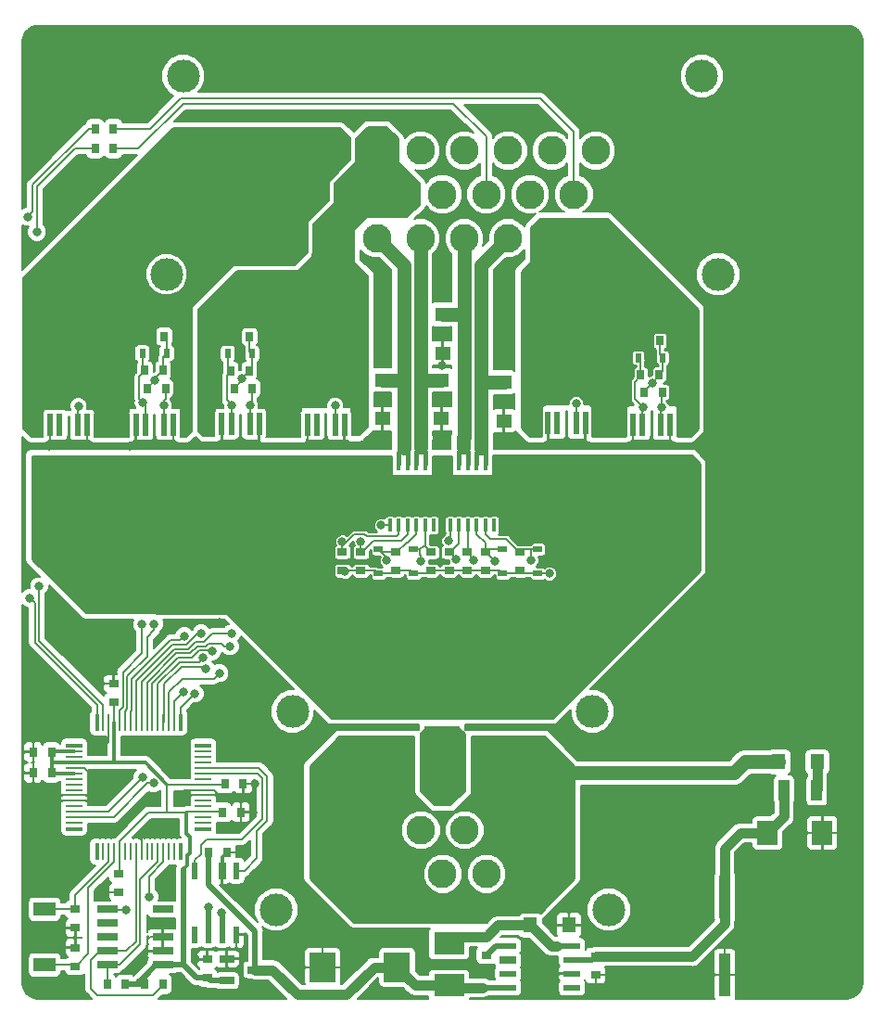
<source format=gtl>
G04 #@! TF.GenerationSoftware,KiCad,Pcbnew,(5.0.2-dirty)*
G04 #@! TF.CreationDate,2019-02-10T17:08:03+02:00*
G04 #@! TF.ProjectId,csb,6373622e-6b69-4636-9164-5f7063625858,rev?*
G04 #@! TF.SameCoordinates,Original*
G04 #@! TF.FileFunction,Copper,L1,Top*
G04 #@! TF.FilePolarity,Positive*
%FSLAX46Y46*%
G04 Gerber Fmt 4.6, Leading zero omitted, Abs format (unit mm)*
G04 Created by KiCad (PCBNEW (5.0.2-dirty)) date su 10. helmikuuta 2019 17.08.03*
%MOMM*%
%LPD*%
G01*
G04 APERTURE LIST*
G04 #@! TA.AperFunction,SMDPad,CuDef*
%ADD10R,1.350000X0.700000*%
G04 #@! TD*
G04 #@! TA.AperFunction,SMDPad,CuDef*
%ADD11R,0.939800X0.762000*%
G04 #@! TD*
G04 #@! TA.AperFunction,SMDPad,CuDef*
%ADD12R,0.762000X0.939800*%
G04 #@! TD*
G04 #@! TA.AperFunction,ComponentPad*
%ADD13R,2.623820X2.623820*%
G04 #@! TD*
G04 #@! TA.AperFunction,ComponentPad*
%ADD14C,2.623820*%
G04 #@! TD*
G04 #@! TA.AperFunction,ComponentPad*
%ADD15C,2.999740*%
G04 #@! TD*
G04 #@! TA.AperFunction,SMDPad,CuDef*
%ADD16R,1.297940X1.399540*%
G04 #@! TD*
G04 #@! TA.AperFunction,SMDPad,CuDef*
%ADD17R,1.900000X2.179320*%
G04 #@! TD*
G04 #@! TA.AperFunction,SMDPad,CuDef*
%ADD18R,0.998220X1.899920*%
G04 #@! TD*
G04 #@! TA.AperFunction,SMDPad,CuDef*
%ADD19R,1.905000X0.635000*%
G04 #@! TD*
G04 #@! TA.AperFunction,SMDPad,CuDef*
%ADD20R,0.398780X1.498600*%
G04 #@! TD*
G04 #@! TA.AperFunction,SMDPad,CuDef*
%ADD21R,0.279400X1.498600*%
G04 #@! TD*
G04 #@! TA.AperFunction,SMDPad,CuDef*
%ADD22R,1.498600X0.398780*%
G04 #@! TD*
G04 #@! TA.AperFunction,SMDPad,CuDef*
%ADD23R,1.498600X0.279400*%
G04 #@! TD*
G04 #@! TA.AperFunction,SMDPad,CuDef*
%ADD24R,0.600000X1.524000*%
G04 #@! TD*
G04 #@! TA.AperFunction,SMDPad,CuDef*
%ADD25R,0.635000X1.524000*%
G04 #@! TD*
G04 #@! TA.AperFunction,SMDPad,CuDef*
%ADD26R,3.600000X1.900000*%
G04 #@! TD*
G04 #@! TA.AperFunction,SMDPad,CuDef*
%ADD27R,0.400000X1.200000*%
G04 #@! TD*
G04 #@! TA.AperFunction,SMDPad,CuDef*
%ADD28R,2.000000X1.300000*%
G04 #@! TD*
G04 #@! TA.AperFunction,SMDPad,CuDef*
%ADD29R,2.400000X2.700000*%
G04 #@! TD*
G04 #@! TA.AperFunction,SMDPad,CuDef*
%ADD30R,2.800000X2.000000*%
G04 #@! TD*
G04 #@! TA.AperFunction,SMDPad,CuDef*
%ADD31R,1.524000X0.600000*%
G04 #@! TD*
G04 #@! TA.AperFunction,SMDPad,CuDef*
%ADD32R,1.524000X0.635000*%
G04 #@! TD*
G04 #@! TA.AperFunction,SMDPad,CuDef*
%ADD33R,6.100000X5.970000*%
G04 #@! TD*
G04 #@! TA.AperFunction,SMDPad,CuDef*
%ADD34R,1.400000X1.900000*%
G04 #@! TD*
G04 #@! TA.AperFunction,SMDPad,CuDef*
%ADD35R,3.300000X2.400000*%
G04 #@! TD*
G04 #@! TA.AperFunction,SMDPad,CuDef*
%ADD36R,0.998220X3.997960*%
G04 #@! TD*
G04 #@! TA.AperFunction,SMDPad,CuDef*
%ADD37R,0.830000X0.630000*%
G04 #@! TD*
G04 #@! TA.AperFunction,SMDPad,CuDef*
%ADD38R,0.630000X0.830000*%
G04 #@! TD*
G04 #@! TA.AperFunction,SMDPad,CuDef*
%ADD39R,1.399540X1.297940*%
G04 #@! TD*
G04 #@! TA.AperFunction,SMDPad,CuDef*
%ADD40R,0.600000X2.000000*%
G04 #@! TD*
G04 #@! TA.AperFunction,SMDPad,CuDef*
%ADD41R,6.300000X6.100000*%
G04 #@! TD*
G04 #@! TA.AperFunction,ViaPad*
%ADD42C,0.800000*%
G04 #@! TD*
G04 #@! TA.AperFunction,Conductor*
%ADD43C,0.200000*%
G04 #@! TD*
G04 #@! TA.AperFunction,Conductor*
%ADD44C,0.300000*%
G04 #@! TD*
G04 #@! TA.AperFunction,Conductor*
%ADD45C,0.500000*%
G04 #@! TD*
G04 #@! TA.AperFunction,Conductor*
%ADD46C,0.900000*%
G04 #@! TD*
G04 #@! TA.AperFunction,Conductor*
%ADD47C,1.300000*%
G04 #@! TD*
G04 #@! TA.AperFunction,Conductor*
%ADD48C,0.400000*%
G04 #@! TD*
G04 #@! TA.AperFunction,Conductor*
%ADD49C,0.254000*%
G04 #@! TD*
G04 #@! TA.AperFunction,Conductor*
%ADD50C,0.250000*%
G04 #@! TD*
G04 APERTURE END LIST*
D10*
G04 #@! TO.P,VR202,1*
G04 #@! TO.N,GND*
X148300000Y-134775000D03*
G04 #@! TO.P,VR202,2*
G04 #@! TO.N,+3V3*
X148300000Y-136775000D03*
G04 #@! TO.P,VR202,3*
G04 #@! TO.N,+5V*
X150900000Y-135775000D03*
G04 #@! TD*
D11*
G04 #@! TO.P,C201,2*
G04 #@! TO.N,GND*
X182000000Y-136238200D03*
G04 #@! TO.P,C201,1*
G04 #@! TO.N,Net-(C201-Pad1)*
X182000000Y-134561800D03*
G04 #@! TD*
G04 #@! TO.P,C203,1*
G04 #@! TO.N,Net-(C203-Pad1)*
X172000000Y-134438200D03*
G04 #@! TO.P,C203,2*
G04 #@! TO.N,Net-(C203-Pad2)*
X172000000Y-132761800D03*
G04 #@! TD*
G04 #@! TO.P,C205,1*
G04 #@! TO.N,+3V3*
X146500000Y-136513200D03*
G04 #@! TO.P,C205,2*
G04 #@! TO.N,GND*
X146500000Y-134836800D03*
G04 #@! TD*
G04 #@! TO.P,C301,1*
G04 #@! TO.N,+3V3*
X137950000Y-111338200D03*
G04 #@! TO.P,C301,2*
G04 #@! TO.N,GND*
X137950000Y-109661800D03*
G04 #@! TD*
D12*
G04 #@! TO.P,C303,2*
G04 #@! TO.N,GND*
X149588200Y-121400000D03*
G04 #@! TO.P,C303,1*
G04 #@! TO.N,+3V3*
X147911800Y-121400000D03*
G04 #@! TD*
G04 #@! TO.P,C305,1*
G04 #@! TO.N,+3V3*
X132288200Y-115900000D03*
G04 #@! TO.P,C305,2*
G04 #@! TO.N,GND*
X130611800Y-115900000D03*
G04 #@! TD*
D13*
G04 #@! TO.P,J102,P$1*
G04 #@! TO.N,/Power Supply/VIN*
X164002040Y-119002040D03*
D14*
G04 #@! TO.P,J102,P$2*
G04 #@! TO.N,GND*
X168000000Y-119002040D03*
G04 #@! TO.P,J102,P$3*
G04 #@! TO.N,/Power Supply/VIN*
X171997960Y-119002040D03*
G04 #@! TO.P,J102,P$4*
G04 #@! TO.N,/CANH*
X166001020Y-123000000D03*
G04 #@! TO.P,J102,P$5*
G04 #@! TO.N,/CANL*
X169998980Y-123000000D03*
G04 #@! TO.P,J102,P$6*
G04 #@! TO.N,/Power Supply/VIN*
X164002040Y-126997960D03*
G04 #@! TO.P,J102,P$7*
G04 #@! TO.N,Net-(J102-PadP$7)*
X168000000Y-126997960D03*
G04 #@! TO.P,J102,P$8*
G04 #@! TO.N,Net-(J102-PadP$8)*
X171997960Y-126997960D03*
D15*
G04 #@! TO.P,J102,P$9*
G04 #@! TO.N,N/C*
X154301780Y-112202460D03*
G04 #@! TO.P,J102,P$10*
X181698220Y-112202460D03*
G04 #@! TO.P,J102,P$11*
X183199360Y-130299960D03*
G04 #@! TO.P,J102,P$12*
X152800640Y-130299960D03*
G04 #@! TD*
D13*
G04 #@! TO.P,J101,P$1*
G04 #@! TO.N,/DRIVE_15A*
X154002060Y-61002040D03*
D14*
G04 #@! TO.P,J101,P$2*
X158000020Y-61002040D03*
G04 #@! TO.P,J101,P$3*
G04 #@! TO.N,/WORK_15A*
X162000520Y-61002040D03*
G04 #@! TO.P,J101,P$4*
G04 #@! TO.N,Net-(J101-PadP$4)*
X166001020Y-61002040D03*
G04 #@! TO.P,J101,P$5*
G04 #@! TO.N,Net-(J101-PadP$5)*
X169998980Y-61002040D03*
G04 #@! TO.P,J101,P$6*
G04 #@! TO.N,Net-(J101-PadP$6)*
X173999480Y-61002040D03*
G04 #@! TO.P,J101,P$7*
G04 #@! TO.N,Net-(J101-PadP$7)*
X177999980Y-61002040D03*
G04 #@! TO.P,J101,P$8*
G04 #@! TO.N,N/C*
X181997940Y-61002040D03*
G04 #@! TO.P,J101,P$9*
G04 #@! TO.N,/DRIVE_15A*
X156001040Y-65000000D03*
G04 #@! TO.P,J101,P$10*
G04 #@! TO.N,/WORK_15A*
X160001540Y-65000000D03*
G04 #@! TO.P,J101,P$11*
X164002040Y-65000000D03*
G04 #@! TO.P,J101,P$12*
G04 #@! TO.N,Net-(J101-PadP$12)*
X168000000Y-65000000D03*
G04 #@! TO.P,J101,P$13*
G04 #@! TO.N,/LPC1549/WIPER_POS*
X171997960Y-65000000D03*
G04 #@! TO.P,J101,P$14*
G04 #@! TO.N,Net-(J101-PadP$14)*
X175998460Y-65000000D03*
G04 #@! TO.P,J101,P$15*
G04 #@! TO.N,/LPC1549/COOLER_P*
X179998960Y-65000000D03*
G04 #@! TO.P,J101,P$16*
G04 #@! TO.N,/DRIVE_15A*
X154002060Y-68997960D03*
G04 #@! TO.P,J101,P$17*
G04 #@! TO.N,/WORK_15A*
X158000020Y-68997960D03*
G04 #@! TO.P,J101,P$18*
G04 #@! TO.N,/BEACON_4A*
X162000520Y-68997960D03*
G04 #@! TO.P,J101,P$19*
G04 #@! TO.N,/BACK_4A*
X166001020Y-68997960D03*
G04 #@! TO.P,J101,P$20*
G04 #@! TO.N,/IN_4A*
X169998980Y-68997960D03*
G04 #@! TO.P,J101,P$21*
G04 #@! TO.N,/WIPER_4A*
X173999480Y-68997960D03*
G04 #@! TO.P,J101,P$22*
G04 #@! TO.N,/COOLER_30A*
X177999980Y-68997960D03*
G04 #@! TO.P,J101,P$23*
X181997940Y-68997960D03*
D15*
G04 #@! TO.P,J101,P$24*
G04 #@! TO.N,N/C*
X144301800Y-54202460D03*
G04 #@! TO.P,J101,P$25*
X191698200Y-54202460D03*
G04 #@! TO.P,J101,P$26*
X142800660Y-72299960D03*
G04 #@! TO.P,J101,P$27*
X193199340Y-72299960D03*
G04 #@! TD*
D12*
G04 #@! TO.P,C306,1*
G04 #@! TO.N,+3V3*
X132288200Y-117800000D03*
G04 #@! TO.P,C306,2*
G04 #@! TO.N,GND*
X130611800Y-117800000D03*
G04 #@! TD*
D16*
G04 #@! TO.P,D201,P$2*
G04 #@! TO.N,Net-(D201-PadP$2)*
X202265300Y-116800000D03*
G04 #@! TO.P,D201,P$1*
G04 #@! TO.N,/Power Supply/VIN*
X198734700Y-116800000D03*
G04 #@! TD*
D17*
G04 #@! TO.P,D202,P$1*
G04 #@! TO.N,GND*
X202700000Y-123300000D03*
G04 #@! TO.P,D202,P$2*
G04 #@! TO.N,Net-(C201-Pad1)*
X197700000Y-123300000D03*
G04 #@! TD*
D16*
G04 #@! TO.P,D203,P$1*
G04 #@! TO.N,GND*
X179565300Y-131700000D03*
G04 #@! TO.P,D203,P$2*
G04 #@! TO.N,Net-(C203-Pad2)*
X176034700Y-131700000D03*
G04 #@! TD*
D18*
G04 #@! TO.P,F201,P$1*
G04 #@! TO.N,Net-(D201-PadP$2)*
X202198600Y-119400000D03*
G04 #@! TO.P,F201,P$2*
G04 #@! TO.N,Net-(C201-Pad1)*
X199201400Y-119400000D03*
G04 #@! TD*
D12*
G04 #@! TO.P,C302,1*
G04 #@! TO.N,+3V3*
X148111800Y-118800000D03*
G04 #@! TO.P,C302,2*
G04 #@! TO.N,GND*
X149788200Y-118800000D03*
G04 #@! TD*
D11*
G04 #@! TO.P,C304,1*
G04 #@! TO.N,+3V3*
X138450000Y-127011800D03*
G04 #@! TO.P,C304,2*
G04 #@! TO.N,GND*
X138450000Y-128688200D03*
G04 #@! TD*
G04 #@! TO.P,C307,1*
G04 #@! TO.N,Net-(C307-Pad1)*
X134450000Y-130261800D03*
G04 #@! TO.P,C307,2*
G04 #@! TO.N,GND*
X134450000Y-131938200D03*
G04 #@! TD*
G04 #@! TO.P,C308,2*
G04 #@! TO.N,GND*
X134450000Y-133761800D03*
G04 #@! TO.P,C308,1*
G04 #@! TO.N,Net-(C308-Pad1)*
X134450000Y-135438200D03*
G04 #@! TD*
D12*
G04 #@! TO.P,C309,1*
G04 #@! TO.N,+5V*
X146611800Y-125075000D03*
G04 #@! TO.P,C309,2*
G04 #@! TO.N,GND*
X148288200Y-125075000D03*
G04 #@! TD*
D19*
G04 #@! TO.P,J301,P$1*
G04 #@! TO.N,+3V3*
X142440000Y-135340000D03*
G04 #@! TO.P,J301,P$2*
G04 #@! TO.N,Net-(J301-PadP$2)*
X137360000Y-135340000D03*
G04 #@! TO.P,J301,P$3*
G04 #@! TO.N,GND*
X142440000Y-134070000D03*
G04 #@! TO.P,J301,P$4*
G04 #@! TO.N,Net-(J301-PadP$4)*
X137360000Y-134070000D03*
G04 #@! TO.P,J301,P$5*
G04 #@! TO.N,GND*
X142440000Y-132800000D03*
G04 #@! TO.P,J301,P$6*
G04 #@! TO.N,Net-(J301-PadP$6)*
X137360000Y-132800000D03*
G04 #@! TO.P,J301,P$7*
G04 #@! TO.N,Net-(J301-PadP$7)*
X137360000Y-131530000D03*
G04 #@! TO.P,J301,P$8*
G04 #@! TO.N,Net-(J301-PadP$8)*
X142440000Y-130260000D03*
G04 #@! TO.P,J301,P$9*
G04 #@! TO.N,/LPC1549/RESET*
X137360000Y-130260000D03*
G04 #@! TD*
D12*
G04 #@! TO.P,R301,1*
G04 #@! TO.N,/LPC1549/WIPER_POS*
X137938200Y-60800000D03*
G04 #@! TO.P,R301,2*
G04 #@! TO.N,Net-(R301-Pad2)*
X136261800Y-60800000D03*
G04 #@! TD*
G04 #@! TO.P,R302,2*
G04 #@! TO.N,Net-(R302-Pad2)*
X136261800Y-59000000D03*
G04 #@! TO.P,R302,1*
G04 #@! TO.N,/LPC1549/COOLER_P*
X137938200Y-59000000D03*
G04 #@! TD*
G04 #@! TO.P,R303,2*
G04 #@! TO.N,+3V3*
X139038200Y-137100000D03*
G04 #@! TO.P,R303,1*
G04 #@! TO.N,Net-(J301-PadP$2)*
X137361800Y-137100000D03*
G04 #@! TD*
G04 #@! TO.P,R304,1*
G04 #@! TO.N,Net-(J301-PadP$4)*
X142438200Y-137100000D03*
G04 #@! TO.P,R304,2*
G04 #@! TO.N,+3V3*
X140761800Y-137100000D03*
G04 #@! TD*
D11*
G04 #@! TO.P,R401,2*
G04 #@! TO.N,GND*
X163750000Y-99338200D03*
G04 #@! TO.P,R401,1*
G04 #@! TO.N,/LPC1549/BACK_SENSE*
X163750000Y-97661800D03*
G04 #@! TD*
G04 #@! TO.P,R402,1*
G04 #@! TO.N,/LPC1549/BEACON_SENSE*
X166950000Y-97661800D03*
G04 #@! TO.P,R402,2*
G04 #@! TO.N,GND*
X166950000Y-99338200D03*
G04 #@! TD*
D20*
G04 #@! TO.P,U301,P$1*
G04 #@! TO.N,/LPC1549/IN_SENSE*
X144060000Y-113202120D03*
D21*
G04 #@! TO.P,U301,P$2*
G04 #@! TO.N,/Sheet5A02A41E/SENSE1*
X143498660Y-113202120D03*
G04 #@! TO.P,U301,P$3*
G04 #@! TO.N,/Sheet5A02A41E/IN1*
X142998280Y-113202120D03*
G04 #@! TO.P,U301,P$4*
G04 #@! TO.N,/LPC1549/IN*
X142497900Y-113202120D03*
G04 #@! TO.P,U301,P$5*
G04 #@! TO.N,/LPC1549/BEACON_SENSE*
X141997520Y-113202120D03*
G04 #@! TO.P,U301,P$6*
G04 #@! TO.N,/LPC1549/BACK_SENSE*
X141499680Y-113202120D03*
G04 #@! TO.P,U301,P$7*
G04 #@! TO.N,/LPC1549/BACK*
X140999300Y-113202120D03*
G04 #@! TO.P,U301,P$8*
G04 #@! TO.N,/LPC1549/BEACON*
X140498920Y-113202120D03*
G04 #@! TO.P,U301,P$9*
G04 #@! TO.N,/Sheet5A019745/IN1*
X140001080Y-113202120D03*
G04 #@! TO.P,U301,P$10*
G04 #@! TO.N,/Sheet5A019745/SENSE1*
X139500700Y-113202120D03*
G04 #@! TO.P,U301,P$11*
G04 #@! TO.N,/LPC1549/DRIVE*
X139000320Y-113202120D03*
G04 #@! TO.P,U301,P$12*
G04 #@! TO.N,/LPC1549/DRIVE_SENSE*
X138502480Y-113202120D03*
G04 #@! TO.P,U301,P$13*
G04 #@! TO.N,+3V3*
X138002100Y-113202120D03*
G04 #@! TO.P,U301,P$14*
G04 #@! TO.N,GND*
X137501720Y-113202120D03*
G04 #@! TO.P,U301,P$15*
G04 #@! TO.N,Net-(R301-Pad2)*
X137001340Y-113202120D03*
D20*
G04 #@! TO.P,U301,P$16*
G04 #@! TO.N,Net-(R302-Pad2)*
X136440000Y-113202120D03*
D22*
G04 #@! TO.P,U301,P$17*
G04 #@! TO.N,Net-(U301-PadP$17)*
X134352120Y-115290000D03*
D23*
G04 #@! TO.P,U301,P$18*
G04 #@! TO.N,+3V3*
X134352120Y-115851340D03*
G04 #@! TO.P,U301,P$19*
G04 #@! TO.N,Net-(U301-PadP$19)*
X134352120Y-116351720D03*
G04 #@! TO.P,U301,P$20*
G04 #@! TO.N,+3V3*
X134352120Y-116852100D03*
G04 #@! TO.P,U301,P$21*
G04 #@! TO.N,GND*
X134352120Y-117352480D03*
G04 #@! TO.P,U301,P$22*
G04 #@! TO.N,+3V3*
X134352120Y-117850320D03*
G04 #@! TO.P,U301,P$23*
G04 #@! TO.N,Net-(U301-PadP$23)*
X134352120Y-118350700D03*
G04 #@! TO.P,U301,P$24*
G04 #@! TO.N,Net-(U301-PadP$24)*
X134352120Y-118851080D03*
G04 #@! TO.P,U301,P$25*
G04 #@! TO.N,Net-(U301-PadP$25)*
X134352120Y-119348920D03*
G04 #@! TO.P,U301,P$26*
G04 #@! TO.N,GND*
X134352120Y-119849300D03*
G04 #@! TO.P,U301,P$27*
X134352120Y-120349680D03*
G04 #@! TO.P,U301,P$28*
G04 #@! TO.N,Net-(U301-PadP$28)*
X134352120Y-120847520D03*
G04 #@! TO.P,U301,P$29*
G04 #@! TO.N,/LPC1549/COOLER*
X134352120Y-121347900D03*
G04 #@! TO.P,U301,P$30*
G04 #@! TO.N,/LPC1549/COOLER_SENSE*
X134352120Y-121848280D03*
G04 #@! TO.P,U301,P$31*
G04 #@! TO.N,Net-(U301-PadP$31)*
X134352120Y-122348660D03*
D22*
G04 #@! TO.P,U301,P$32*
G04 #@! TO.N,Net-(U301-PadP$32)*
X134352120Y-122910000D03*
D20*
G04 #@! TO.P,U301,P$33*
G04 #@! TO.N,Net-(U301-PadP$33)*
X136440000Y-124997880D03*
D21*
G04 #@! TO.P,U301,P$34*
G04 #@! TO.N,Net-(U301-PadP$34)*
X137001340Y-124997880D03*
G04 #@! TO.P,U301,P$35*
G04 #@! TO.N,Net-(C307-Pad1)*
X137501720Y-124997880D03*
G04 #@! TO.P,U301,P$36*
G04 #@! TO.N,Net-(C308-Pad1)*
X138002100Y-124997880D03*
G04 #@! TO.P,U301,P$37*
G04 #@! TO.N,+3V3*
X138502480Y-124997880D03*
G04 #@! TO.P,U301,P$38*
G04 #@! TO.N,Net-(U301-PadP$38)*
X139000320Y-124997880D03*
G04 #@! TO.P,U301,P$39*
G04 #@! TO.N,Net-(U301-PadP$39)*
X139500700Y-124997880D03*
G04 #@! TO.P,U301,P$40*
G04 #@! TO.N,Net-(J301-PadP$4)*
X140001080Y-124997880D03*
G04 #@! TO.P,U301,P$41*
G04 #@! TO.N,GND*
X140498920Y-124997880D03*
G04 #@! TO.P,U301,P$42*
G04 #@! TO.N,Net-(U301-PadP$42)*
X140999300Y-124997880D03*
G04 #@! TO.P,U301,P$43*
G04 #@! TO.N,Net-(U301-PadP$43)*
X141499680Y-124997880D03*
G04 #@! TO.P,U301,P$44*
G04 #@! TO.N,Net-(J301-PadP$2)*
X141997520Y-124997880D03*
G04 #@! TO.P,U301,P$45*
G04 #@! TO.N,/LPC1549/RESET*
X142497900Y-124997880D03*
G04 #@! TO.P,U301,P$46*
G04 #@! TO.N,Net-(U301-PadP$46)*
X142998280Y-124997880D03*
G04 #@! TO.P,U301,P$47*
G04 #@! TO.N,Net-(U301-PadP$47)*
X143498660Y-124997880D03*
D20*
G04 #@! TO.P,U301,P$48*
G04 #@! TO.N,Net-(U301-PadP$48)*
X144060000Y-124997880D03*
D22*
G04 #@! TO.P,U301,P$49*
G04 #@! TO.N,Net-(U301-PadP$49)*
X146147880Y-122910000D03*
D23*
G04 #@! TO.P,U301,P$50*
G04 #@! TO.N,Net-(U301-PadP$50)*
X146147880Y-122348660D03*
G04 #@! TO.P,U301,P$51*
G04 #@! TO.N,Net-(U301-PadP$51)*
X146147880Y-121848280D03*
G04 #@! TO.P,U301,P$52*
G04 #@! TO.N,+3V3*
X146147880Y-121347900D03*
G04 #@! TO.P,U301,P$53*
G04 #@! TO.N,Net-(U301-PadP$53)*
X146147880Y-120847520D03*
G04 #@! TO.P,U301,P$54*
G04 #@! TO.N,Net-(U301-PadP$54)*
X146147880Y-120349680D03*
G04 #@! TO.P,U301,P$55*
G04 #@! TO.N,GND*
X146147880Y-119849300D03*
G04 #@! TO.P,U301,P$56*
X146147880Y-119348920D03*
G04 #@! TO.P,U301,P$57*
G04 #@! TO.N,+3V3*
X146147880Y-118851080D03*
G04 #@! TO.P,U301,P$58*
G04 #@! TO.N,Net-(U301-PadP$58)*
X146147880Y-118350700D03*
G04 #@! TO.P,U301,P$59*
G04 #@! TO.N,/LPC1549/CAN_RX*
X146147880Y-117850320D03*
G04 #@! TO.P,U301,P$60*
G04 #@! TO.N,/LPC1549/CAN_TX*
X146147880Y-117352480D03*
G04 #@! TO.P,U301,P$61*
G04 #@! TO.N,Net-(U301-PadP$61)*
X146147880Y-116852100D03*
G04 #@! TO.P,U301,P$62*
G04 #@! TO.N,Net-(U301-PadP$62)*
X146147880Y-116351720D03*
G04 #@! TO.P,U301,P$63*
G04 #@! TO.N,Net-(U301-PadP$63)*
X146147880Y-115851340D03*
D22*
G04 #@! TO.P,U301,P$64*
G04 #@! TO.N,Net-(U301-PadP$64)*
X146147880Y-115290000D03*
G04 #@! TD*
D24*
G04 #@! TO.P,U302,8*
G04 #@! TO.N,GND*
X149159031Y-132578103D03*
G04 #@! TO.P,U302,7*
G04 #@! TO.N,/CANH*
X147889031Y-132578103D03*
G04 #@! TO.P,U302,6*
G04 #@! TO.N,/CANL*
X146619031Y-132578103D03*
G04 #@! TO.P,U302,5*
G04 #@! TO.N,Net-(U302-Pad5)*
X145349031Y-132578103D03*
G04 #@! TO.P,U302,4*
G04 #@! TO.N,/LPC1549/CAN_RX*
X145349031Y-126736103D03*
G04 #@! TO.P,U302,3*
G04 #@! TO.N,+5V*
X146619031Y-126736103D03*
D25*
G04 #@! TO.P,U302,2*
G04 #@! TO.N,GND*
X147854031Y-126736103D03*
D24*
G04 #@! TO.P,U302,1*
G04 #@! TO.N,/LPC1549/CAN_TX*
X149159031Y-126736103D03*
G04 #@! TD*
D26*
G04 #@! TO.P,U401,13*
G04 #@! TO.N,VDD*
X165200000Y-92400000D03*
D27*
G04 #@! TO.P,U401,12*
X163200000Y-89600000D03*
G04 #@! TO.P,U401,11*
G04 #@! TO.N,/BEACON_4A*
X164000000Y-89600000D03*
G04 #@! TO.P,U401,10*
X164800000Y-89600000D03*
G04 #@! TO.P,U401,9*
G04 #@! TO.N,/BACK_4A*
X165600000Y-89600000D03*
G04 #@! TO.P,U401,8*
X166400000Y-89600000D03*
G04 #@! TO.P,U401,7*
G04 #@! TO.N,VDD*
X167200000Y-89600000D03*
G04 #@! TO.P,U401,6*
G04 #@! TO.N,Net-(U401-Pad6)*
X167200000Y-95200000D03*
G04 #@! TO.P,U401,5*
G04 #@! TO.N,/LPC1549/BEACON_SENSE*
X166400000Y-95200000D03*
G04 #@! TO.P,U401,4*
G04 #@! TO.N,/LPC1549/BACK_SENSE*
X165600000Y-95200000D03*
G04 #@! TO.P,U401,3*
G04 #@! TO.N,/LPC1549/BACK*
X164800000Y-95200000D03*
G04 #@! TO.P,U401,2*
G04 #@! TO.N,/LPC1549/BEACON*
X164000000Y-95200000D03*
G04 #@! TO.P,U401,1*
G04 #@! TO.N,GND*
X163200000Y-95200000D03*
G04 #@! TD*
G04 #@! TO.P,U901,1*
G04 #@! TO.N,GND*
X168700000Y-95200000D03*
G04 #@! TO.P,U901,2*
G04 #@! TO.N,/LPC1549/IN*
X169500000Y-95200000D03*
G04 #@! TO.P,U901,3*
G04 #@! TO.N,/Sheet5A02A41E/IN1*
X170300000Y-95200000D03*
G04 #@! TO.P,U901,4*
G04 #@! TO.N,/Sheet5A02A41E/SENSE1*
X171100000Y-95200000D03*
G04 #@! TO.P,U901,5*
G04 #@! TO.N,/LPC1549/IN_SENSE*
X171900000Y-95200000D03*
G04 #@! TO.P,U901,6*
G04 #@! TO.N,Net-(U901-Pad6)*
X172700000Y-95200000D03*
G04 #@! TO.P,U901,7*
G04 #@! TO.N,VDD*
X172700000Y-89600000D03*
G04 #@! TO.P,U901,8*
G04 #@! TO.N,/WIPER_4A*
X171900000Y-89600000D03*
G04 #@! TO.P,U901,9*
X171100000Y-89600000D03*
G04 #@! TO.P,U901,10*
G04 #@! TO.N,/IN_4A*
X170300000Y-89600000D03*
G04 #@! TO.P,U901,11*
X169500000Y-89600000D03*
G04 #@! TO.P,U901,12*
G04 #@! TO.N,VDD*
X168700000Y-89600000D03*
D26*
G04 #@! TO.P,U901,13*
X170700000Y-92400000D03*
G04 #@! TD*
D28*
G04 #@! TO.P,X301,P$1*
G04 #@! TO.N,Net-(C307-Pad1)*
X131650000Y-130260000D03*
G04 #@! TO.P,X301,P$2*
G04 #@! TO.N,Net-(C308-Pad1)*
X131650000Y-135340000D03*
G04 #@! TD*
D29*
G04 #@! TO.P,C204,-*
G04 #@! TO.N,GND*
X157050000Y-135550000D03*
G04 #@! TO.P,C204,+*
G04 #@! TO.N,+5V*
X163850000Y-135550000D03*
G04 #@! TD*
D30*
G04 #@! TO.P,L201,2*
G04 #@! TO.N,+5V*
X168600000Y-137200000D03*
G04 #@! TO.P,L201,1*
G04 #@! TO.N,Net-(C203-Pad2)*
X168600000Y-133400000D03*
G04 #@! TD*
D31*
G04 #@! TO.P,VR201,1*
G04 #@! TO.N,Net-(C203-Pad1)*
X173979000Y-133595000D03*
D32*
G04 #@! TO.P,VR201,2*
G04 #@! TO.N,Net-(VR201-Pad2)*
X173979000Y-134900000D03*
D31*
G04 #@! TO.P,VR201,3*
G04 #@! TO.N,Net-(VR201-Pad3)*
X173979000Y-136135000D03*
G04 #@! TO.P,VR201,4*
G04 #@! TO.N,+5V*
X173979000Y-137405000D03*
G04 #@! TO.P,VR201,5*
G04 #@! TO.N,Net-(VR201-Pad5)*
X179821000Y-137405000D03*
G04 #@! TO.P,VR201,6*
G04 #@! TO.N,GND*
X179821000Y-136135000D03*
G04 #@! TO.P,VR201,7*
G04 #@! TO.N,Net-(C201-Pad1)*
X179821000Y-134865000D03*
G04 #@! TO.P,VR201,8*
G04 #@! TO.N,Net-(C203-Pad2)*
X179821000Y-133595000D03*
G04 #@! TD*
D33*
G04 #@! TO.P,D204,3*
G04 #@! TO.N,VDD*
X174900000Y-109800000D03*
D34*
G04 #@! TO.P,D204,2*
G04 #@! TO.N,/Power Supply/VIN*
X177190000Y-115885000D03*
G04 #@! TO.P,D204,1*
X172610000Y-115885000D03*
G04 #@! TD*
G04 #@! TO.P,D205,1*
G04 #@! TO.N,/Power Supply/VIN*
X158760000Y-115935000D03*
G04 #@! TO.P,D205,2*
X163340000Y-115935000D03*
D33*
G04 #@! TO.P,D205,3*
G04 #@! TO.N,VDD*
X161050000Y-109850000D03*
G04 #@! TD*
D11*
G04 #@! TO.P,R403,1*
G04 #@! TO.N,GND*
X160550000Y-99338200D03*
G04 #@! TO.P,R403,2*
G04 #@! TO.N,/LPC1549/BACK*
X160550000Y-97661800D03*
G04 #@! TD*
G04 #@! TO.P,R404,2*
G04 #@! TO.N,/LPC1549/BEACON*
X158850000Y-97661800D03*
G04 #@! TO.P,R404,1*
G04 #@! TO.N,GND*
X158850000Y-99338200D03*
G04 #@! TD*
G04 #@! TO.P,R903,1*
G04 #@! TO.N,GND*
X170250000Y-99338200D03*
G04 #@! TO.P,R903,2*
G04 #@! TO.N,/Sheet5A02A41E/IN1*
X170250000Y-97661800D03*
G04 #@! TD*
G04 #@! TO.P,R904,2*
G04 #@! TO.N,/LPC1549/IN*
X168600000Y-97661800D03*
G04 #@! TO.P,R904,1*
G04 #@! TO.N,GND*
X168600000Y-99338200D03*
G04 #@! TD*
D35*
G04 #@! TO.P,D206,1*
G04 #@! TO.N,GND*
X167960000Y-114770000D03*
G04 #@! TO.P,D206,2*
G04 #@! TO.N,VDD*
X167960000Y-108170000D03*
G04 #@! TD*
D36*
G04 #@! TO.P,C202,-*
G04 #@! TO.N,GND*
X193800000Y-136248380D03*
G04 #@! TO.P,C202,+*
G04 #@! TO.N,Net-(C201-Pad1)*
X193800000Y-129151620D03*
G04 #@! TD*
D11*
G04 #@! TO.P,R801,2*
G04 #@! TO.N,GND*
X171900000Y-99338200D03*
G04 #@! TO.P,R801,1*
G04 #@! TO.N,/Sheet5A02A41E/SENSE1*
X171900000Y-97661800D03*
G04 #@! TD*
G04 #@! TO.P,R802,1*
G04 #@! TO.N,/LPC1549/IN_SENSE*
X175100000Y-97661800D03*
G04 #@! TO.P,R802,2*
G04 #@! TO.N,GND*
X175100000Y-99338200D03*
G04 #@! TD*
D37*
G04 #@! TO.P,D1,2*
G04 #@! TO.N,GND*
X162150000Y-99615000D03*
G04 #@! TO.P,D1,1*
G04 #@! TO.N,/LPC1549/BACK_SENSE*
X162150000Y-97385000D03*
G04 #@! TD*
G04 #@! TO.P,D2,1*
G04 #@! TO.N,/LPC1549/BEACON_SENSE*
X165350000Y-97385000D03*
G04 #@! TO.P,D2,2*
G04 #@! TO.N,GND*
X165350000Y-99615000D03*
G04 #@! TD*
D38*
G04 #@! TO.P,D3,1*
G04 #@! TO.N,/LPC1549/DRIVE_SENSE*
X140585000Y-79500000D03*
G04 #@! TO.P,D3,2*
G04 #@! TO.N,GND*
X142815000Y-79500000D03*
G04 #@! TD*
G04 #@! TO.P,D4,2*
G04 #@! TO.N,GND*
X150615000Y-79550000D03*
G04 #@! TO.P,D4,1*
G04 #@! TO.N,/Sheet5A019745/SENSE1*
X148385000Y-79550000D03*
G04 #@! TD*
G04 #@! TO.P,D5,1*
G04 #@! TO.N,/LPC1549/COOLER_SENSE*
X185885000Y-79900000D03*
G04 #@! TO.P,D5,2*
G04 #@! TO.N,GND*
X188115000Y-79900000D03*
G04 #@! TD*
D37*
G04 #@! TO.P,D6,2*
G04 #@! TO.N,GND*
X173500000Y-99615000D03*
G04 #@! TO.P,D6,1*
G04 #@! TO.N,/Sheet5A02A41E/SENSE1*
X173500000Y-97385000D03*
G04 #@! TD*
G04 #@! TO.P,D7,1*
G04 #@! TO.N,/LPC1549/IN_SENSE*
X176700000Y-97385000D03*
G04 #@! TO.P,D7,2*
G04 #@! TO.N,GND*
X176700000Y-99615000D03*
G04 #@! TD*
D12*
G04 #@! TO.P,R1,1*
G04 #@! TO.N,GND*
X141011800Y-82700000D03*
G04 #@! TO.P,R1,2*
G04 #@! TO.N,/LPC1549/DRIVE*
X142688200Y-82700000D03*
G04 #@! TD*
G04 #@! TO.P,R2,2*
G04 #@! TO.N,GND*
X142488200Y-81050000D03*
G04 #@! TO.P,R2,1*
G04 #@! TO.N,/LPC1549/DRIVE_SENSE*
X140811800Y-81050000D03*
G04 #@! TD*
G04 #@! TO.P,R3,1*
G04 #@! TO.N,GND*
X142588200Y-77950000D03*
G04 #@! TO.P,R3,2*
G04 #@! TO.N,/DRIVE_15A*
X140911800Y-77950000D03*
G04 #@! TD*
D39*
G04 #@! TO.P,D8,P$2*
G04 #@! TO.N,/BEACON_4A*
X162500000Y-81934700D03*
G04 #@! TO.P,D8,P$1*
G04 #@! TO.N,GND*
X162500000Y-85465300D03*
G04 #@! TD*
G04 #@! TO.P,D9,P$2*
G04 #@! TO.N,/BACK_4A*
X167900000Y-81934700D03*
G04 #@! TO.P,D9,P$1*
G04 #@! TO.N,GND*
X167900000Y-85465300D03*
G04 #@! TD*
G04 #@! TO.P,D10,P$1*
G04 #@! TO.N,GND*
X168008886Y-79478452D03*
G04 #@! TO.P,D10,P$2*
G04 #@! TO.N,/IN_4A*
X168008886Y-75947852D03*
G04 #@! TD*
G04 #@! TO.P,D11,P$1*
G04 #@! TO.N,GND*
X173600000Y-85665300D03*
G04 #@! TO.P,D11,P$2*
G04 #@! TO.N,/WIPER_4A*
X173600000Y-82134700D03*
G04 #@! TD*
D12*
G04 #@! TO.P,R4,1*
G04 #@! TO.N,GND*
X148961800Y-82700000D03*
G04 #@! TO.P,R4,2*
G04 #@! TO.N,/Sheet5A019745/IN1*
X150638200Y-82700000D03*
G04 #@! TD*
G04 #@! TO.P,R5,2*
G04 #@! TO.N,GND*
X150338200Y-81100000D03*
G04 #@! TO.P,R5,1*
G04 #@! TO.N,/Sheet5A019745/SENSE1*
X148661800Y-81100000D03*
G04 #@! TD*
G04 #@! TO.P,R6,1*
G04 #@! TO.N,GND*
X150388200Y-78000000D03*
G04 #@! TO.P,R6,2*
G04 #@! TO.N,/WORK_15A*
X148711800Y-78000000D03*
G04 #@! TD*
G04 #@! TO.P,R7,2*
G04 #@! TO.N,/LPC1549/COOLER*
X188088200Y-83050000D03*
G04 #@! TO.P,R7,1*
G04 #@! TO.N,GND*
X186411800Y-83050000D03*
G04 #@! TD*
G04 #@! TO.P,R8,1*
G04 #@! TO.N,/LPC1549/COOLER_SENSE*
X186111800Y-81450000D03*
G04 #@! TO.P,R8,2*
G04 #@! TO.N,GND*
X187788200Y-81450000D03*
G04 #@! TD*
G04 #@! TO.P,R9,2*
G04 #@! TO.N,/COOLER_30A*
X186173600Y-78350000D03*
G04 #@! TO.P,R9,1*
G04 #@! TO.N,GND*
X187850000Y-78350000D03*
G04 #@! TD*
D40*
G04 #@! TO.P,U1,1*
G04 #@! TO.N,/DRIVE_15A*
X136400000Y-86000000D03*
G04 #@! TO.P,U1,2*
G04 #@! TO.N,GND*
X135550000Y-86000000D03*
G04 #@! TO.P,U1,3*
G04 #@! TO.N,/LPC1549/DRIVE*
X134700000Y-86000000D03*
G04 #@! TO.P,U1,5*
G04 #@! TO.N,Net-(U1-Pad5)*
X133000000Y-86000000D03*
G04 #@! TO.P,U1,6*
G04 #@! TO.N,GND*
X132150000Y-86000000D03*
G04 #@! TO.P,U1,7*
G04 #@! TO.N,/DRIVE_15A*
X131300000Y-86000000D03*
D41*
G04 #@! TO.P,U1,4*
G04 #@! TO.N,VDD*
X133850000Y-92570000D03*
G04 #@! TD*
D40*
G04 #@! TO.P,U2,1*
G04 #@! TO.N,/DRIVE_15A*
X144250000Y-86000000D03*
G04 #@! TO.P,U2,2*
G04 #@! TO.N,GND*
X143400000Y-86000000D03*
G04 #@! TO.P,U2,3*
G04 #@! TO.N,/LPC1549/DRIVE*
X142550000Y-86000000D03*
G04 #@! TO.P,U2,5*
G04 #@! TO.N,/LPC1549/DRIVE_SENSE*
X140850000Y-86000000D03*
G04 #@! TO.P,U2,6*
G04 #@! TO.N,GND*
X140000000Y-86000000D03*
G04 #@! TO.P,U2,7*
G04 #@! TO.N,/DRIVE_15A*
X139150000Y-86000000D03*
D41*
G04 #@! TO.P,U2,4*
G04 #@! TO.N,VDD*
X141700000Y-92570000D03*
G04 #@! TD*
D40*
G04 #@! TO.P,U3,1*
G04 #@! TO.N,/WORK_15A*
X159900000Y-86000000D03*
G04 #@! TO.P,U3,2*
G04 #@! TO.N,GND*
X159050000Y-86000000D03*
G04 #@! TO.P,U3,3*
G04 #@! TO.N,/Sheet5A019745/IN1*
X158200000Y-86000000D03*
G04 #@! TO.P,U3,5*
G04 #@! TO.N,Net-(U3-Pad5)*
X156500000Y-86000000D03*
G04 #@! TO.P,U3,6*
G04 #@! TO.N,GND*
X155650000Y-86000000D03*
G04 #@! TO.P,U3,7*
G04 #@! TO.N,/WORK_15A*
X154800000Y-86000000D03*
D41*
G04 #@! TO.P,U3,4*
G04 #@! TO.N,VDD*
X157350000Y-92570000D03*
G04 #@! TD*
G04 #@! TO.P,U4,4*
G04 #@! TO.N,VDD*
X149550000Y-92520000D03*
D40*
G04 #@! TO.P,U4,7*
G04 #@! TO.N,/WORK_15A*
X147000000Y-85950000D03*
G04 #@! TO.P,U4,6*
G04 #@! TO.N,GND*
X147850000Y-85950000D03*
G04 #@! TO.P,U4,5*
G04 #@! TO.N,/Sheet5A019745/SENSE1*
X148700000Y-85950000D03*
G04 #@! TO.P,U4,3*
G04 #@! TO.N,/Sheet5A019745/IN1*
X150400000Y-85950000D03*
G04 #@! TO.P,U4,2*
G04 #@! TO.N,GND*
X151250000Y-85950000D03*
G04 #@! TO.P,U4,1*
G04 #@! TO.N,/WORK_15A*
X152100000Y-85950000D03*
G04 #@! TD*
D41*
G04 #@! TO.P,U5,4*
G04 #@! TO.N,VDD*
X179350000Y-92470000D03*
D40*
G04 #@! TO.P,U5,7*
G04 #@! TO.N,/COOLER_30A*
X176800000Y-85900000D03*
G04 #@! TO.P,U5,6*
G04 #@! TO.N,GND*
X177650000Y-85900000D03*
G04 #@! TO.P,U5,5*
G04 #@! TO.N,Net-(U5-Pad5)*
X178500000Y-85900000D03*
G04 #@! TO.P,U5,3*
G04 #@! TO.N,/LPC1549/COOLER*
X180200000Y-85900000D03*
G04 #@! TO.P,U5,2*
G04 #@! TO.N,GND*
X181050000Y-85900000D03*
G04 #@! TO.P,U5,1*
G04 #@! TO.N,/COOLER_30A*
X181900000Y-85900000D03*
G04 #@! TD*
D41*
G04 #@! TO.P,U6,4*
G04 #@! TO.N,VDD*
X187100000Y-92570000D03*
D40*
G04 #@! TO.P,U6,7*
G04 #@! TO.N,/COOLER_30A*
X184550000Y-86000000D03*
G04 #@! TO.P,U6,6*
G04 #@! TO.N,GND*
X185400000Y-86000000D03*
G04 #@! TO.P,U6,5*
G04 #@! TO.N,/LPC1549/COOLER_SENSE*
X186250000Y-86000000D03*
G04 #@! TO.P,U6,3*
G04 #@! TO.N,/LPC1549/COOLER*
X187950000Y-86000000D03*
G04 #@! TO.P,U6,2*
G04 #@! TO.N,GND*
X188800000Y-86000000D03*
G04 #@! TO.P,U6,1*
G04 #@! TO.N,/COOLER_30A*
X189650000Y-86000000D03*
G04 #@! TD*
D42*
G04 #@! TO.N,GND*
X173600000Y-84100000D03*
X168000000Y-77800000D03*
X168000000Y-80600000D03*
X167900000Y-83800000D03*
X162500000Y-83800000D03*
X196000000Y-125900000D03*
X191700000Y-137600000D03*
X133050000Y-138010000D03*
X152310000Y-133630000D03*
X173850000Y-71625000D03*
X147600000Y-104050000D03*
X130250000Y-61025000D03*
X130675000Y-50475000D03*
X148050000Y-50100000D03*
X162650000Y-50125000D03*
X176300000Y-50150000D03*
X192600000Y-50275000D03*
X205550000Y-50600000D03*
X187900000Y-70425000D03*
X205825000Y-66800000D03*
X205875000Y-81000000D03*
X192650000Y-92600000D03*
X205825000Y-94250000D03*
X190500000Y-102150000D03*
X183225000Y-109550000D03*
X205825000Y-105325000D03*
X205800000Y-117000000D03*
X205775000Y-127550000D03*
X205475000Y-137550000D03*
X189500000Y-125325000D03*
X200725000Y-117975000D03*
X197575000Y-118700000D03*
X190275000Y-116275000D03*
X181325000Y-119625000D03*
X178700000Y-113825000D03*
X154800000Y-120550000D03*
X157175000Y-113875000D03*
X152775000Y-109250000D03*
X147800000Y-114100000D03*
X145650000Y-112475000D03*
X142100000Y-115475000D03*
X144325000Y-117725000D03*
X134775000Y-124975000D03*
X130225000Y-128500000D03*
X143175000Y-126825000D03*
X143850000Y-137900000D03*
X152075000Y-137925000D03*
X154800000Y-125475000D03*
X157475000Y-130525000D03*
X161550000Y-137950000D03*
X165625000Y-132600000D03*
X172250000Y-136075000D03*
X188000000Y-133150000D03*
X183575000Y-136100000D03*
X179775000Y-129850000D03*
X177850000Y-136150000D03*
X159102718Y-99437247D03*
X177750000Y-99600000D03*
X162400000Y-95200000D03*
X168550000Y-96600000D03*
X132700000Y-119950000D03*
X143950000Y-119800000D03*
X150650000Y-121400002D03*
X149600000Y-125000000D03*
X150849990Y-118800000D03*
X132850000Y-132900000D03*
X136950000Y-128800000D03*
X145450000Y-134800000D03*
X140250000Y-135150000D03*
X140950000Y-123150000D03*
X187172900Y-82200000D03*
X149700000Y-81800000D03*
X141700000Y-82000000D03*
X138700000Y-62100000D03*
X132400000Y-68250000D03*
X143400000Y-104200000D03*
X167950000Y-74050000D03*
X162350000Y-72100000D03*
X162600000Y-79500000D03*
X173650000Y-79600000D03*
X148450000Y-87900000D03*
X143400000Y-87900000D03*
X139450000Y-88000000D03*
X132100000Y-87950000D03*
X176350000Y-55200000D03*
X162750000Y-55200000D03*
X148100000Y-55150000D03*
X144900000Y-57750000D03*
X171550000Y-57400000D03*
X181000000Y-87850000D03*
X173700000Y-87800000D03*
X167950000Y-87800000D03*
X162350000Y-87750000D03*
X140750000Y-57800000D03*
X132400000Y-101700000D03*
X137750000Y-108150000D03*
X130100000Y-106800000D03*
X136850000Y-115650000D03*
X138600000Y-118100000D03*
X193900000Y-81350000D03*
G04 #@! TO.N,/CANH*
X147850000Y-130550000D03*
G04 #@! TO.N,/CANL*
X146600000Y-130050000D03*
G04 #@! TO.N,/LPC1549/RESET*
X139050000Y-130300000D03*
X141200000Y-129100000D03*
G04 #@! TO.N,Net-(R301-Pad2)*
X130950000Y-68450000D03*
X131150000Y-100800000D03*
G04 #@! TO.N,Net-(R302-Pad2)*
X130100000Y-67050000D03*
X130300000Y-101850000D03*
G04 #@! TO.N,/LPC1549/BEACON_SENSE*
X146128861Y-107324746D03*
X166050000Y-98500000D03*
G04 #@! TO.N,/LPC1549/DRIVE_SENSE*
X140600000Y-84000000D03*
X140565705Y-104233048D03*
G04 #@! TO.N,/Sheet5A019745/SENSE1*
X148750000Y-84250000D03*
X144384565Y-105345973D03*
G04 #@! TO.N,/LPC1549/COOLER_SENSE*
X141600000Y-118750000D03*
X186300000Y-84450000D03*
G04 #@! TO.N,/LPC1549/IN_SENSE*
X176100000Y-98400000D03*
X145350000Y-110550000D03*
G04 #@! TO.N,/Sheet5A019745/IN1*
X145971904Y-105084529D03*
X150400000Y-84250000D03*
X158200000Y-84250000D03*
G04 #@! TO.N,/LPC1549/BACK*
X148600000Y-106250000D03*
X160550000Y-96700000D03*
G04 #@! TO.N,/LPC1549/DRIVE*
X142550000Y-84250000D03*
X141650000Y-104200000D03*
X134750000Y-84300000D03*
G04 #@! TO.N,/LPC1549/BEACON*
X148700000Y-105100000D03*
X158850000Y-96700000D03*
G04 #@! TO.N,/LPC1549/IN*
X169250000Y-98350000D03*
X146400000Y-108300000D03*
G04 #@! TO.N,/LPC1549/COOLER*
X140600000Y-118200000D03*
X188000000Y-84400000D03*
X180200000Y-84050000D03*
G04 #@! TO.N,/Sheet5A02A41E/IN1*
X170856324Y-98372913D03*
X147600000Y-108700000D03*
G04 #@! TO.N,/LPC1549/BACK_SENSE*
X146925256Y-106719950D03*
X162900000Y-98400000D03*
G04 #@! TO.N,/Sheet5A02A41E/SENSE1*
X144350000Y-110400000D03*
X172779319Y-98518590D03*
G04 #@! TD*
D43*
G04 #@! TO.N,GND*
X179565300Y-130059700D02*
X179775000Y-129850000D01*
X179565300Y-131700000D02*
X179565300Y-130059700D01*
X177865000Y-136135000D02*
X177850000Y-136150000D01*
X179821000Y-136135000D02*
X177865000Y-136135000D01*
X158850000Y-99338200D02*
X158850000Y-99365695D01*
X158850000Y-99365695D02*
X158921552Y-99437247D01*
X158921552Y-99437247D02*
X159102718Y-99437247D01*
X176700000Y-99615000D02*
X177735000Y-99615000D01*
X177735000Y-99615000D02*
X177750000Y-99600000D01*
X176700000Y-99615000D02*
X175376800Y-99615000D01*
X175376800Y-99615000D02*
X175100000Y-99338200D01*
X173500000Y-99615000D02*
X174823200Y-99615000D01*
X174823200Y-99615000D02*
X175100000Y-99338200D01*
X171900000Y-99338200D02*
X173223200Y-99338200D01*
X173223200Y-99338200D02*
X173500000Y-99615000D01*
X170250000Y-99338200D02*
X171900000Y-99338200D01*
X168600000Y-99338200D02*
X170250000Y-99338200D01*
X166950000Y-99338200D02*
X168600000Y-99338200D01*
X165350000Y-99615000D02*
X166673200Y-99615000D01*
X166673200Y-99615000D02*
X166950000Y-99338200D01*
X163750000Y-99338200D02*
X165073200Y-99338200D01*
X165073200Y-99338200D02*
X165350000Y-99615000D01*
X162150000Y-99615000D02*
X163473200Y-99615000D01*
X163473200Y-99615000D02*
X163750000Y-99338200D01*
X160550000Y-99338200D02*
X161873200Y-99338200D01*
X161873200Y-99338200D02*
X162150000Y-99615000D01*
X158850000Y-99338200D02*
X160550000Y-99338200D01*
X163200000Y-95200000D02*
X162400000Y-95200000D01*
X168700000Y-96450000D02*
X168550000Y-96600000D01*
X168700000Y-95200000D02*
X168700000Y-96450000D01*
X134352120Y-117352480D02*
X135301420Y-117352480D01*
X135800000Y-117851060D02*
X135800000Y-119850000D01*
X135301420Y-117352480D02*
X135800000Y-117851060D01*
X134352120Y-120349680D02*
X133099680Y-120349680D01*
X133099680Y-120349680D02*
X132700000Y-119950000D01*
X132800700Y-119849300D02*
X132700000Y-119950000D01*
X134352120Y-119849300D02*
X132800700Y-119849300D01*
X135650000Y-120350000D02*
X135800000Y-120200000D01*
X135800000Y-120200000D02*
X135800000Y-119850000D01*
X135301740Y-120350000D02*
X135650000Y-120350000D01*
X134352120Y-120349680D02*
X135301420Y-120349680D01*
X135301420Y-120349680D02*
X135301740Y-120350000D01*
X135800000Y-119850000D02*
X135799300Y-119849300D01*
X135799300Y-119849300D02*
X134352120Y-119849300D01*
X146147880Y-119849300D02*
X143999300Y-119849300D01*
X143999300Y-119849300D02*
X143950000Y-119800000D01*
X144349999Y-119400001D02*
X143950000Y-119800000D01*
X144401080Y-119348920D02*
X144349999Y-119400001D01*
X146147880Y-119348920D02*
X144401080Y-119348920D01*
X147600000Y-119750000D02*
X149800000Y-119750000D01*
X147498260Y-119750000D02*
X147600000Y-119750000D01*
X147196480Y-119750000D02*
X147600000Y-119750000D01*
X146147880Y-119849300D02*
X147097180Y-119849300D01*
X147097180Y-119849300D02*
X147196480Y-119750000D01*
X149800000Y-119750000D02*
X149788200Y-119738200D01*
X149788200Y-119738200D02*
X149788200Y-118800000D01*
X146147880Y-119348920D02*
X147097180Y-119348920D01*
X147097180Y-119348920D02*
X147498260Y-119750000D01*
X149588200Y-121400000D02*
X150649998Y-121400000D01*
X150649998Y-121400000D02*
X150650000Y-121400002D01*
D44*
X147854031Y-126736103D02*
X147854031Y-125509169D01*
X147854031Y-125509169D02*
X148288200Y-125075000D01*
D43*
X149525000Y-125075000D02*
X149600000Y-125000000D01*
X148288200Y-125075000D02*
X149525000Y-125075000D01*
X149788200Y-118800000D02*
X150849990Y-118800000D01*
X133711800Y-133761800D02*
X132850000Y-132900000D01*
X134450000Y-133761800D02*
X133711800Y-133761800D01*
X137061800Y-128688200D02*
X136950000Y-128800000D01*
X138450000Y-128688200D02*
X137061800Y-128688200D01*
X145486800Y-134836800D02*
X145450000Y-134800000D01*
X146500000Y-134836800D02*
X145486800Y-134836800D01*
X141050000Y-134350000D02*
X140250000Y-135150000D01*
X141050000Y-133037500D02*
X141050000Y-134350000D01*
X142440000Y-132800000D02*
X141287500Y-132800000D01*
X141287500Y-132800000D02*
X141050000Y-133037500D01*
X140498920Y-123601080D02*
X140950000Y-123150000D01*
X140498920Y-124997880D02*
X140498920Y-123601080D01*
X187850000Y-79635000D02*
X188115000Y-79900000D01*
X187850000Y-78350000D02*
X187850000Y-79635000D01*
X188115000Y-81123200D02*
X187788200Y-81450000D01*
X188115000Y-79900000D02*
X188115000Y-81123200D01*
X186411800Y-82961100D02*
X186411800Y-83050000D01*
X187788200Y-81584700D02*
X187172900Y-82200000D01*
X187788200Y-81450000D02*
X187788200Y-81584700D01*
X187172900Y-82200000D02*
X186411800Y-82961100D01*
X150388200Y-79323200D02*
X150615000Y-79550000D01*
X150388200Y-78000000D02*
X150388200Y-79323200D01*
X150615000Y-80823200D02*
X150338200Y-81100000D01*
X150615000Y-79550000D02*
X150615000Y-80823200D01*
X150338200Y-81100000D02*
X150338200Y-81161800D01*
X150338200Y-81161800D02*
X149700000Y-81800000D01*
X149700000Y-81961800D02*
X148961800Y-82700000D01*
X149700000Y-81800000D02*
X149700000Y-81961800D01*
X141011800Y-82700000D02*
X141011800Y-82688200D01*
X141011800Y-82688200D02*
X141700000Y-82000000D01*
X141700000Y-81838200D02*
X142488200Y-81050000D01*
X141700000Y-82000000D02*
X141700000Y-81838200D01*
X142488200Y-79826800D02*
X142815000Y-79500000D01*
X142488200Y-81050000D02*
X142488200Y-79826800D01*
X142815000Y-78176800D02*
X142588200Y-77950000D01*
X142815000Y-79500000D02*
X142815000Y-78176800D01*
X137950000Y-109661800D02*
X137950000Y-108350000D01*
X137950000Y-108350000D02*
X137750000Y-108150000D01*
X137501720Y-114998280D02*
X137249999Y-115250001D01*
X137249999Y-115250001D02*
X136850000Y-115650000D01*
X137501720Y-113202120D02*
X137501720Y-114998280D01*
G04 #@! TO.N,+3V3*
X138002100Y-113202120D02*
X138002100Y-111390300D01*
X138002100Y-111390300D02*
X137950000Y-111338200D01*
D44*
X138000000Y-116852100D02*
X140852100Y-116852100D01*
X134352120Y-116852100D02*
X138000000Y-116852100D01*
X138002100Y-113202120D02*
X138002100Y-114251420D01*
X138000000Y-114253520D02*
X138000000Y-116852100D01*
X138002100Y-114251420D02*
X138000000Y-114253520D01*
X140852100Y-116852100D02*
X142850000Y-118850000D01*
X132338520Y-117850320D02*
X132288200Y-117800000D01*
X134352120Y-117850320D02*
X132338520Y-117850320D01*
X134352120Y-116852100D02*
X133302820Y-116852100D01*
X133300720Y-116850000D02*
X132288200Y-116850000D01*
X133302820Y-116852100D02*
X133300720Y-116850000D01*
X134352120Y-115851340D02*
X132336860Y-115851340D01*
X132336860Y-115851340D02*
X132288200Y-115900000D01*
X132288200Y-116850000D02*
X132288200Y-115900000D01*
X132288200Y-117800000D02*
X132288200Y-116850000D01*
D43*
X142850000Y-121400000D02*
X144600000Y-121400000D01*
X141151060Y-121400000D02*
X142850000Y-121400000D01*
X142850000Y-118850000D02*
X142850000Y-121400000D01*
X145197500Y-118850000D02*
X142850000Y-118850000D01*
X146147880Y-118851080D02*
X145198580Y-118851080D01*
X145198580Y-118851080D02*
X145197500Y-118850000D01*
X146147880Y-121347900D02*
X147859700Y-121347900D01*
X147859700Y-121347900D02*
X147911800Y-121400000D01*
X146147880Y-118851080D02*
X148060720Y-118851080D01*
X148060720Y-118851080D02*
X148111800Y-118800000D01*
X138502480Y-124997880D02*
X138502480Y-124048580D01*
X138502480Y-124048580D02*
X141151060Y-121400000D01*
X144600000Y-121400000D02*
X144652100Y-121347900D01*
X144652100Y-121347900D02*
X146147880Y-121347900D01*
D44*
X144600000Y-123350000D02*
X144600000Y-121400000D01*
X144900000Y-123650000D02*
X144600000Y-123350000D01*
X144900000Y-125150000D02*
X144900000Y-123650000D01*
X144699030Y-125350970D02*
X144900000Y-125150000D01*
X144356900Y-126593100D02*
X144699030Y-126250970D01*
X144699030Y-126250970D02*
X144699030Y-125350970D01*
D45*
X144356900Y-135340000D02*
X144356900Y-126593100D01*
D43*
X138502480Y-124997880D02*
X138502480Y-126959320D01*
X138502480Y-126959320D02*
X138450000Y-127011800D01*
D45*
X140995000Y-136150000D02*
X140200000Y-136945000D01*
X140761800Y-137100000D02*
X140761800Y-136383200D01*
X141805000Y-135340000D02*
X140995000Y-136150000D01*
X140761800Y-136383200D02*
X140995000Y-136150000D01*
X140200000Y-137100000D02*
X139038200Y-137100000D01*
X140761800Y-137100000D02*
X140200000Y-137100000D01*
X142440000Y-135340000D02*
X141805000Y-135340000D01*
X140200000Y-136945000D02*
X140200000Y-137100000D01*
X145530100Y-136513200D02*
X144356900Y-135340000D01*
X146500000Y-136513200D02*
X145530100Y-136513200D01*
X144356900Y-135340000D02*
X142440000Y-135340000D01*
X148300000Y-136775000D02*
X146761800Y-136775000D01*
X146761800Y-136775000D02*
X146500000Y-136513200D01*
G04 #@! TO.N,+5V*
X146619031Y-127998103D02*
X150900000Y-132279072D01*
X150900000Y-132279072D02*
X150900000Y-134925000D01*
X150900000Y-134925000D02*
X150900000Y-135775000D01*
X146619031Y-126736103D02*
X146619031Y-127998103D01*
X146611800Y-125075000D02*
X146611800Y-126728872D01*
X146611800Y-126728872D02*
X146619031Y-126736103D01*
D46*
X159250000Y-138050000D02*
X154750000Y-138050000D01*
X154750000Y-138050000D02*
X152475000Y-135775000D01*
X152475000Y-135775000D02*
X150900000Y-135775000D01*
X163850000Y-135550000D02*
X161750000Y-135550000D01*
X161750000Y-135550000D02*
X159250000Y-138050000D01*
X168600000Y-137200000D02*
X165500000Y-137200000D01*
X165500000Y-137200000D02*
X163850000Y-135550000D01*
X171650000Y-137405000D02*
X168805000Y-137405000D01*
D45*
X173979000Y-137405000D02*
X171650000Y-137405000D01*
D46*
X168805000Y-137405000D02*
X168600000Y-137200000D01*
D45*
G04 #@! TO.N,/CANH*
X147889031Y-132578103D02*
X147889031Y-130589031D01*
X147889031Y-130589031D02*
X147850000Y-130550000D01*
G04 #@! TO.N,/CANL*
X146619031Y-130069031D02*
X146600000Y-130050000D01*
X146619031Y-132578103D02*
X146619031Y-130069031D01*
D43*
G04 #@! TO.N,/LPC1549/RESET*
X139050000Y-130300000D02*
X137400000Y-130300000D01*
X137400000Y-130300000D02*
X137360000Y-130260000D01*
X141200000Y-127245080D02*
X141200000Y-129100000D01*
X142497900Y-124997880D02*
X142497900Y-125947180D01*
X142497900Y-125947180D02*
X141200000Y-127245080D01*
G04 #@! TO.N,/LPC1549/WIPER_POS*
X140200000Y-60800000D02*
X137938200Y-60800000D01*
X144300000Y-56700000D02*
X140200000Y-60800000D01*
X169000000Y-56700000D02*
X144300000Y-56700000D01*
X171997960Y-65000000D02*
X171997960Y-59697960D01*
X171997960Y-59697960D02*
X169000000Y-56700000D01*
G04 #@! TO.N,/LPC1549/COOLER_P*
X141300000Y-59000000D02*
X137938200Y-59000000D01*
X144050000Y-56250000D02*
X141300000Y-59000000D01*
X176950000Y-56250000D02*
X144050000Y-56250000D01*
X179998960Y-65000000D02*
X179998960Y-59298960D01*
X179998960Y-59298960D02*
X176950000Y-56250000D01*
G04 #@! TO.N,/LPC1549/CAN_RX*
X151550000Y-118300000D02*
X151100320Y-117850320D01*
X151100320Y-117850320D02*
X146147880Y-117850320D01*
X151550000Y-122000000D02*
X151550000Y-118300000D01*
X149700000Y-123850000D02*
X151550000Y-122000000D01*
X146445898Y-123850000D02*
X149700000Y-123850000D01*
X145349031Y-125774103D02*
X145930799Y-125192335D01*
X145349031Y-126736103D02*
X145349031Y-125774103D01*
X145930799Y-124365099D02*
X146445898Y-123850000D01*
X145930799Y-125192335D02*
X145930799Y-124365099D01*
G04 #@! TO.N,/LPC1549/CAN_TX*
X151050000Y-125600000D02*
X149913897Y-126736103D01*
X149913897Y-126736103D02*
X149159031Y-126736103D01*
X151050000Y-123100000D02*
X151050000Y-125600000D01*
X152000000Y-122150000D02*
X151050000Y-123100000D01*
X152000000Y-118150000D02*
X152000000Y-122150000D01*
X151202480Y-117352480D02*
X152000000Y-118150000D01*
X146147880Y-117352480D02*
X151202480Y-117352480D01*
D47*
G04 #@! TO.N,/BEACON_4A*
X164450000Y-81900000D02*
X164450000Y-71447440D01*
X164450000Y-86600000D02*
X164450000Y-81900000D01*
X162500000Y-81934700D02*
X164415300Y-81934700D01*
X164415300Y-81934700D02*
X164450000Y-81900000D01*
X164450000Y-86600000D02*
X164450000Y-88150000D01*
X164450000Y-71447440D02*
X162000520Y-68997960D01*
D48*
X164450000Y-88150000D02*
X164800000Y-88500000D01*
X164800000Y-88500000D02*
X164800000Y-89600000D01*
X164000000Y-89600000D02*
X164000000Y-88600000D01*
X164000000Y-88600000D02*
X164450000Y-88150000D01*
D47*
G04 #@! TO.N,/BACK_4A*
X166001020Y-82000000D02*
X166001020Y-68997960D01*
X166001020Y-87151020D02*
X166001020Y-82000000D01*
X167900000Y-81934700D02*
X166066320Y-81934700D01*
X166066320Y-81934700D02*
X166001020Y-82000000D01*
X166000000Y-87250000D02*
X166000000Y-88100000D01*
X166050000Y-87200000D02*
X166001020Y-87151020D01*
X166000000Y-87250000D02*
X166050000Y-87200000D01*
D48*
X166000000Y-88100000D02*
X166400000Y-88500000D01*
X166400000Y-88500000D02*
X166400000Y-89600000D01*
X165600000Y-88500000D02*
X166000000Y-88100000D01*
X165600000Y-89600000D02*
X165600000Y-88500000D01*
D47*
G04 #@! TO.N,/IN_4A*
X169998980Y-76000000D02*
X169998980Y-68997960D01*
X169998980Y-87101020D02*
X169998980Y-76000000D01*
X168008886Y-75947852D02*
X169946832Y-75947852D01*
X169946832Y-75947852D02*
X169998980Y-76000000D01*
X169900000Y-87200000D02*
X169900000Y-88100000D01*
X169900000Y-87200000D02*
X169998980Y-87101020D01*
D48*
X169900000Y-88100000D02*
X170300000Y-88500000D01*
X170300000Y-88500000D02*
X170300000Y-89600000D01*
X169500000Y-88500000D02*
X169900000Y-88100000D01*
X169500000Y-89600000D02*
X169500000Y-88500000D01*
D47*
G04 #@! TO.N,/WIPER_4A*
X171550000Y-82000000D02*
X171550000Y-71447440D01*
X171550000Y-88150000D02*
X171550000Y-82000000D01*
X173600000Y-82134700D02*
X171600230Y-82134700D01*
X171600230Y-82134700D02*
X171550000Y-82084470D01*
X171550000Y-82084470D02*
X171550000Y-82000000D01*
X171550000Y-71447440D02*
X173999480Y-68997960D01*
D48*
X171550000Y-88150000D02*
X171900000Y-88500000D01*
X171900000Y-88500000D02*
X171900000Y-89600000D01*
X171100000Y-88600000D02*
X171550000Y-88150000D01*
X171100000Y-89600000D02*
X171100000Y-88600000D01*
D46*
G04 #@! TO.N,Net-(C201-Pad1)*
X193800000Y-129151620D02*
X193800000Y-131600000D01*
X195200000Y-123300000D02*
X193800000Y-124700000D01*
X197700000Y-123300000D02*
X195200000Y-123300000D01*
X193800000Y-124700000D02*
X193800000Y-131600000D01*
X190838200Y-134561800D02*
X188688200Y-134561800D01*
X193800000Y-131600000D02*
X190838200Y-134561800D01*
X188688200Y-134561800D02*
X182000000Y-134561800D01*
D45*
X179821000Y-134865000D02*
X181696800Y-134865000D01*
X181696800Y-134865000D02*
X182000000Y-134561800D01*
D46*
X199201400Y-119400000D02*
X199201400Y-121798600D01*
X199201400Y-121798600D02*
X197700000Y-123300000D01*
D45*
G04 #@! TO.N,Net-(C203-Pad1)*
X173979000Y-133595000D02*
X172843200Y-133595000D01*
X172843200Y-133595000D02*
X172000000Y-134438200D01*
D46*
G04 #@! TO.N,Net-(C203-Pad2)*
X172000000Y-132761800D02*
X169238200Y-132761800D01*
X169238200Y-132761800D02*
X168600000Y-133400000D01*
X176034700Y-131700000D02*
X173061800Y-131700000D01*
X173061800Y-131700000D02*
X172000000Y-132761800D01*
X178450000Y-133595000D02*
X177929700Y-133595000D01*
D45*
X179821000Y-133595000D02*
X178450000Y-133595000D01*
D46*
X177929700Y-133595000D02*
X176034700Y-131700000D01*
G04 #@! TO.N,Net-(D201-PadP$2)*
X202265300Y-116800000D02*
X202265300Y-119333300D01*
X202265300Y-119333300D02*
X202198600Y-119400000D01*
D43*
G04 #@! TO.N,Net-(C307-Pad1)*
X134450000Y-128933580D02*
X134450000Y-129680800D01*
X137501720Y-125881860D02*
X134450000Y-128933580D01*
X134450000Y-129680800D02*
X134450000Y-130261800D01*
X137501720Y-124997880D02*
X137501720Y-125881860D01*
X131650000Y-130260000D02*
X134448200Y-130260000D01*
X134448200Y-130260000D02*
X134450000Y-130261800D01*
G04 #@! TO.N,Net-(C308-Pad1)*
X135650000Y-128299280D02*
X135650000Y-134327100D01*
X135650000Y-134327100D02*
X134538900Y-135438200D01*
X134538900Y-135438200D02*
X134450000Y-135438200D01*
X138002100Y-124997880D02*
X138002100Y-125947180D01*
X138002100Y-125947180D02*
X135650000Y-128299280D01*
X131650000Y-135340000D02*
X134351800Y-135340000D01*
X134351800Y-135340000D02*
X134450000Y-135438200D01*
G04 #@! TO.N,Net-(J301-PadP$2)*
X137360000Y-135340000D02*
X138512500Y-135340000D01*
X140401091Y-133451409D02*
X140401091Y-127478289D01*
X138512500Y-135340000D02*
X140401091Y-133451409D01*
X141997520Y-125881860D02*
X141997520Y-124997880D01*
X140401091Y-127478289D02*
X141997520Y-125881860D01*
X137360000Y-135340000D02*
X137360000Y-137098200D01*
X137360000Y-137098200D02*
X137361800Y-137100000D01*
G04 #@! TO.N,Net-(J301-PadP$4)*
X137360000Y-134070000D02*
X139130000Y-134070000D01*
X139130000Y-134070000D02*
X140001080Y-133198920D01*
X140001080Y-133198920D02*
X140001080Y-125947180D01*
X140001080Y-125947180D02*
X140001080Y-124997880D01*
X135900000Y-137500000D02*
X135900000Y-134895000D01*
X135900000Y-134895000D02*
X136725000Y-134070000D01*
X136725000Y-134070000D02*
X137360000Y-134070000D01*
X136500000Y-138100000D02*
X135900000Y-137500000D01*
X141527100Y-138100000D02*
X136500000Y-138100000D01*
X142438200Y-137100000D02*
X142438200Y-137188900D01*
X142438200Y-137188900D02*
X141527100Y-138100000D01*
G04 #@! TO.N,Net-(R301-Pad2)*
X137001340Y-111585640D02*
X137001340Y-112252820D01*
X137001340Y-112252820D02*
X137001340Y-113202120D01*
X131150000Y-105734300D02*
X137001340Y-111585640D01*
X131150000Y-100800000D02*
X131150000Y-105734300D01*
X130950000Y-64300000D02*
X130950000Y-68450000D01*
X136261800Y-60800000D02*
X134450000Y-60800000D01*
X134450000Y-60800000D02*
X130950000Y-64300000D01*
G04 #@! TO.N,Net-(R302-Pad2)*
X130750000Y-105900000D02*
X136440000Y-111590000D01*
X136440000Y-111590000D02*
X136440000Y-113202120D01*
X130300000Y-101850000D02*
X130750000Y-102300000D01*
X130750000Y-102300000D02*
X130750000Y-105900000D01*
X130550000Y-64130800D02*
X130550000Y-66600000D01*
X130550000Y-66600000D02*
X130100000Y-67050000D01*
X136261800Y-59000000D02*
X135680800Y-59000000D01*
X135680800Y-59000000D02*
X130550000Y-64130800D01*
G04 #@! TO.N,/LPC1549/BEACON_SENSE*
X145753618Y-107699989D02*
X146128861Y-107324746D01*
X141997520Y-113202120D02*
X141997520Y-109686780D01*
X143984311Y-107699989D02*
X145753618Y-107699989D01*
X141997520Y-109686780D02*
X143984311Y-107699989D01*
X166050000Y-98500000D02*
X166050000Y-97934315D01*
X166050000Y-97934315D02*
X165965000Y-97849315D01*
X165965000Y-97849315D02*
X165965000Y-97385000D01*
X165350000Y-97385000D02*
X165965000Y-97385000D01*
X165965000Y-97385000D02*
X166238200Y-97111800D01*
X166238200Y-97111800D02*
X166400000Y-97111800D01*
X166400000Y-95200000D02*
X166400000Y-97111800D01*
X166400000Y-97111800D02*
X166950000Y-97661800D01*
G04 #@! TO.N,/LPC1549/DRIVE_SENSE*
X140585000Y-80823200D02*
X140811800Y-81050000D01*
X140585000Y-79500000D02*
X140585000Y-80823200D01*
X140811800Y-81138900D02*
X140300000Y-81650700D01*
X140811800Y-81050000D02*
X140811800Y-81138900D01*
X140300000Y-81650700D02*
X140300000Y-83700000D01*
X140850000Y-84250000D02*
X140850000Y-86000000D01*
X140300000Y-83700000D02*
X140600000Y-84000000D01*
X140600000Y-84000000D02*
X140850000Y-84250000D01*
X138502480Y-112100420D02*
X138801047Y-111801853D01*
X140565705Y-104798733D02*
X140565705Y-104233048D01*
X138502480Y-113202120D02*
X138502480Y-112100420D01*
X138801047Y-108614638D02*
X140565705Y-106849980D01*
X140565705Y-106849980D02*
X140565705Y-104798733D01*
X138801047Y-111801853D02*
X138801047Y-108614638D01*
G04 #@! TO.N,/Sheet5A019745/SENSE1*
X148700000Y-84300000D02*
X148750000Y-84250000D01*
X148700000Y-86000000D02*
X148700000Y-84300000D01*
X139500700Y-112233600D02*
X139601069Y-112133231D01*
X139500700Y-113202120D02*
X139500700Y-112233600D01*
X139601069Y-109254731D02*
X143155866Y-105699934D01*
X144030604Y-105699934D02*
X144384565Y-105345973D01*
X139601069Y-112133231D02*
X139601069Y-109254731D01*
X143155866Y-105699934D02*
X144030604Y-105699934D01*
X148385000Y-80823200D02*
X148661800Y-81100000D01*
X148385000Y-79550000D02*
X148385000Y-80823200D01*
X148280799Y-81569901D02*
X148280799Y-83780799D01*
X148280799Y-83780799D02*
X148750000Y-84250000D01*
X148661800Y-81100000D02*
X148661800Y-81188900D01*
X148661800Y-81188900D02*
X148280799Y-81569901D01*
G04 #@! TO.N,/LPC1549/COOLER_SENSE*
X141050000Y-118750000D02*
X141600000Y-118750000D01*
X137951720Y-121848280D02*
X141050000Y-118750000D01*
X134352120Y-121848280D02*
X137951720Y-121848280D01*
X186250000Y-84500000D02*
X186300000Y-84450000D01*
X186250000Y-86000000D02*
X186250000Y-84500000D01*
X186111800Y-81538900D02*
X186111800Y-81450000D01*
X185530800Y-82119900D02*
X186111800Y-81538900D01*
X185530800Y-83680800D02*
X185530800Y-82119900D01*
X186300000Y-84450000D02*
X185530800Y-83680800D01*
X186111800Y-80126800D02*
X185885000Y-79900000D01*
X186111800Y-81450000D02*
X186111800Y-80126800D01*
G04 #@! TO.N,/LPC1549/IN_SENSE*
X176000000Y-97385000D02*
X175376800Y-97385000D01*
X176100000Y-98400000D02*
X176100000Y-97485000D01*
X176100000Y-97485000D02*
X176000000Y-97385000D01*
X176700000Y-97385000D02*
X176000000Y-97385000D01*
X144060000Y-111840000D02*
X145350000Y-110550000D01*
X144060000Y-113202120D02*
X144060000Y-111840000D01*
X175376800Y-97385000D02*
X175100000Y-97661800D01*
X172350000Y-96450000D02*
X173799300Y-96450000D01*
X175011100Y-97661800D02*
X175100000Y-97661800D01*
X173799300Y-96450000D02*
X175011100Y-97661800D01*
X171900000Y-95200000D02*
X171900000Y-96000000D01*
X171900000Y-96000000D02*
X172350000Y-96450000D01*
G04 #@! TO.N,/Sheet5A019745/IN1*
X143321555Y-106099945D02*
X144620558Y-106099945D01*
X144620558Y-106099945D02*
X145635974Y-105084529D01*
X140001080Y-109420420D02*
X143321555Y-106099945D01*
X140001080Y-113202120D02*
X140001080Y-109420420D01*
X145635974Y-105084529D02*
X145971904Y-105084529D01*
X150400000Y-84250000D02*
X150400000Y-86000000D01*
X150638200Y-84011800D02*
X150400000Y-84250000D01*
X150638200Y-82700000D02*
X150638200Y-84011800D01*
X158200000Y-86000000D02*
X158200000Y-84250000D01*
G04 #@! TO.N,/LPC1549/BACK*
X147784315Y-106000000D02*
X148034315Y-106250000D01*
X145627170Y-106224733D02*
X146384469Y-106224733D01*
X143652933Y-106899967D02*
X144951936Y-106899967D01*
X148034315Y-106250000D02*
X148600000Y-106250000D01*
X144951936Y-106899967D02*
X145627170Y-106224733D01*
X140999300Y-109553600D02*
X143652933Y-106899967D01*
X140999300Y-113202120D02*
X140999300Y-109553600D01*
X146384469Y-106224733D02*
X146609202Y-106000000D01*
X146609202Y-106000000D02*
X147784315Y-106000000D01*
X160550000Y-96700000D02*
X160550000Y-97661800D01*
X164800000Y-96000000D02*
X164199989Y-96600011D01*
X164199989Y-96600011D02*
X161700689Y-96600011D01*
X164800000Y-95200000D02*
X164800000Y-96000000D01*
X160638900Y-97661800D02*
X160550000Y-97661800D01*
X161700689Y-96600011D02*
X160638900Y-97661800D01*
G04 #@! TO.N,/LPC1549/DRIVE*
X142688200Y-83661800D02*
X142688200Y-82700000D01*
X142550000Y-83800000D02*
X142688200Y-83661800D01*
X142550000Y-86000000D02*
X142550000Y-84250000D01*
X142550000Y-84250000D02*
X142550000Y-83800000D01*
X141650000Y-104765685D02*
X141650000Y-104200000D01*
X139000320Y-113202120D02*
X139000320Y-112168280D01*
X139201058Y-108964627D02*
X141000000Y-107165685D01*
X139000320Y-112168280D02*
X139201058Y-111967542D01*
X139201058Y-111967542D02*
X139201058Y-108964627D01*
X141000000Y-105415685D02*
X141650000Y-104765685D01*
X141000000Y-107165685D02*
X141000000Y-105415685D01*
X134700000Y-84350000D02*
X134750000Y-84300000D01*
X134700000Y-86000000D02*
X134700000Y-84350000D01*
G04 #@! TO.N,/LPC1549/BEACON*
X146464378Y-105619937D02*
X146984315Y-105100000D01*
X146984315Y-105100000D02*
X148134315Y-105100000D01*
X148134315Y-105100000D02*
X148700000Y-105100000D01*
X146423565Y-105619937D02*
X146464378Y-105619937D01*
X146218780Y-105824722D02*
X146423565Y-105619937D01*
X145461481Y-105824722D02*
X146218780Y-105824722D01*
X143487244Y-106499956D02*
X144786247Y-106499956D01*
X140498920Y-109488280D02*
X143487244Y-106499956D01*
X140498920Y-113202120D02*
X140498920Y-109488280D01*
X144786247Y-106499956D02*
X145461481Y-105824722D01*
X164000000Y-95200000D02*
X164000000Y-96000000D01*
X164000000Y-96000000D02*
X163800000Y-96200000D01*
X161086002Y-96200000D02*
X160886001Y-95999999D01*
X160886001Y-95999999D02*
X159930801Y-95999999D01*
X158850000Y-97080800D02*
X158850000Y-97661800D01*
X159930801Y-95999999D02*
X158850000Y-97080800D01*
X163800000Y-96200000D02*
X161086002Y-96200000D01*
X158850000Y-96700000D02*
X158850000Y-97661800D01*
G04 #@! TO.N,/LPC1549/IN*
X169250000Y-98350000D02*
X169250000Y-98311800D01*
X169250000Y-98311800D02*
X168600000Y-97661800D01*
X146200000Y-108100000D02*
X146400000Y-108300000D01*
X144150000Y-108100000D02*
X146200000Y-108100000D01*
X142558579Y-109691421D02*
X144150000Y-108100000D01*
X142497900Y-113202120D02*
X142558579Y-113141441D01*
X142558579Y-113141441D02*
X142558579Y-109691421D01*
X169500000Y-95200000D02*
X169500000Y-96850700D01*
X169500000Y-96850700D02*
X168688900Y-97661800D01*
X168688900Y-97661800D02*
X168600000Y-97661800D01*
G04 #@! TO.N,/LPC1549/COOLER*
X137452100Y-121347900D02*
X140600000Y-118200000D01*
X134352120Y-121347900D02*
X137452100Y-121347900D01*
X187950000Y-84450000D02*
X188000000Y-84400000D01*
X187950000Y-86000000D02*
X187950000Y-84450000D01*
X188000000Y-83138200D02*
X188088200Y-83050000D01*
X188000000Y-84400000D02*
X188000000Y-83138200D01*
X180200000Y-86000000D02*
X180200000Y-84050000D01*
D47*
G04 #@! TO.N,/Power Supply/VIN*
X194650000Y-117800000D02*
X195650000Y-116800000D01*
X195650000Y-116800000D02*
X198734700Y-116800000D01*
X178855000Y-117800000D02*
X194650000Y-117800000D01*
X177190000Y-115885000D02*
X177190000Y-116135000D01*
X177190000Y-116135000D02*
X178855000Y-117800000D01*
D43*
G04 #@! TO.N,/Sheet5A02A41E/IN1*
X142998280Y-110451720D02*
X144250000Y-109200000D01*
X142998280Y-113202120D02*
X142998280Y-110451720D01*
X144250000Y-109200000D02*
X147100000Y-109200000D01*
X147100000Y-109200000D02*
X147600000Y-108700000D01*
X170856324Y-98372913D02*
X170856324Y-98268124D01*
X170856324Y-98268124D02*
X170250000Y-97661800D01*
X170300000Y-95200000D02*
X170300000Y-97611800D01*
X170300000Y-97611800D02*
X170250000Y-97661800D01*
G04 #@! TO.N,/LPC1549/BACK_SENSE*
X145117625Y-107299978D02*
X145792859Y-106624744D01*
X143818622Y-107299978D02*
X145117625Y-107299978D01*
X145792859Y-106624744D02*
X146830050Y-106624744D01*
X141499680Y-109618920D02*
X143818622Y-107299978D01*
X146830050Y-106624744D02*
X146925256Y-106719950D01*
X141499680Y-113202120D02*
X141499680Y-109618920D01*
X162900000Y-98400000D02*
X162900000Y-98135000D01*
X162900000Y-98135000D02*
X162150000Y-97385000D01*
X163750000Y-97661800D02*
X162426800Y-97661800D01*
X162426800Y-97661800D02*
X162150000Y-97385000D01*
X164850000Y-96750000D02*
X164750700Y-96750000D01*
X164750700Y-96750000D02*
X163838900Y-97661800D01*
X163838900Y-97661800D02*
X163750000Y-97661800D01*
X165600000Y-95200000D02*
X165600000Y-96000000D01*
X165600000Y-96000000D02*
X164850000Y-96750000D01*
G04 #@! TO.N,/Sheet5A02A41E/SENSE1*
X143498660Y-113202120D02*
X143498660Y-111251340D01*
X143498660Y-111251340D02*
X144350000Y-110400000D01*
X172756790Y-98518590D02*
X171900000Y-97661800D01*
X172779319Y-98518590D02*
X172756790Y-98518590D01*
X173500000Y-97385000D02*
X172176800Y-97385000D01*
X172176800Y-97385000D02*
X171900000Y-97661800D01*
X171100000Y-96000000D02*
X171900000Y-96800000D01*
X171100000Y-95200000D02*
X171100000Y-96000000D01*
X171900000Y-96800000D02*
X171900000Y-97661800D01*
G04 #@! TD*
D49*
G04 #@! TO.N,/Power Supply/VIN*
G36*
X165373000Y-119550000D02*
X165413115Y-119751674D01*
X165527355Y-119922645D01*
X166827355Y-121222645D01*
X166998326Y-121336885D01*
X167200000Y-121377000D01*
X168800000Y-121377000D01*
X169001674Y-121336885D01*
X169172645Y-121222645D01*
X170522645Y-119872645D01*
X170636885Y-119701674D01*
X170677000Y-119500000D01*
X170677000Y-114477000D01*
X177297394Y-114477000D01*
X180023000Y-117202606D01*
X180023000Y-127447394D01*
X176935628Y-130534766D01*
X176889295Y-130503807D01*
X176683670Y-130462906D01*
X175385730Y-130462906D01*
X175180105Y-130503807D01*
X175005785Y-130620285D01*
X174937152Y-130723000D01*
X173158018Y-130723000D01*
X173061800Y-130703861D01*
X172965582Y-130723000D01*
X172965577Y-130723000D01*
X172680594Y-130779687D01*
X172680592Y-130779688D01*
X172680593Y-130779688D01*
X172438996Y-130941117D01*
X172438994Y-130941119D01*
X172357423Y-130995623D01*
X172302919Y-131077194D01*
X172007113Y-131373000D01*
X159902606Y-131373000D01*
X155927000Y-127397394D01*
X155927000Y-126632178D01*
X166161090Y-126632178D01*
X166161090Y-127363742D01*
X166441048Y-128039619D01*
X166958341Y-128556912D01*
X167634218Y-128836870D01*
X168365782Y-128836870D01*
X169041659Y-128556912D01*
X169558952Y-128039619D01*
X169838910Y-127363742D01*
X169838910Y-126632178D01*
X170159050Y-126632178D01*
X170159050Y-127363742D01*
X170439008Y-128039619D01*
X170956301Y-128556912D01*
X171632178Y-128836870D01*
X172363742Y-128836870D01*
X173039619Y-128556912D01*
X173556912Y-128039619D01*
X173836870Y-127363742D01*
X173836870Y-126632178D01*
X173556912Y-125956301D01*
X173039619Y-125439008D01*
X172363742Y-125159050D01*
X171632178Y-125159050D01*
X170956301Y-125439008D01*
X170439008Y-125956301D01*
X170159050Y-126632178D01*
X169838910Y-126632178D01*
X169558952Y-125956301D01*
X169041659Y-125439008D01*
X168365782Y-125159050D01*
X167634218Y-125159050D01*
X166958341Y-125439008D01*
X166441048Y-125956301D01*
X166161090Y-126632178D01*
X155927000Y-126632178D01*
X155927000Y-122634218D01*
X164162110Y-122634218D01*
X164162110Y-123365782D01*
X164442068Y-124041659D01*
X164959361Y-124558952D01*
X165635238Y-124838910D01*
X166366802Y-124838910D01*
X167042679Y-124558952D01*
X167559972Y-124041659D01*
X167839930Y-123365782D01*
X167839930Y-122634218D01*
X168160070Y-122634218D01*
X168160070Y-123365782D01*
X168440028Y-124041659D01*
X168957321Y-124558952D01*
X169633198Y-124838910D01*
X170364762Y-124838910D01*
X171040639Y-124558952D01*
X171557932Y-124041659D01*
X171837890Y-123365782D01*
X171837890Y-122634218D01*
X171557932Y-121958341D01*
X171040639Y-121441048D01*
X170364762Y-121161090D01*
X169633198Y-121161090D01*
X168957321Y-121441048D01*
X168440028Y-121958341D01*
X168160070Y-122634218D01*
X167839930Y-122634218D01*
X167559972Y-121958341D01*
X167042679Y-121441048D01*
X166366802Y-121161090D01*
X165635238Y-121161090D01*
X164959361Y-121441048D01*
X164442068Y-121958341D01*
X164162110Y-122634218D01*
X155927000Y-122634218D01*
X155927000Y-117152606D01*
X158602606Y-114477000D01*
X165373000Y-114477000D01*
X165373000Y-119550000D01*
X165373000Y-119550000D01*
G37*
X165373000Y-119550000D02*
X165413115Y-119751674D01*
X165527355Y-119922645D01*
X166827355Y-121222645D01*
X166998326Y-121336885D01*
X167200000Y-121377000D01*
X168800000Y-121377000D01*
X169001674Y-121336885D01*
X169172645Y-121222645D01*
X170522645Y-119872645D01*
X170636885Y-119701674D01*
X170677000Y-119500000D01*
X170677000Y-114477000D01*
X177297394Y-114477000D01*
X180023000Y-117202606D01*
X180023000Y-127447394D01*
X176935628Y-130534766D01*
X176889295Y-130503807D01*
X176683670Y-130462906D01*
X175385730Y-130462906D01*
X175180105Y-130503807D01*
X175005785Y-130620285D01*
X174937152Y-130723000D01*
X173158018Y-130723000D01*
X173061800Y-130703861D01*
X172965582Y-130723000D01*
X172965577Y-130723000D01*
X172680594Y-130779687D01*
X172680592Y-130779688D01*
X172680593Y-130779688D01*
X172438996Y-130941117D01*
X172438994Y-130941119D01*
X172357423Y-130995623D01*
X172302919Y-131077194D01*
X172007113Y-131373000D01*
X159902606Y-131373000D01*
X155927000Y-127397394D01*
X155927000Y-126632178D01*
X166161090Y-126632178D01*
X166161090Y-127363742D01*
X166441048Y-128039619D01*
X166958341Y-128556912D01*
X167634218Y-128836870D01*
X168365782Y-128836870D01*
X169041659Y-128556912D01*
X169558952Y-128039619D01*
X169838910Y-127363742D01*
X169838910Y-126632178D01*
X170159050Y-126632178D01*
X170159050Y-127363742D01*
X170439008Y-128039619D01*
X170956301Y-128556912D01*
X171632178Y-128836870D01*
X172363742Y-128836870D01*
X173039619Y-128556912D01*
X173556912Y-128039619D01*
X173836870Y-127363742D01*
X173836870Y-126632178D01*
X173556912Y-125956301D01*
X173039619Y-125439008D01*
X172363742Y-125159050D01*
X171632178Y-125159050D01*
X170956301Y-125439008D01*
X170439008Y-125956301D01*
X170159050Y-126632178D01*
X169838910Y-126632178D01*
X169558952Y-125956301D01*
X169041659Y-125439008D01*
X168365782Y-125159050D01*
X167634218Y-125159050D01*
X166958341Y-125439008D01*
X166441048Y-125956301D01*
X166161090Y-126632178D01*
X155927000Y-126632178D01*
X155927000Y-122634218D01*
X164162110Y-122634218D01*
X164162110Y-123365782D01*
X164442068Y-124041659D01*
X164959361Y-124558952D01*
X165635238Y-124838910D01*
X166366802Y-124838910D01*
X167042679Y-124558952D01*
X167559972Y-124041659D01*
X167839930Y-123365782D01*
X167839930Y-122634218D01*
X168160070Y-122634218D01*
X168160070Y-123365782D01*
X168440028Y-124041659D01*
X168957321Y-124558952D01*
X169633198Y-124838910D01*
X170364762Y-124838910D01*
X171040639Y-124558952D01*
X171557932Y-124041659D01*
X171837890Y-123365782D01*
X171837890Y-122634218D01*
X171557932Y-121958341D01*
X171040639Y-121441048D01*
X170364762Y-121161090D01*
X169633198Y-121161090D01*
X168957321Y-121441048D01*
X168440028Y-121958341D01*
X168160070Y-122634218D01*
X167839930Y-122634218D01*
X167559972Y-121958341D01*
X167042679Y-121441048D01*
X166366802Y-121161090D01*
X165635238Y-121161090D01*
X164959361Y-121441048D01*
X164442068Y-121958341D01*
X164162110Y-122634218D01*
X155927000Y-122634218D01*
X155927000Y-117152606D01*
X158602606Y-114477000D01*
X165373000Y-114477000D01*
X165373000Y-119550000D01*
D43*
G04 #@! TO.N,GND*
G36*
X129790191Y-102612983D02*
X130120979Y-102750000D01*
X130150000Y-102750000D01*
X130150001Y-105840909D01*
X130138247Y-105900000D01*
X130184814Y-106134108D01*
X130272354Y-106265120D01*
X130317426Y-106332575D01*
X130367520Y-106366047D01*
X135840000Y-111838528D01*
X135840000Y-112152399D01*
X135769621Y-112257730D01*
X135730815Y-112452820D01*
X135730815Y-113951420D01*
X135769621Y-114146510D01*
X135880130Y-114311900D01*
X136045520Y-114422409D01*
X136240610Y-114461215D01*
X136639390Y-114461215D01*
X136750515Y-114439111D01*
X136861640Y-114461215D01*
X137141040Y-114461215D01*
X137239114Y-114441707D01*
X137262564Y-114451420D01*
X137350000Y-114451420D01*
X137350001Y-116202100D01*
X135609242Y-116202100D01*
X135589237Y-116101530D01*
X135611215Y-115991040D01*
X135611215Y-115711640D01*
X135589111Y-115600515D01*
X135611215Y-115489390D01*
X135611215Y-115090610D01*
X135572409Y-114895520D01*
X135461900Y-114730130D01*
X135296510Y-114619621D01*
X135101420Y-114580815D01*
X133602820Y-114580815D01*
X133407730Y-114619621D01*
X133242340Y-114730130D01*
X133131831Y-114895520D01*
X133093025Y-115090610D01*
X133093025Y-115164423D01*
X133029680Y-115069620D01*
X132864290Y-114959111D01*
X132669200Y-114920305D01*
X131907200Y-114920305D01*
X131712110Y-114959111D01*
X131546720Y-115069620D01*
X131446690Y-115219326D01*
X131416679Y-115146873D01*
X131276027Y-115006220D01*
X131092256Y-114930100D01*
X130761800Y-114930100D01*
X130636800Y-115055100D01*
X130636800Y-115875000D01*
X130656800Y-115875000D01*
X130656800Y-115925000D01*
X130636800Y-115925000D01*
X130636800Y-116744900D01*
X130741900Y-116850000D01*
X130636800Y-116955100D01*
X130636800Y-117775000D01*
X130656800Y-117775000D01*
X130656800Y-117825000D01*
X130636800Y-117825000D01*
X130636800Y-118644900D01*
X130761800Y-118769900D01*
X131092256Y-118769900D01*
X131276027Y-118693780D01*
X131416679Y-118553127D01*
X131446690Y-118480674D01*
X131546720Y-118630380D01*
X131712110Y-118740889D01*
X131907200Y-118779695D01*
X132669200Y-118779695D01*
X132864290Y-118740889D01*
X133029680Y-118630380D01*
X133099950Y-118525213D01*
X133115003Y-118600890D01*
X133093025Y-118711380D01*
X133093025Y-118990780D01*
X133114750Y-119100000D01*
X133093025Y-119209220D01*
X133093025Y-119488620D01*
X133112533Y-119586694D01*
X133102820Y-119610144D01*
X133102820Y-119699300D01*
X133221640Y-119818120D01*
X133242340Y-119849100D01*
X133250884Y-119854809D01*
X133231393Y-119874300D01*
X133227820Y-119874300D01*
X133102820Y-119999300D01*
X133102820Y-120088456D01*
X133107390Y-120099490D01*
X133102820Y-120110524D01*
X133102820Y-120199680D01*
X133227820Y-120324680D01*
X133231393Y-120324680D01*
X133249362Y-120342648D01*
X133242340Y-120347340D01*
X133216526Y-120385974D01*
X133102820Y-120499680D01*
X133102820Y-120588836D01*
X133112192Y-120611462D01*
X133093025Y-120707820D01*
X133093025Y-120987220D01*
X133115003Y-121097710D01*
X133093025Y-121208200D01*
X133093025Y-121487600D01*
X133115003Y-121598090D01*
X133093025Y-121708580D01*
X133093025Y-121987980D01*
X133115003Y-122098470D01*
X133093025Y-122208960D01*
X133093025Y-122488360D01*
X133115129Y-122599485D01*
X133093025Y-122710610D01*
X133093025Y-123109390D01*
X133131831Y-123304480D01*
X133242340Y-123469870D01*
X133407730Y-123580379D01*
X133602820Y-123619185D01*
X135101420Y-123619185D01*
X135296510Y-123580379D01*
X135461900Y-123469870D01*
X135572409Y-123304480D01*
X135611215Y-123109390D01*
X135611215Y-122710610D01*
X135589111Y-122599485D01*
X135611215Y-122488360D01*
X135611215Y-122448280D01*
X137892634Y-122448280D01*
X137951720Y-122460033D01*
X138010806Y-122448280D01*
X138010811Y-122448280D01*
X138185828Y-122413467D01*
X138384295Y-122280855D01*
X138417769Y-122230758D01*
X141122262Y-119526267D01*
X141420979Y-119650000D01*
X141779021Y-119650000D01*
X142109809Y-119512983D01*
X142250000Y-119372792D01*
X142250001Y-120800000D01*
X141210148Y-120800000D01*
X141151060Y-120788247D01*
X141091972Y-120800000D01*
X141091969Y-120800000D01*
X140972595Y-120823745D01*
X140916951Y-120834813D01*
X140772436Y-120931376D01*
X140718485Y-120967425D01*
X140685013Y-121017519D01*
X138120000Y-123582533D01*
X138069906Y-123616005D01*
X138036434Y-123666099D01*
X138036433Y-123666100D01*
X137987866Y-123738785D01*
X137862400Y-123738785D01*
X137751910Y-123760763D01*
X137641420Y-123738785D01*
X137362020Y-123738785D01*
X137251530Y-123760763D01*
X137141040Y-123738785D01*
X136861640Y-123738785D01*
X136750515Y-123760889D01*
X136639390Y-123738785D01*
X136240610Y-123738785D01*
X136045520Y-123777591D01*
X135880130Y-123888100D01*
X135769621Y-124053490D01*
X135730815Y-124248580D01*
X135730815Y-125747180D01*
X135769621Y-125942270D01*
X135880130Y-126107660D01*
X136045520Y-126218169D01*
X136240610Y-126256975D01*
X136278077Y-126256975D01*
X134067522Y-128467531D01*
X134017425Y-128501005D01*
X133884813Y-128699473D01*
X133850000Y-128874490D01*
X133850000Y-128874494D01*
X133838247Y-128933580D01*
X133850000Y-128992666D01*
X133850000Y-129396884D01*
X133785010Y-129409811D01*
X133619620Y-129520320D01*
X133526290Y-129660000D01*
X133159795Y-129660000D01*
X133159795Y-129610000D01*
X133120989Y-129414910D01*
X133010480Y-129249520D01*
X132845090Y-129139011D01*
X132650000Y-129100205D01*
X130650000Y-129100205D01*
X130454910Y-129139011D01*
X130289520Y-129249520D01*
X130179011Y-129414910D01*
X130140205Y-129610000D01*
X130140205Y-130910000D01*
X130179011Y-131105090D01*
X130289520Y-131270480D01*
X130454910Y-131380989D01*
X130650000Y-131419795D01*
X132650000Y-131419795D01*
X132845090Y-131380989D01*
X133010480Y-131270480D01*
X133120989Y-131105090D01*
X133159795Y-130910000D01*
X133159795Y-130860000D01*
X133523884Y-130860000D01*
X133619620Y-131003280D01*
X133769326Y-131103310D01*
X133696873Y-131133321D01*
X133556220Y-131273973D01*
X133480100Y-131457744D01*
X133480100Y-131788200D01*
X133605100Y-131913200D01*
X134425000Y-131913200D01*
X134425000Y-131893200D01*
X134475000Y-131893200D01*
X134475000Y-131913200D01*
X134495000Y-131913200D01*
X134495000Y-131963200D01*
X134475000Y-131963200D01*
X134475000Y-132694200D01*
X134600000Y-132819200D01*
X135019356Y-132819200D01*
X135050001Y-132806506D01*
X135050001Y-132893494D01*
X135019356Y-132880800D01*
X134600000Y-132880800D01*
X134475000Y-133005800D01*
X134475000Y-133736800D01*
X134495000Y-133736800D01*
X134495000Y-133786800D01*
X134475000Y-133786800D01*
X134475000Y-133806800D01*
X134425000Y-133806800D01*
X134425000Y-133786800D01*
X133605100Y-133786800D01*
X133480100Y-133911800D01*
X133480100Y-134242256D01*
X133556220Y-134426027D01*
X133696873Y-134566679D01*
X133769326Y-134596690D01*
X133619620Y-134696720D01*
X133590702Y-134740000D01*
X133159795Y-134740000D01*
X133159795Y-134690000D01*
X133120989Y-134494910D01*
X133010480Y-134329520D01*
X132845090Y-134219011D01*
X132650000Y-134180205D01*
X130650000Y-134180205D01*
X130454910Y-134219011D01*
X130289520Y-134329520D01*
X130179011Y-134494910D01*
X130140205Y-134690000D01*
X130140205Y-135990000D01*
X130179011Y-136185090D01*
X130289520Y-136350480D01*
X130454910Y-136460989D01*
X130650000Y-136499795D01*
X132650000Y-136499795D01*
X132845090Y-136460989D01*
X133010480Y-136350480D01*
X133120989Y-136185090D01*
X133159795Y-135990000D01*
X133159795Y-135940000D01*
X133494334Y-135940000D01*
X133509111Y-136014290D01*
X133619620Y-136179680D01*
X133785010Y-136290189D01*
X133980100Y-136328995D01*
X134919900Y-136328995D01*
X135114990Y-136290189D01*
X135280380Y-136179680D01*
X135300001Y-136150316D01*
X135300000Y-137440913D01*
X135288247Y-137500000D01*
X135300000Y-137559086D01*
X135300000Y-137559090D01*
X135334813Y-137734107D01*
X135467425Y-137932575D01*
X135517521Y-137966048D01*
X135951581Y-138400109D01*
X131042725Y-138400117D01*
X130608772Y-138338014D01*
X130249046Y-138174499D01*
X129949666Y-137916589D01*
X129734709Y-137585023D01*
X129615510Y-137186593D01*
X129600000Y-136977959D01*
X129600000Y-133281344D01*
X133480100Y-133281344D01*
X133480100Y-133611800D01*
X133605100Y-133736800D01*
X134425000Y-133736800D01*
X134425000Y-133005800D01*
X134300000Y-132880800D01*
X133880644Y-132880800D01*
X133696873Y-132956921D01*
X133556220Y-133097573D01*
X133480100Y-133281344D01*
X129600000Y-133281344D01*
X129600000Y-132088200D01*
X133480100Y-132088200D01*
X133480100Y-132418656D01*
X133556220Y-132602427D01*
X133696873Y-132743079D01*
X133880644Y-132819200D01*
X134300000Y-132819200D01*
X134425000Y-132694200D01*
X134425000Y-131963200D01*
X133605100Y-131963200D01*
X133480100Y-132088200D01*
X129600000Y-132088200D01*
X129600000Y-117950000D01*
X129730800Y-117950000D01*
X129730800Y-118369356D01*
X129806921Y-118553127D01*
X129947573Y-118693780D01*
X130131344Y-118769900D01*
X130461800Y-118769900D01*
X130586800Y-118644900D01*
X130586800Y-117825000D01*
X129855800Y-117825000D01*
X129730800Y-117950000D01*
X129600000Y-117950000D01*
X129600000Y-116050000D01*
X129730800Y-116050000D01*
X129730800Y-116469356D01*
X129806921Y-116653127D01*
X129947573Y-116793780D01*
X130083301Y-116850000D01*
X129947573Y-116906220D01*
X129806921Y-117046873D01*
X129730800Y-117230644D01*
X129730800Y-117650000D01*
X129855800Y-117775000D01*
X130586800Y-117775000D01*
X130586800Y-116955100D01*
X130481700Y-116850000D01*
X130586800Y-116744900D01*
X130586800Y-115925000D01*
X129855800Y-115925000D01*
X129730800Y-116050000D01*
X129600000Y-116050000D01*
X129600000Y-115330644D01*
X129730800Y-115330644D01*
X129730800Y-115750000D01*
X129855800Y-115875000D01*
X130586800Y-115875000D01*
X130586800Y-115055100D01*
X130461800Y-114930100D01*
X130131344Y-114930100D01*
X129947573Y-115006220D01*
X129806921Y-115146873D01*
X129730800Y-115330644D01*
X129600000Y-115330644D01*
X129600000Y-102422792D01*
X129790191Y-102612983D01*
X129790191Y-102612983D01*
G37*
X129790191Y-102612983D02*
X130120979Y-102750000D01*
X130150000Y-102750000D01*
X130150001Y-105840909D01*
X130138247Y-105900000D01*
X130184814Y-106134108D01*
X130272354Y-106265120D01*
X130317426Y-106332575D01*
X130367520Y-106366047D01*
X135840000Y-111838528D01*
X135840000Y-112152399D01*
X135769621Y-112257730D01*
X135730815Y-112452820D01*
X135730815Y-113951420D01*
X135769621Y-114146510D01*
X135880130Y-114311900D01*
X136045520Y-114422409D01*
X136240610Y-114461215D01*
X136639390Y-114461215D01*
X136750515Y-114439111D01*
X136861640Y-114461215D01*
X137141040Y-114461215D01*
X137239114Y-114441707D01*
X137262564Y-114451420D01*
X137350000Y-114451420D01*
X137350001Y-116202100D01*
X135609242Y-116202100D01*
X135589237Y-116101530D01*
X135611215Y-115991040D01*
X135611215Y-115711640D01*
X135589111Y-115600515D01*
X135611215Y-115489390D01*
X135611215Y-115090610D01*
X135572409Y-114895520D01*
X135461900Y-114730130D01*
X135296510Y-114619621D01*
X135101420Y-114580815D01*
X133602820Y-114580815D01*
X133407730Y-114619621D01*
X133242340Y-114730130D01*
X133131831Y-114895520D01*
X133093025Y-115090610D01*
X133093025Y-115164423D01*
X133029680Y-115069620D01*
X132864290Y-114959111D01*
X132669200Y-114920305D01*
X131907200Y-114920305D01*
X131712110Y-114959111D01*
X131546720Y-115069620D01*
X131446690Y-115219326D01*
X131416679Y-115146873D01*
X131276027Y-115006220D01*
X131092256Y-114930100D01*
X130761800Y-114930100D01*
X130636800Y-115055100D01*
X130636800Y-115875000D01*
X130656800Y-115875000D01*
X130656800Y-115925000D01*
X130636800Y-115925000D01*
X130636800Y-116744900D01*
X130741900Y-116850000D01*
X130636800Y-116955100D01*
X130636800Y-117775000D01*
X130656800Y-117775000D01*
X130656800Y-117825000D01*
X130636800Y-117825000D01*
X130636800Y-118644900D01*
X130761800Y-118769900D01*
X131092256Y-118769900D01*
X131276027Y-118693780D01*
X131416679Y-118553127D01*
X131446690Y-118480674D01*
X131546720Y-118630380D01*
X131712110Y-118740889D01*
X131907200Y-118779695D01*
X132669200Y-118779695D01*
X132864290Y-118740889D01*
X133029680Y-118630380D01*
X133099950Y-118525213D01*
X133115003Y-118600890D01*
X133093025Y-118711380D01*
X133093025Y-118990780D01*
X133114750Y-119100000D01*
X133093025Y-119209220D01*
X133093025Y-119488620D01*
X133112533Y-119586694D01*
X133102820Y-119610144D01*
X133102820Y-119699300D01*
X133221640Y-119818120D01*
X133242340Y-119849100D01*
X133250884Y-119854809D01*
X133231393Y-119874300D01*
X133227820Y-119874300D01*
X133102820Y-119999300D01*
X133102820Y-120088456D01*
X133107390Y-120099490D01*
X133102820Y-120110524D01*
X133102820Y-120199680D01*
X133227820Y-120324680D01*
X133231393Y-120324680D01*
X133249362Y-120342648D01*
X133242340Y-120347340D01*
X133216526Y-120385974D01*
X133102820Y-120499680D01*
X133102820Y-120588836D01*
X133112192Y-120611462D01*
X133093025Y-120707820D01*
X133093025Y-120987220D01*
X133115003Y-121097710D01*
X133093025Y-121208200D01*
X133093025Y-121487600D01*
X133115003Y-121598090D01*
X133093025Y-121708580D01*
X133093025Y-121987980D01*
X133115003Y-122098470D01*
X133093025Y-122208960D01*
X133093025Y-122488360D01*
X133115129Y-122599485D01*
X133093025Y-122710610D01*
X133093025Y-123109390D01*
X133131831Y-123304480D01*
X133242340Y-123469870D01*
X133407730Y-123580379D01*
X133602820Y-123619185D01*
X135101420Y-123619185D01*
X135296510Y-123580379D01*
X135461900Y-123469870D01*
X135572409Y-123304480D01*
X135611215Y-123109390D01*
X135611215Y-122710610D01*
X135589111Y-122599485D01*
X135611215Y-122488360D01*
X135611215Y-122448280D01*
X137892634Y-122448280D01*
X137951720Y-122460033D01*
X138010806Y-122448280D01*
X138010811Y-122448280D01*
X138185828Y-122413467D01*
X138384295Y-122280855D01*
X138417769Y-122230758D01*
X141122262Y-119526267D01*
X141420979Y-119650000D01*
X141779021Y-119650000D01*
X142109809Y-119512983D01*
X142250000Y-119372792D01*
X142250001Y-120800000D01*
X141210148Y-120800000D01*
X141151060Y-120788247D01*
X141091972Y-120800000D01*
X141091969Y-120800000D01*
X140972595Y-120823745D01*
X140916951Y-120834813D01*
X140772436Y-120931376D01*
X140718485Y-120967425D01*
X140685013Y-121017519D01*
X138120000Y-123582533D01*
X138069906Y-123616005D01*
X138036434Y-123666099D01*
X138036433Y-123666100D01*
X137987866Y-123738785D01*
X137862400Y-123738785D01*
X137751910Y-123760763D01*
X137641420Y-123738785D01*
X137362020Y-123738785D01*
X137251530Y-123760763D01*
X137141040Y-123738785D01*
X136861640Y-123738785D01*
X136750515Y-123760889D01*
X136639390Y-123738785D01*
X136240610Y-123738785D01*
X136045520Y-123777591D01*
X135880130Y-123888100D01*
X135769621Y-124053490D01*
X135730815Y-124248580D01*
X135730815Y-125747180D01*
X135769621Y-125942270D01*
X135880130Y-126107660D01*
X136045520Y-126218169D01*
X136240610Y-126256975D01*
X136278077Y-126256975D01*
X134067522Y-128467531D01*
X134017425Y-128501005D01*
X133884813Y-128699473D01*
X133850000Y-128874490D01*
X133850000Y-128874494D01*
X133838247Y-128933580D01*
X133850000Y-128992666D01*
X133850000Y-129396884D01*
X133785010Y-129409811D01*
X133619620Y-129520320D01*
X133526290Y-129660000D01*
X133159795Y-129660000D01*
X133159795Y-129610000D01*
X133120989Y-129414910D01*
X133010480Y-129249520D01*
X132845090Y-129139011D01*
X132650000Y-129100205D01*
X130650000Y-129100205D01*
X130454910Y-129139011D01*
X130289520Y-129249520D01*
X130179011Y-129414910D01*
X130140205Y-129610000D01*
X130140205Y-130910000D01*
X130179011Y-131105090D01*
X130289520Y-131270480D01*
X130454910Y-131380989D01*
X130650000Y-131419795D01*
X132650000Y-131419795D01*
X132845090Y-131380989D01*
X133010480Y-131270480D01*
X133120989Y-131105090D01*
X133159795Y-130910000D01*
X133159795Y-130860000D01*
X133523884Y-130860000D01*
X133619620Y-131003280D01*
X133769326Y-131103310D01*
X133696873Y-131133321D01*
X133556220Y-131273973D01*
X133480100Y-131457744D01*
X133480100Y-131788200D01*
X133605100Y-131913200D01*
X134425000Y-131913200D01*
X134425000Y-131893200D01*
X134475000Y-131893200D01*
X134475000Y-131913200D01*
X134495000Y-131913200D01*
X134495000Y-131963200D01*
X134475000Y-131963200D01*
X134475000Y-132694200D01*
X134600000Y-132819200D01*
X135019356Y-132819200D01*
X135050001Y-132806506D01*
X135050001Y-132893494D01*
X135019356Y-132880800D01*
X134600000Y-132880800D01*
X134475000Y-133005800D01*
X134475000Y-133736800D01*
X134495000Y-133736800D01*
X134495000Y-133786800D01*
X134475000Y-133786800D01*
X134475000Y-133806800D01*
X134425000Y-133806800D01*
X134425000Y-133786800D01*
X133605100Y-133786800D01*
X133480100Y-133911800D01*
X133480100Y-134242256D01*
X133556220Y-134426027D01*
X133696873Y-134566679D01*
X133769326Y-134596690D01*
X133619620Y-134696720D01*
X133590702Y-134740000D01*
X133159795Y-134740000D01*
X133159795Y-134690000D01*
X133120989Y-134494910D01*
X133010480Y-134329520D01*
X132845090Y-134219011D01*
X132650000Y-134180205D01*
X130650000Y-134180205D01*
X130454910Y-134219011D01*
X130289520Y-134329520D01*
X130179011Y-134494910D01*
X130140205Y-134690000D01*
X130140205Y-135990000D01*
X130179011Y-136185090D01*
X130289520Y-136350480D01*
X130454910Y-136460989D01*
X130650000Y-136499795D01*
X132650000Y-136499795D01*
X132845090Y-136460989D01*
X133010480Y-136350480D01*
X133120989Y-136185090D01*
X133159795Y-135990000D01*
X133159795Y-135940000D01*
X133494334Y-135940000D01*
X133509111Y-136014290D01*
X133619620Y-136179680D01*
X133785010Y-136290189D01*
X133980100Y-136328995D01*
X134919900Y-136328995D01*
X135114990Y-136290189D01*
X135280380Y-136179680D01*
X135300001Y-136150316D01*
X135300000Y-137440913D01*
X135288247Y-137500000D01*
X135300000Y-137559086D01*
X135300000Y-137559090D01*
X135334813Y-137734107D01*
X135467425Y-137932575D01*
X135517521Y-137966048D01*
X135951581Y-138400109D01*
X131042725Y-138400117D01*
X130608772Y-138338014D01*
X130249046Y-138174499D01*
X129949666Y-137916589D01*
X129734709Y-137585023D01*
X129615510Y-137186593D01*
X129600000Y-136977959D01*
X129600000Y-133281344D01*
X133480100Y-133281344D01*
X133480100Y-133611800D01*
X133605100Y-133736800D01*
X134425000Y-133736800D01*
X134425000Y-133005800D01*
X134300000Y-132880800D01*
X133880644Y-132880800D01*
X133696873Y-132956921D01*
X133556220Y-133097573D01*
X133480100Y-133281344D01*
X129600000Y-133281344D01*
X129600000Y-132088200D01*
X133480100Y-132088200D01*
X133480100Y-132418656D01*
X133556220Y-132602427D01*
X133696873Y-132743079D01*
X133880644Y-132819200D01*
X134300000Y-132819200D01*
X134425000Y-132694200D01*
X134425000Y-131963200D01*
X133605100Y-131963200D01*
X133480100Y-132088200D01*
X129600000Y-132088200D01*
X129600000Y-117950000D01*
X129730800Y-117950000D01*
X129730800Y-118369356D01*
X129806921Y-118553127D01*
X129947573Y-118693780D01*
X130131344Y-118769900D01*
X130461800Y-118769900D01*
X130586800Y-118644900D01*
X130586800Y-117825000D01*
X129855800Y-117825000D01*
X129730800Y-117950000D01*
X129600000Y-117950000D01*
X129600000Y-116050000D01*
X129730800Y-116050000D01*
X129730800Y-116469356D01*
X129806921Y-116653127D01*
X129947573Y-116793780D01*
X130083301Y-116850000D01*
X129947573Y-116906220D01*
X129806921Y-117046873D01*
X129730800Y-117230644D01*
X129730800Y-117650000D01*
X129855800Y-117775000D01*
X130586800Y-117775000D01*
X130586800Y-116955100D01*
X130481700Y-116850000D01*
X130586800Y-116744900D01*
X130586800Y-115925000D01*
X129855800Y-115925000D01*
X129730800Y-116050000D01*
X129600000Y-116050000D01*
X129600000Y-115330644D01*
X129730800Y-115330644D01*
X129730800Y-115750000D01*
X129855800Y-115875000D01*
X130586800Y-115875000D01*
X130586800Y-115055100D01*
X130461800Y-114930100D01*
X130131344Y-114930100D01*
X129947573Y-115006220D01*
X129806921Y-115146873D01*
X129730800Y-115330644D01*
X129600000Y-115330644D01*
X129600000Y-102422792D01*
X129790191Y-102612983D01*
G36*
X150150000Y-132589732D02*
X150150001Y-134851130D01*
X150150000Y-134851135D01*
X150150000Y-134930123D01*
X150029910Y-134954011D01*
X149864520Y-135064520D01*
X149754011Y-135229910D01*
X149715205Y-135425000D01*
X149715205Y-136125000D01*
X149754011Y-136320090D01*
X149864520Y-136485480D01*
X150029910Y-136595989D01*
X150225000Y-136634795D01*
X150476821Y-136634795D01*
X150529329Y-136669880D01*
X150806436Y-136725000D01*
X152081498Y-136725000D01*
X153756578Y-138400081D01*
X142075528Y-138400099D01*
X142395932Y-138079695D01*
X142819200Y-138079695D01*
X143014290Y-138040889D01*
X143179680Y-137930380D01*
X143290189Y-137764990D01*
X143328995Y-137569900D01*
X143328995Y-136630100D01*
X143290189Y-136435010D01*
X143179680Y-136269620D01*
X143026538Y-136167295D01*
X143392500Y-136167295D01*
X143587590Y-136128489D01*
X143645193Y-136090000D01*
X144046241Y-136090000D01*
X144947537Y-136991297D01*
X144989380Y-137053920D01*
X145237465Y-137219684D01*
X145456234Y-137263200D01*
X145530099Y-137277893D01*
X145603964Y-137263200D01*
X145682371Y-137263200D01*
X145835010Y-137365189D01*
X146030100Y-137403995D01*
X146353194Y-137403995D01*
X146469165Y-137481484D01*
X146687934Y-137525000D01*
X146761799Y-137539693D01*
X146835664Y-137525000D01*
X147323666Y-137525000D01*
X147429910Y-137595989D01*
X147625000Y-137634795D01*
X148975000Y-137634795D01*
X149170090Y-137595989D01*
X149335480Y-137485480D01*
X149445989Y-137320090D01*
X149484795Y-137125000D01*
X149484795Y-136425000D01*
X149445989Y-136229910D01*
X149335480Y-136064520D01*
X149170090Y-135954011D01*
X148975000Y-135915205D01*
X147625000Y-135915205D01*
X147443705Y-135951267D01*
X147440889Y-135937110D01*
X147330380Y-135771720D01*
X147180674Y-135671690D01*
X147253127Y-135641679D01*
X147344711Y-135550096D01*
X147525544Y-135625000D01*
X148150000Y-135625000D01*
X148275000Y-135500000D01*
X148275000Y-134800000D01*
X148325000Y-134800000D01*
X148325000Y-135500000D01*
X148450000Y-135625000D01*
X149074456Y-135625000D01*
X149258227Y-135548879D01*
X149398880Y-135408227D01*
X149475000Y-135224456D01*
X149475000Y-134925000D01*
X149350000Y-134800000D01*
X148325000Y-134800000D01*
X148275000Y-134800000D01*
X148255000Y-134800000D01*
X148255000Y-134750000D01*
X148275000Y-134750000D01*
X148275000Y-134050000D01*
X148325000Y-134050000D01*
X148325000Y-134750000D01*
X149350000Y-134750000D01*
X149475000Y-134625000D01*
X149475000Y-134325544D01*
X149398880Y-134141773D01*
X149258227Y-134001121D01*
X149074456Y-133925000D01*
X148450000Y-133925000D01*
X148325000Y-134050000D01*
X148275000Y-134050000D01*
X148150000Y-133925000D01*
X147525544Y-133925000D01*
X147341773Y-134001121D01*
X147282050Y-134060844D01*
X147253127Y-134031921D01*
X147069356Y-133955800D01*
X146650000Y-133955800D01*
X146525000Y-134080800D01*
X146525000Y-134811800D01*
X146545000Y-134811800D01*
X146545000Y-134861800D01*
X146525000Y-134861800D01*
X146525000Y-134881800D01*
X146475000Y-134881800D01*
X146475000Y-134861800D01*
X145655100Y-134861800D01*
X145530100Y-134986800D01*
X145530100Y-135317256D01*
X145606220Y-135501027D01*
X145746873Y-135641679D01*
X145819326Y-135671690D01*
X145777319Y-135699759D01*
X145106900Y-135029341D01*
X145106900Y-134356344D01*
X145530100Y-134356344D01*
X145530100Y-134686800D01*
X145655100Y-134811800D01*
X146475000Y-134811800D01*
X146475000Y-134080800D01*
X146350000Y-133955800D01*
X145930644Y-133955800D01*
X145746873Y-134031921D01*
X145606220Y-134172573D01*
X145530100Y-134356344D01*
X145106900Y-134356344D01*
X145106900Y-133849898D01*
X145649031Y-133849898D01*
X145844121Y-133811092D01*
X145984031Y-133717608D01*
X146123941Y-133811092D01*
X146319031Y-133849898D01*
X146919031Y-133849898D01*
X147114121Y-133811092D01*
X147254031Y-133717608D01*
X147393941Y-133811092D01*
X147589031Y-133849898D01*
X148189031Y-133849898D01*
X148384121Y-133811092D01*
X148527267Y-133715446D01*
X148575804Y-133763983D01*
X148759575Y-133840103D01*
X149009031Y-133840103D01*
X149134031Y-133715103D01*
X149134031Y-132603103D01*
X149184031Y-132603103D01*
X149184031Y-133715103D01*
X149309031Y-133840103D01*
X149558487Y-133840103D01*
X149742258Y-133763983D01*
X149882910Y-133623330D01*
X149959031Y-133439559D01*
X149959031Y-132728103D01*
X149834031Y-132603103D01*
X149184031Y-132603103D01*
X149134031Y-132603103D01*
X149114031Y-132603103D01*
X149114031Y-132553103D01*
X149134031Y-132553103D01*
X149134031Y-132533103D01*
X149184031Y-132533103D01*
X149184031Y-132553103D01*
X149834031Y-132553103D01*
X149959031Y-132428103D01*
X149959031Y-132398763D01*
X150150000Y-132589732D01*
X150150000Y-132589732D01*
G37*
X150150000Y-132589732D02*
X150150001Y-134851130D01*
X150150000Y-134851135D01*
X150150000Y-134930123D01*
X150029910Y-134954011D01*
X149864520Y-135064520D01*
X149754011Y-135229910D01*
X149715205Y-135425000D01*
X149715205Y-136125000D01*
X149754011Y-136320090D01*
X149864520Y-136485480D01*
X150029910Y-136595989D01*
X150225000Y-136634795D01*
X150476821Y-136634795D01*
X150529329Y-136669880D01*
X150806436Y-136725000D01*
X152081498Y-136725000D01*
X153756578Y-138400081D01*
X142075528Y-138400099D01*
X142395932Y-138079695D01*
X142819200Y-138079695D01*
X143014290Y-138040889D01*
X143179680Y-137930380D01*
X143290189Y-137764990D01*
X143328995Y-137569900D01*
X143328995Y-136630100D01*
X143290189Y-136435010D01*
X143179680Y-136269620D01*
X143026538Y-136167295D01*
X143392500Y-136167295D01*
X143587590Y-136128489D01*
X143645193Y-136090000D01*
X144046241Y-136090000D01*
X144947537Y-136991297D01*
X144989380Y-137053920D01*
X145237465Y-137219684D01*
X145456234Y-137263200D01*
X145530099Y-137277893D01*
X145603964Y-137263200D01*
X145682371Y-137263200D01*
X145835010Y-137365189D01*
X146030100Y-137403995D01*
X146353194Y-137403995D01*
X146469165Y-137481484D01*
X146687934Y-137525000D01*
X146761799Y-137539693D01*
X146835664Y-137525000D01*
X147323666Y-137525000D01*
X147429910Y-137595989D01*
X147625000Y-137634795D01*
X148975000Y-137634795D01*
X149170090Y-137595989D01*
X149335480Y-137485480D01*
X149445989Y-137320090D01*
X149484795Y-137125000D01*
X149484795Y-136425000D01*
X149445989Y-136229910D01*
X149335480Y-136064520D01*
X149170090Y-135954011D01*
X148975000Y-135915205D01*
X147625000Y-135915205D01*
X147443705Y-135951267D01*
X147440889Y-135937110D01*
X147330380Y-135771720D01*
X147180674Y-135671690D01*
X147253127Y-135641679D01*
X147344711Y-135550096D01*
X147525544Y-135625000D01*
X148150000Y-135625000D01*
X148275000Y-135500000D01*
X148275000Y-134800000D01*
X148325000Y-134800000D01*
X148325000Y-135500000D01*
X148450000Y-135625000D01*
X149074456Y-135625000D01*
X149258227Y-135548879D01*
X149398880Y-135408227D01*
X149475000Y-135224456D01*
X149475000Y-134925000D01*
X149350000Y-134800000D01*
X148325000Y-134800000D01*
X148275000Y-134800000D01*
X148255000Y-134800000D01*
X148255000Y-134750000D01*
X148275000Y-134750000D01*
X148275000Y-134050000D01*
X148325000Y-134050000D01*
X148325000Y-134750000D01*
X149350000Y-134750000D01*
X149475000Y-134625000D01*
X149475000Y-134325544D01*
X149398880Y-134141773D01*
X149258227Y-134001121D01*
X149074456Y-133925000D01*
X148450000Y-133925000D01*
X148325000Y-134050000D01*
X148275000Y-134050000D01*
X148150000Y-133925000D01*
X147525544Y-133925000D01*
X147341773Y-134001121D01*
X147282050Y-134060844D01*
X147253127Y-134031921D01*
X147069356Y-133955800D01*
X146650000Y-133955800D01*
X146525000Y-134080800D01*
X146525000Y-134811800D01*
X146545000Y-134811800D01*
X146545000Y-134861800D01*
X146525000Y-134861800D01*
X146525000Y-134881800D01*
X146475000Y-134881800D01*
X146475000Y-134861800D01*
X145655100Y-134861800D01*
X145530100Y-134986800D01*
X145530100Y-135317256D01*
X145606220Y-135501027D01*
X145746873Y-135641679D01*
X145819326Y-135671690D01*
X145777319Y-135699759D01*
X145106900Y-135029341D01*
X145106900Y-134356344D01*
X145530100Y-134356344D01*
X145530100Y-134686800D01*
X145655100Y-134811800D01*
X146475000Y-134811800D01*
X146475000Y-134080800D01*
X146350000Y-133955800D01*
X145930644Y-133955800D01*
X145746873Y-134031921D01*
X145606220Y-134172573D01*
X145530100Y-134356344D01*
X145106900Y-134356344D01*
X145106900Y-133849898D01*
X145649031Y-133849898D01*
X145844121Y-133811092D01*
X145984031Y-133717608D01*
X146123941Y-133811092D01*
X146319031Y-133849898D01*
X146919031Y-133849898D01*
X147114121Y-133811092D01*
X147254031Y-133717608D01*
X147393941Y-133811092D01*
X147589031Y-133849898D01*
X148189031Y-133849898D01*
X148384121Y-133811092D01*
X148527267Y-133715446D01*
X148575804Y-133763983D01*
X148759575Y-133840103D01*
X149009031Y-133840103D01*
X149134031Y-133715103D01*
X149134031Y-132603103D01*
X149184031Y-132603103D01*
X149184031Y-133715103D01*
X149309031Y-133840103D01*
X149558487Y-133840103D01*
X149742258Y-133763983D01*
X149882910Y-133623330D01*
X149959031Y-133439559D01*
X149959031Y-132728103D01*
X149834031Y-132603103D01*
X149184031Y-132603103D01*
X149134031Y-132603103D01*
X149114031Y-132603103D01*
X149114031Y-132553103D01*
X149134031Y-132553103D01*
X149134031Y-132533103D01*
X149184031Y-132533103D01*
X149184031Y-132553103D01*
X149834031Y-132553103D01*
X149959031Y-132428103D01*
X149959031Y-132398763D01*
X150150000Y-132589732D01*
G36*
X162140205Y-136900000D02*
X162179011Y-137095090D01*
X162289520Y-137260480D01*
X162454910Y-137370989D01*
X162650000Y-137409795D01*
X164366293Y-137409795D01*
X164762089Y-137805591D01*
X164815089Y-137884911D01*
X165004053Y-138011173D01*
X165129327Y-138094879D01*
X165129328Y-138094879D01*
X165129329Y-138094880D01*
X165406436Y-138150000D01*
X165406440Y-138150000D01*
X165499999Y-138168610D01*
X165593558Y-138150000D01*
X166690205Y-138150000D01*
X166690205Y-138200000D01*
X166729011Y-138395090D01*
X166732332Y-138400061D01*
X160243431Y-138400071D01*
X162140205Y-136503298D01*
X162140205Y-136900000D01*
X162140205Y-136900000D01*
G37*
X162140205Y-136900000D02*
X162179011Y-137095090D01*
X162289520Y-137260480D01*
X162454910Y-137370989D01*
X162650000Y-137409795D01*
X164366293Y-137409795D01*
X164762089Y-137805591D01*
X164815089Y-137884911D01*
X165004053Y-138011173D01*
X165129327Y-138094879D01*
X165129328Y-138094879D01*
X165129329Y-138094880D01*
X165406436Y-138150000D01*
X165406440Y-138150000D01*
X165499999Y-138168610D01*
X165593558Y-138150000D01*
X166690205Y-138150000D01*
X166690205Y-138200000D01*
X166729011Y-138395090D01*
X166732332Y-138400061D01*
X160243431Y-138400071D01*
X162140205Y-136503298D01*
X162140205Y-136900000D01*
G36*
X205391214Y-49662147D02*
X205750982Y-49825724D01*
X206050377Y-50083700D01*
X206265331Y-50415333D01*
X206384513Y-50813850D01*
X206400000Y-51022260D01*
X206400001Y-136957249D01*
X206337853Y-137391214D01*
X206174276Y-137750981D01*
X205916300Y-138050377D01*
X205584667Y-138265331D01*
X205186150Y-138384513D01*
X204977737Y-138400000D01*
X194777074Y-138400016D01*
X194799110Y-138346816D01*
X194799110Y-136398380D01*
X194674110Y-136273380D01*
X193825000Y-136273380D01*
X193825000Y-136293380D01*
X193775000Y-136293380D01*
X193775000Y-136273380D01*
X192925890Y-136273380D01*
X192800890Y-136398380D01*
X192800890Y-138346816D01*
X192822928Y-138400019D01*
X170467672Y-138400055D01*
X170470989Y-138395090D01*
X170478963Y-138355000D01*
X171743564Y-138355000D01*
X172020671Y-138299880D01*
X172237499Y-138155000D01*
X172990497Y-138155000D01*
X173021910Y-138175989D01*
X173217000Y-138214795D01*
X174741000Y-138214795D01*
X174936090Y-138175989D01*
X175101480Y-138065480D01*
X175211989Y-137900090D01*
X175250795Y-137705000D01*
X175250795Y-137105000D01*
X175211989Y-136909910D01*
X175118505Y-136770000D01*
X175211989Y-136630090D01*
X175250795Y-136435000D01*
X175250795Y-135835000D01*
X175211989Y-135639910D01*
X175136045Y-135526250D01*
X175211989Y-135412590D01*
X175250795Y-135217500D01*
X175250795Y-134582500D01*
X175211989Y-134387410D01*
X175112659Y-134238750D01*
X175211989Y-134090090D01*
X175250795Y-133895000D01*
X175250795Y-133295000D01*
X175211989Y-133099910D01*
X175101480Y-132934520D01*
X174936090Y-132824011D01*
X174741000Y-132785205D01*
X173320098Y-132785205D01*
X173455303Y-132650000D01*
X174951584Y-132650000D01*
X175025250Y-132760250D01*
X175190640Y-132870759D01*
X175385730Y-132909565D01*
X175900763Y-132909565D01*
X177191791Y-134200594D01*
X177244789Y-134279911D01*
X177324106Y-134332909D01*
X177324108Y-134332911D01*
X177463466Y-134426027D01*
X177559029Y-134489880D01*
X177836136Y-134545000D01*
X177836141Y-134545000D01*
X177929700Y-134563610D01*
X178023259Y-134545000D01*
X178543564Y-134545000D01*
X178553580Y-134543008D01*
X178549205Y-134565000D01*
X178549205Y-135165000D01*
X178588011Y-135360090D01*
X178683657Y-135503236D01*
X178635120Y-135551773D01*
X178559000Y-135735544D01*
X178559000Y-135985000D01*
X178684000Y-136110000D01*
X179796000Y-136110000D01*
X179796000Y-136090000D01*
X179846000Y-136090000D01*
X179846000Y-136110000D01*
X179866000Y-136110000D01*
X179866000Y-136160000D01*
X179846000Y-136160000D01*
X179846000Y-136180000D01*
X179796000Y-136180000D01*
X179796000Y-136160000D01*
X178684000Y-136160000D01*
X178559000Y-136285000D01*
X178559000Y-136534456D01*
X178635120Y-136718227D01*
X178683657Y-136766764D01*
X178588011Y-136909910D01*
X178549205Y-137105000D01*
X178549205Y-137705000D01*
X178588011Y-137900090D01*
X178698520Y-138065480D01*
X178863910Y-138175989D01*
X179059000Y-138214795D01*
X180583000Y-138214795D01*
X180778090Y-138175989D01*
X180943480Y-138065480D01*
X181053989Y-137900090D01*
X181092795Y-137705000D01*
X181092795Y-137105000D01*
X181053989Y-136909910D01*
X180958343Y-136766764D01*
X181006880Y-136718227D01*
X181030100Y-136662169D01*
X181030100Y-136718656D01*
X181106220Y-136902427D01*
X181246873Y-137043079D01*
X181430644Y-137119200D01*
X181850000Y-137119200D01*
X181975000Y-136994200D01*
X181975000Y-136263200D01*
X182025000Y-136263200D01*
X182025000Y-136994200D01*
X182150000Y-137119200D01*
X182569356Y-137119200D01*
X182753127Y-137043079D01*
X182893780Y-136902427D01*
X182969900Y-136718656D01*
X182969900Y-136388200D01*
X182844900Y-136263200D01*
X182025000Y-136263200D01*
X181975000Y-136263200D01*
X181955000Y-136263200D01*
X181955000Y-136213200D01*
X181975000Y-136213200D01*
X181975000Y-136193200D01*
X182025000Y-136193200D01*
X182025000Y-136213200D01*
X182844900Y-136213200D01*
X182969900Y-136088200D01*
X182969900Y-135757744D01*
X182893780Y-135573973D01*
X182831607Y-135511800D01*
X190744641Y-135511800D01*
X190838200Y-135530410D01*
X190931759Y-135511800D01*
X190931764Y-135511800D01*
X191208871Y-135456680D01*
X191523111Y-135246711D01*
X191576111Y-135167391D01*
X192593558Y-134149944D01*
X192800890Y-134149944D01*
X192800890Y-136098380D01*
X192925890Y-136223380D01*
X193775000Y-136223380D01*
X193775000Y-133874400D01*
X193825000Y-133874400D01*
X193825000Y-136223380D01*
X194674110Y-136223380D01*
X194799110Y-136098380D01*
X194799110Y-134149944D01*
X194722989Y-133966173D01*
X194582337Y-133825520D01*
X194398566Y-133749400D01*
X193950000Y-133749400D01*
X193825000Y-133874400D01*
X193775000Y-133874400D01*
X193650000Y-133749400D01*
X193201434Y-133749400D01*
X193017663Y-133825520D01*
X192877011Y-133966173D01*
X192800890Y-134149944D01*
X192593558Y-134149944D01*
X194405594Y-132337909D01*
X194484911Y-132284911D01*
X194537909Y-132205594D01*
X194537911Y-132205592D01*
X194659321Y-132023889D01*
X194694880Y-131970671D01*
X194750000Y-131693564D01*
X194750000Y-131693559D01*
X194768610Y-131600000D01*
X194750000Y-131506441D01*
X194750000Y-131375771D01*
X194770099Y-131345690D01*
X194808905Y-131150600D01*
X194808905Y-127152640D01*
X194770099Y-126957550D01*
X194750000Y-126927469D01*
X194750000Y-125093502D01*
X195593503Y-124250000D01*
X196240205Y-124250000D01*
X196240205Y-124389660D01*
X196279011Y-124584750D01*
X196389520Y-124750140D01*
X196554910Y-124860649D01*
X196750000Y-124899455D01*
X198650000Y-124899455D01*
X198845090Y-124860649D01*
X199010480Y-124750140D01*
X199120989Y-124584750D01*
X199159795Y-124389660D01*
X199159795Y-123450000D01*
X201250000Y-123450000D01*
X201250000Y-124489116D01*
X201326121Y-124672887D01*
X201466773Y-124813540D01*
X201650544Y-124889660D01*
X202550000Y-124889660D01*
X202675000Y-124764660D01*
X202675000Y-123325000D01*
X202725000Y-123325000D01*
X202725000Y-124764660D01*
X202850000Y-124889660D01*
X203749456Y-124889660D01*
X203933227Y-124813540D01*
X204073879Y-124672887D01*
X204150000Y-124489116D01*
X204150000Y-123450000D01*
X204025000Y-123325000D01*
X202725000Y-123325000D01*
X202675000Y-123325000D01*
X201375000Y-123325000D01*
X201250000Y-123450000D01*
X199159795Y-123450000D01*
X199159795Y-123183708D01*
X199806994Y-122536509D01*
X199886311Y-122483511D01*
X199939309Y-122404194D01*
X199939311Y-122404192D01*
X200045746Y-122244900D01*
X200096280Y-122169271D01*
X200107893Y-122110884D01*
X201250000Y-122110884D01*
X201250000Y-123150000D01*
X201375000Y-123275000D01*
X202675000Y-123275000D01*
X202675000Y-121835340D01*
X202725000Y-121835340D01*
X202725000Y-123275000D01*
X204025000Y-123275000D01*
X204150000Y-123150000D01*
X204150000Y-122110884D01*
X204073879Y-121927113D01*
X203933227Y-121786460D01*
X203749456Y-121710340D01*
X202850000Y-121710340D01*
X202725000Y-121835340D01*
X202675000Y-121835340D01*
X202550000Y-121710340D01*
X201650544Y-121710340D01*
X201466773Y-121786460D01*
X201326121Y-121927113D01*
X201250000Y-122110884D01*
X200107893Y-122110884D01*
X200151400Y-121892164D01*
X200151400Y-121892160D01*
X200170010Y-121798601D01*
X200151400Y-121705042D01*
X200151400Y-120575131D01*
X200171499Y-120545050D01*
X200210305Y-120349960D01*
X200210305Y-118450040D01*
X200171499Y-118254950D01*
X200060990Y-118089560D01*
X199895600Y-117979051D01*
X199700510Y-117940245D01*
X199624428Y-117940245D01*
X199744150Y-117860250D01*
X199854659Y-117694860D01*
X199893465Y-117499770D01*
X199893465Y-116869197D01*
X199907229Y-116800000D01*
X199893465Y-116730803D01*
X199893465Y-116100230D01*
X201106535Y-116100230D01*
X201106535Y-117499770D01*
X201145341Y-117694860D01*
X201255850Y-117860250D01*
X201315300Y-117899973D01*
X201315301Y-118125044D01*
X201228501Y-118254950D01*
X201189695Y-118450040D01*
X201189695Y-120349960D01*
X201228501Y-120545050D01*
X201339010Y-120710440D01*
X201504400Y-120820949D01*
X201699490Y-120859755D01*
X202697710Y-120859755D01*
X202892800Y-120820949D01*
X203058190Y-120710440D01*
X203168699Y-120545050D01*
X203207505Y-120349960D01*
X203207505Y-119466052D01*
X203215300Y-119426864D01*
X203215300Y-119426860D01*
X203233910Y-119333301D01*
X203215300Y-119239742D01*
X203215300Y-117899973D01*
X203274750Y-117860250D01*
X203385259Y-117694860D01*
X203424065Y-117499770D01*
X203424065Y-116100230D01*
X203385259Y-115905140D01*
X203274750Y-115739750D01*
X203109360Y-115629241D01*
X202914270Y-115590435D01*
X201616330Y-115590435D01*
X201421240Y-115629241D01*
X201255850Y-115739750D01*
X201145341Y-115905140D01*
X201106535Y-116100230D01*
X199893465Y-116100230D01*
X199854659Y-115905140D01*
X199744150Y-115739750D01*
X199578760Y-115629241D01*
X199383670Y-115590435D01*
X198085730Y-115590435D01*
X197890640Y-115629241D01*
X197859572Y-115650000D01*
X195763260Y-115650000D01*
X195650000Y-115627471D01*
X195536740Y-115650000D01*
X195536739Y-115650000D01*
X195201293Y-115716724D01*
X194820897Y-115970897D01*
X194756739Y-116066916D01*
X194173655Y-116650000D01*
X180357106Y-116650000D01*
X177703553Y-113996447D01*
X177541342Y-113888060D01*
X177350000Y-113850000D01*
X170110000Y-113850000D01*
X170110000Y-113470544D01*
X170080780Y-113400000D01*
X178100000Y-113400000D01*
X178291342Y-113361940D01*
X178453553Y-113253553D01*
X179698350Y-112008756D01*
X179698350Y-112600259D01*
X180002812Y-113335295D01*
X180565385Y-113897868D01*
X181300421Y-114202330D01*
X182096019Y-114202330D01*
X182831055Y-113897868D01*
X183393628Y-113335295D01*
X183698090Y-112600259D01*
X183698090Y-111804661D01*
X183393628Y-111069625D01*
X182831055Y-110507052D01*
X182096019Y-110202590D01*
X181504516Y-110202590D01*
X191953553Y-99753553D01*
X192061940Y-99591342D01*
X192100000Y-99400000D01*
X192100000Y-89500000D01*
X192061940Y-89308658D01*
X191953553Y-89146447D01*
X191153553Y-88346447D01*
X190991342Y-88238060D01*
X190800000Y-88200000D01*
X172700000Y-88200000D01*
X172700000Y-86772528D01*
X172800774Y-86814270D01*
X173450000Y-86814270D01*
X173575000Y-86689270D01*
X173575000Y-85690300D01*
X173555000Y-85690300D01*
X173555000Y-85640300D01*
X173575000Y-85640300D01*
X173575000Y-84641330D01*
X173450000Y-84516330D01*
X172800774Y-84516330D01*
X172700000Y-84558072D01*
X172700000Y-83284700D01*
X172856166Y-83284700D01*
X172900230Y-83293465D01*
X174299770Y-83293465D01*
X174494860Y-83254659D01*
X174600000Y-83184407D01*
X174600000Y-84609454D01*
X174582997Y-84592451D01*
X174399226Y-84516330D01*
X173750000Y-84516330D01*
X173625000Y-84641330D01*
X173625000Y-85640300D01*
X173645000Y-85640300D01*
X173645000Y-85690300D01*
X173625000Y-85690300D01*
X173625000Y-86689270D01*
X173750000Y-86814270D01*
X174399226Y-86814270D01*
X174582997Y-86738149D01*
X174694835Y-86626311D01*
X174746447Y-86703553D01*
X175596447Y-87553553D01*
X175758658Y-87661940D01*
X175950000Y-87700000D01*
X177150000Y-87700000D01*
X177341342Y-87661940D01*
X177503553Y-87553553D01*
X177611940Y-87391342D01*
X177650000Y-87200000D01*
X177650000Y-85855000D01*
X177675000Y-85855000D01*
X177675000Y-85875000D01*
X177690205Y-85875000D01*
X177690205Y-85925000D01*
X177675000Y-85925000D01*
X177675000Y-87275000D01*
X177800000Y-87400000D01*
X178049456Y-87400000D01*
X178082321Y-87386387D01*
X178200000Y-87409795D01*
X178800000Y-87409795D01*
X178995090Y-87370989D01*
X179160480Y-87260480D01*
X179270989Y-87095090D01*
X179309795Y-86900000D01*
X179309795Y-84900000D01*
X179279958Y-84750000D01*
X179420042Y-84750000D01*
X179390205Y-84900000D01*
X179390205Y-86900000D01*
X179429011Y-87095090D01*
X179539520Y-87260480D01*
X179704910Y-87370989D01*
X179900000Y-87409795D01*
X180500000Y-87409795D01*
X180617679Y-87386387D01*
X180650544Y-87400000D01*
X180900000Y-87400000D01*
X181025000Y-87275000D01*
X181025000Y-85925000D01*
X181009795Y-85925000D01*
X181009795Y-85875000D01*
X181025000Y-85875000D01*
X181025000Y-85855000D01*
X181050000Y-85855000D01*
X181050000Y-87200000D01*
X181088060Y-87391342D01*
X181196447Y-87553553D01*
X181358658Y-87661940D01*
X181550000Y-87700000D01*
X184850000Y-87700000D01*
X185041342Y-87661940D01*
X185203553Y-87553553D01*
X185239336Y-87500000D01*
X185250000Y-87500000D01*
X185375000Y-87375000D01*
X185375000Y-86025000D01*
X185359795Y-86025000D01*
X185359795Y-85975000D01*
X185375000Y-85975000D01*
X185375000Y-85955000D01*
X185425000Y-85955000D01*
X185425000Y-85975000D01*
X185440205Y-85975000D01*
X185440205Y-86025000D01*
X185425000Y-86025000D01*
X185425000Y-87375000D01*
X185550000Y-87500000D01*
X185799456Y-87500000D01*
X185832321Y-87486387D01*
X185950000Y-87509795D01*
X186550000Y-87509795D01*
X186745090Y-87470989D01*
X186910480Y-87360480D01*
X187020989Y-87195090D01*
X187059795Y-87000000D01*
X187059795Y-85000000D01*
X187053656Y-84969136D01*
X187062983Y-84959809D01*
X187129178Y-84800000D01*
X187182292Y-84800000D01*
X187179011Y-84804910D01*
X187140205Y-85000000D01*
X187140205Y-87000000D01*
X187179011Y-87195090D01*
X187289520Y-87360480D01*
X187454910Y-87470989D01*
X187650000Y-87509795D01*
X188250000Y-87509795D01*
X188367679Y-87486387D01*
X188400544Y-87500000D01*
X188650000Y-87500000D01*
X188775000Y-87375000D01*
X188775000Y-86025000D01*
X188759795Y-86025000D01*
X188759795Y-85975000D01*
X188775000Y-85975000D01*
X188775000Y-85955000D01*
X188825000Y-85955000D01*
X188825000Y-85975000D01*
X188840205Y-85975000D01*
X188840205Y-86025000D01*
X188825000Y-86025000D01*
X188825000Y-87375000D01*
X188950000Y-87500000D01*
X188960664Y-87500000D01*
X188996447Y-87553553D01*
X189158658Y-87661940D01*
X189350000Y-87700000D01*
X190700000Y-87700000D01*
X190891342Y-87661940D01*
X191053553Y-87553553D01*
X191803553Y-86803553D01*
X191911940Y-86641342D01*
X191950000Y-86450000D01*
X191950000Y-75450000D01*
X191911940Y-75258658D01*
X191803553Y-75096447D01*
X188609267Y-71902161D01*
X191199470Y-71902161D01*
X191199470Y-72697759D01*
X191503932Y-73432795D01*
X192066505Y-73995368D01*
X192801541Y-74299830D01*
X193597139Y-74299830D01*
X194332175Y-73995368D01*
X194894748Y-73432795D01*
X195199210Y-72697759D01*
X195199210Y-71902161D01*
X194894748Y-71167125D01*
X194332175Y-70604552D01*
X193597139Y-70300090D01*
X192801541Y-70300090D01*
X192066505Y-70604552D01*
X191503932Y-71167125D01*
X191199470Y-71902161D01*
X188609267Y-71902161D01*
X183453553Y-66746447D01*
X183291342Y-66638060D01*
X183100000Y-66600000D01*
X180870967Y-66600000D01*
X181025324Y-66536063D01*
X181535023Y-66026364D01*
X181810870Y-65360411D01*
X181810870Y-64639589D01*
X181535023Y-63973636D01*
X181025324Y-63463937D01*
X180598960Y-63287331D01*
X180598960Y-62165487D01*
X180971576Y-62538103D01*
X181637529Y-62813950D01*
X182358351Y-62813950D01*
X183024304Y-62538103D01*
X183534003Y-62028404D01*
X183809850Y-61362451D01*
X183809850Y-60641629D01*
X183534003Y-59975676D01*
X183024304Y-59465977D01*
X182358351Y-59190130D01*
X181637529Y-59190130D01*
X180971576Y-59465977D01*
X180598960Y-59838593D01*
X180598960Y-59358048D01*
X180610713Y-59298960D01*
X180598960Y-59239872D01*
X180598960Y-59239869D01*
X180564147Y-59064852D01*
X180465008Y-58916479D01*
X180465005Y-58916476D01*
X180431535Y-58866385D01*
X180381444Y-58832915D01*
X177416049Y-55867522D01*
X177382575Y-55817425D01*
X177184108Y-55684813D01*
X177009091Y-55650000D01*
X177009086Y-55650000D01*
X176950000Y-55638247D01*
X176890914Y-55650000D01*
X145682503Y-55650000D01*
X145997208Y-55335295D01*
X146301670Y-54600259D01*
X146301670Y-53804661D01*
X189698330Y-53804661D01*
X189698330Y-54600259D01*
X190002792Y-55335295D01*
X190565365Y-55897868D01*
X191300401Y-56202330D01*
X192095999Y-56202330D01*
X192831035Y-55897868D01*
X193393608Y-55335295D01*
X193698070Y-54600259D01*
X193698070Y-53804661D01*
X193393608Y-53069625D01*
X192831035Y-52507052D01*
X192095999Y-52202590D01*
X191300401Y-52202590D01*
X190565365Y-52507052D01*
X190002792Y-53069625D01*
X189698330Y-53804661D01*
X146301670Y-53804661D01*
X145997208Y-53069625D01*
X145434635Y-52507052D01*
X144699599Y-52202590D01*
X143904001Y-52202590D01*
X143168965Y-52507052D01*
X142606392Y-53069625D01*
X142301930Y-53804661D01*
X142301930Y-54600259D01*
X142606392Y-55335295D01*
X143168965Y-55897868D01*
X143440946Y-56010526D01*
X141051473Y-58400000D01*
X138803116Y-58400000D01*
X138790189Y-58335010D01*
X138679680Y-58169620D01*
X138514290Y-58059111D01*
X138319200Y-58020305D01*
X137557200Y-58020305D01*
X137362110Y-58059111D01*
X137196720Y-58169620D01*
X137100000Y-58314373D01*
X137003280Y-58169620D01*
X136837890Y-58059111D01*
X136642800Y-58020305D01*
X135880800Y-58020305D01*
X135685710Y-58059111D01*
X135520320Y-58169620D01*
X135409811Y-58335010D01*
X135381263Y-58478532D01*
X135304086Y-58530100D01*
X135248225Y-58567425D01*
X135214753Y-58617519D01*
X130167522Y-63664751D01*
X130117425Y-63698225D01*
X129984813Y-63896693D01*
X129950000Y-64071710D01*
X129950000Y-64071714D01*
X129938247Y-64130800D01*
X129950000Y-64189887D01*
X129950001Y-66150000D01*
X129920979Y-66150000D01*
X129600000Y-66282954D01*
X129600000Y-51042744D01*
X129662147Y-50608786D01*
X129825724Y-50249018D01*
X130083700Y-49949623D01*
X130415333Y-49734669D01*
X130813850Y-49615487D01*
X131022260Y-49600000D01*
X204957256Y-49600000D01*
X205391214Y-49662147D01*
X205391214Y-49662147D01*
G37*
X205391214Y-49662147D02*
X205750982Y-49825724D01*
X206050377Y-50083700D01*
X206265331Y-50415333D01*
X206384513Y-50813850D01*
X206400000Y-51022260D01*
X206400001Y-136957249D01*
X206337853Y-137391214D01*
X206174276Y-137750981D01*
X205916300Y-138050377D01*
X205584667Y-138265331D01*
X205186150Y-138384513D01*
X204977737Y-138400000D01*
X194777074Y-138400016D01*
X194799110Y-138346816D01*
X194799110Y-136398380D01*
X194674110Y-136273380D01*
X193825000Y-136273380D01*
X193825000Y-136293380D01*
X193775000Y-136293380D01*
X193775000Y-136273380D01*
X192925890Y-136273380D01*
X192800890Y-136398380D01*
X192800890Y-138346816D01*
X192822928Y-138400019D01*
X170467672Y-138400055D01*
X170470989Y-138395090D01*
X170478963Y-138355000D01*
X171743564Y-138355000D01*
X172020671Y-138299880D01*
X172237499Y-138155000D01*
X172990497Y-138155000D01*
X173021910Y-138175989D01*
X173217000Y-138214795D01*
X174741000Y-138214795D01*
X174936090Y-138175989D01*
X175101480Y-138065480D01*
X175211989Y-137900090D01*
X175250795Y-137705000D01*
X175250795Y-137105000D01*
X175211989Y-136909910D01*
X175118505Y-136770000D01*
X175211989Y-136630090D01*
X175250795Y-136435000D01*
X175250795Y-135835000D01*
X175211989Y-135639910D01*
X175136045Y-135526250D01*
X175211989Y-135412590D01*
X175250795Y-135217500D01*
X175250795Y-134582500D01*
X175211989Y-134387410D01*
X175112659Y-134238750D01*
X175211989Y-134090090D01*
X175250795Y-133895000D01*
X175250795Y-133295000D01*
X175211989Y-133099910D01*
X175101480Y-132934520D01*
X174936090Y-132824011D01*
X174741000Y-132785205D01*
X173320098Y-132785205D01*
X173455303Y-132650000D01*
X174951584Y-132650000D01*
X175025250Y-132760250D01*
X175190640Y-132870759D01*
X175385730Y-132909565D01*
X175900763Y-132909565D01*
X177191791Y-134200594D01*
X177244789Y-134279911D01*
X177324106Y-134332909D01*
X177324108Y-134332911D01*
X177463466Y-134426027D01*
X177559029Y-134489880D01*
X177836136Y-134545000D01*
X177836141Y-134545000D01*
X177929700Y-134563610D01*
X178023259Y-134545000D01*
X178543564Y-134545000D01*
X178553580Y-134543008D01*
X178549205Y-134565000D01*
X178549205Y-135165000D01*
X178588011Y-135360090D01*
X178683657Y-135503236D01*
X178635120Y-135551773D01*
X178559000Y-135735544D01*
X178559000Y-135985000D01*
X178684000Y-136110000D01*
X179796000Y-136110000D01*
X179796000Y-136090000D01*
X179846000Y-136090000D01*
X179846000Y-136110000D01*
X179866000Y-136110000D01*
X179866000Y-136160000D01*
X179846000Y-136160000D01*
X179846000Y-136180000D01*
X179796000Y-136180000D01*
X179796000Y-136160000D01*
X178684000Y-136160000D01*
X178559000Y-136285000D01*
X178559000Y-136534456D01*
X178635120Y-136718227D01*
X178683657Y-136766764D01*
X178588011Y-136909910D01*
X178549205Y-137105000D01*
X178549205Y-137705000D01*
X178588011Y-137900090D01*
X178698520Y-138065480D01*
X178863910Y-138175989D01*
X179059000Y-138214795D01*
X180583000Y-138214795D01*
X180778090Y-138175989D01*
X180943480Y-138065480D01*
X181053989Y-137900090D01*
X181092795Y-137705000D01*
X181092795Y-137105000D01*
X181053989Y-136909910D01*
X180958343Y-136766764D01*
X181006880Y-136718227D01*
X181030100Y-136662169D01*
X181030100Y-136718656D01*
X181106220Y-136902427D01*
X181246873Y-137043079D01*
X181430644Y-137119200D01*
X181850000Y-137119200D01*
X181975000Y-136994200D01*
X181975000Y-136263200D01*
X182025000Y-136263200D01*
X182025000Y-136994200D01*
X182150000Y-137119200D01*
X182569356Y-137119200D01*
X182753127Y-137043079D01*
X182893780Y-136902427D01*
X182969900Y-136718656D01*
X182969900Y-136388200D01*
X182844900Y-136263200D01*
X182025000Y-136263200D01*
X181975000Y-136263200D01*
X181955000Y-136263200D01*
X181955000Y-136213200D01*
X181975000Y-136213200D01*
X181975000Y-136193200D01*
X182025000Y-136193200D01*
X182025000Y-136213200D01*
X182844900Y-136213200D01*
X182969900Y-136088200D01*
X182969900Y-135757744D01*
X182893780Y-135573973D01*
X182831607Y-135511800D01*
X190744641Y-135511800D01*
X190838200Y-135530410D01*
X190931759Y-135511800D01*
X190931764Y-135511800D01*
X191208871Y-135456680D01*
X191523111Y-135246711D01*
X191576111Y-135167391D01*
X192593558Y-134149944D01*
X192800890Y-134149944D01*
X192800890Y-136098380D01*
X192925890Y-136223380D01*
X193775000Y-136223380D01*
X193775000Y-133874400D01*
X193825000Y-133874400D01*
X193825000Y-136223380D01*
X194674110Y-136223380D01*
X194799110Y-136098380D01*
X194799110Y-134149944D01*
X194722989Y-133966173D01*
X194582337Y-133825520D01*
X194398566Y-133749400D01*
X193950000Y-133749400D01*
X193825000Y-133874400D01*
X193775000Y-133874400D01*
X193650000Y-133749400D01*
X193201434Y-133749400D01*
X193017663Y-133825520D01*
X192877011Y-133966173D01*
X192800890Y-134149944D01*
X192593558Y-134149944D01*
X194405594Y-132337909D01*
X194484911Y-132284911D01*
X194537909Y-132205594D01*
X194537911Y-132205592D01*
X194659321Y-132023889D01*
X194694880Y-131970671D01*
X194750000Y-131693564D01*
X194750000Y-131693559D01*
X194768610Y-131600000D01*
X194750000Y-131506441D01*
X194750000Y-131375771D01*
X194770099Y-131345690D01*
X194808905Y-131150600D01*
X194808905Y-127152640D01*
X194770099Y-126957550D01*
X194750000Y-126927469D01*
X194750000Y-125093502D01*
X195593503Y-124250000D01*
X196240205Y-124250000D01*
X196240205Y-124389660D01*
X196279011Y-124584750D01*
X196389520Y-124750140D01*
X196554910Y-124860649D01*
X196750000Y-124899455D01*
X198650000Y-124899455D01*
X198845090Y-124860649D01*
X199010480Y-124750140D01*
X199120989Y-124584750D01*
X199159795Y-124389660D01*
X199159795Y-123450000D01*
X201250000Y-123450000D01*
X201250000Y-124489116D01*
X201326121Y-124672887D01*
X201466773Y-124813540D01*
X201650544Y-124889660D01*
X202550000Y-124889660D01*
X202675000Y-124764660D01*
X202675000Y-123325000D01*
X202725000Y-123325000D01*
X202725000Y-124764660D01*
X202850000Y-124889660D01*
X203749456Y-124889660D01*
X203933227Y-124813540D01*
X204073879Y-124672887D01*
X204150000Y-124489116D01*
X204150000Y-123450000D01*
X204025000Y-123325000D01*
X202725000Y-123325000D01*
X202675000Y-123325000D01*
X201375000Y-123325000D01*
X201250000Y-123450000D01*
X199159795Y-123450000D01*
X199159795Y-123183708D01*
X199806994Y-122536509D01*
X199886311Y-122483511D01*
X199939309Y-122404194D01*
X199939311Y-122404192D01*
X200045746Y-122244900D01*
X200096280Y-122169271D01*
X200107893Y-122110884D01*
X201250000Y-122110884D01*
X201250000Y-123150000D01*
X201375000Y-123275000D01*
X202675000Y-123275000D01*
X202675000Y-121835340D01*
X202725000Y-121835340D01*
X202725000Y-123275000D01*
X204025000Y-123275000D01*
X204150000Y-123150000D01*
X204150000Y-122110884D01*
X204073879Y-121927113D01*
X203933227Y-121786460D01*
X203749456Y-121710340D01*
X202850000Y-121710340D01*
X202725000Y-121835340D01*
X202675000Y-121835340D01*
X202550000Y-121710340D01*
X201650544Y-121710340D01*
X201466773Y-121786460D01*
X201326121Y-121927113D01*
X201250000Y-122110884D01*
X200107893Y-122110884D01*
X200151400Y-121892164D01*
X200151400Y-121892160D01*
X200170010Y-121798601D01*
X200151400Y-121705042D01*
X200151400Y-120575131D01*
X200171499Y-120545050D01*
X200210305Y-120349960D01*
X200210305Y-118450040D01*
X200171499Y-118254950D01*
X200060990Y-118089560D01*
X199895600Y-117979051D01*
X199700510Y-117940245D01*
X199624428Y-117940245D01*
X199744150Y-117860250D01*
X199854659Y-117694860D01*
X199893465Y-117499770D01*
X199893465Y-116869197D01*
X199907229Y-116800000D01*
X199893465Y-116730803D01*
X199893465Y-116100230D01*
X201106535Y-116100230D01*
X201106535Y-117499770D01*
X201145341Y-117694860D01*
X201255850Y-117860250D01*
X201315300Y-117899973D01*
X201315301Y-118125044D01*
X201228501Y-118254950D01*
X201189695Y-118450040D01*
X201189695Y-120349960D01*
X201228501Y-120545050D01*
X201339010Y-120710440D01*
X201504400Y-120820949D01*
X201699490Y-120859755D01*
X202697710Y-120859755D01*
X202892800Y-120820949D01*
X203058190Y-120710440D01*
X203168699Y-120545050D01*
X203207505Y-120349960D01*
X203207505Y-119466052D01*
X203215300Y-119426864D01*
X203215300Y-119426860D01*
X203233910Y-119333301D01*
X203215300Y-119239742D01*
X203215300Y-117899973D01*
X203274750Y-117860250D01*
X203385259Y-117694860D01*
X203424065Y-117499770D01*
X203424065Y-116100230D01*
X203385259Y-115905140D01*
X203274750Y-115739750D01*
X203109360Y-115629241D01*
X202914270Y-115590435D01*
X201616330Y-115590435D01*
X201421240Y-115629241D01*
X201255850Y-115739750D01*
X201145341Y-115905140D01*
X201106535Y-116100230D01*
X199893465Y-116100230D01*
X199854659Y-115905140D01*
X199744150Y-115739750D01*
X199578760Y-115629241D01*
X199383670Y-115590435D01*
X198085730Y-115590435D01*
X197890640Y-115629241D01*
X197859572Y-115650000D01*
X195763260Y-115650000D01*
X195650000Y-115627471D01*
X195536740Y-115650000D01*
X195536739Y-115650000D01*
X195201293Y-115716724D01*
X194820897Y-115970897D01*
X194756739Y-116066916D01*
X194173655Y-116650000D01*
X180357106Y-116650000D01*
X177703553Y-113996447D01*
X177541342Y-113888060D01*
X177350000Y-113850000D01*
X170110000Y-113850000D01*
X170110000Y-113470544D01*
X170080780Y-113400000D01*
X178100000Y-113400000D01*
X178291342Y-113361940D01*
X178453553Y-113253553D01*
X179698350Y-112008756D01*
X179698350Y-112600259D01*
X180002812Y-113335295D01*
X180565385Y-113897868D01*
X181300421Y-114202330D01*
X182096019Y-114202330D01*
X182831055Y-113897868D01*
X183393628Y-113335295D01*
X183698090Y-112600259D01*
X183698090Y-111804661D01*
X183393628Y-111069625D01*
X182831055Y-110507052D01*
X182096019Y-110202590D01*
X181504516Y-110202590D01*
X191953553Y-99753553D01*
X192061940Y-99591342D01*
X192100000Y-99400000D01*
X192100000Y-89500000D01*
X192061940Y-89308658D01*
X191953553Y-89146447D01*
X191153553Y-88346447D01*
X190991342Y-88238060D01*
X190800000Y-88200000D01*
X172700000Y-88200000D01*
X172700000Y-86772528D01*
X172800774Y-86814270D01*
X173450000Y-86814270D01*
X173575000Y-86689270D01*
X173575000Y-85690300D01*
X173555000Y-85690300D01*
X173555000Y-85640300D01*
X173575000Y-85640300D01*
X173575000Y-84641330D01*
X173450000Y-84516330D01*
X172800774Y-84516330D01*
X172700000Y-84558072D01*
X172700000Y-83284700D01*
X172856166Y-83284700D01*
X172900230Y-83293465D01*
X174299770Y-83293465D01*
X174494860Y-83254659D01*
X174600000Y-83184407D01*
X174600000Y-84609454D01*
X174582997Y-84592451D01*
X174399226Y-84516330D01*
X173750000Y-84516330D01*
X173625000Y-84641330D01*
X173625000Y-85640300D01*
X173645000Y-85640300D01*
X173645000Y-85690300D01*
X173625000Y-85690300D01*
X173625000Y-86689270D01*
X173750000Y-86814270D01*
X174399226Y-86814270D01*
X174582997Y-86738149D01*
X174694835Y-86626311D01*
X174746447Y-86703553D01*
X175596447Y-87553553D01*
X175758658Y-87661940D01*
X175950000Y-87700000D01*
X177150000Y-87700000D01*
X177341342Y-87661940D01*
X177503553Y-87553553D01*
X177611940Y-87391342D01*
X177650000Y-87200000D01*
X177650000Y-85855000D01*
X177675000Y-85855000D01*
X177675000Y-85875000D01*
X177690205Y-85875000D01*
X177690205Y-85925000D01*
X177675000Y-85925000D01*
X177675000Y-87275000D01*
X177800000Y-87400000D01*
X178049456Y-87400000D01*
X178082321Y-87386387D01*
X178200000Y-87409795D01*
X178800000Y-87409795D01*
X178995090Y-87370989D01*
X179160480Y-87260480D01*
X179270989Y-87095090D01*
X179309795Y-86900000D01*
X179309795Y-84900000D01*
X179279958Y-84750000D01*
X179420042Y-84750000D01*
X179390205Y-84900000D01*
X179390205Y-86900000D01*
X179429011Y-87095090D01*
X179539520Y-87260480D01*
X179704910Y-87370989D01*
X179900000Y-87409795D01*
X180500000Y-87409795D01*
X180617679Y-87386387D01*
X180650544Y-87400000D01*
X180900000Y-87400000D01*
X181025000Y-87275000D01*
X181025000Y-85925000D01*
X181009795Y-85925000D01*
X181009795Y-85875000D01*
X181025000Y-85875000D01*
X181025000Y-85855000D01*
X181050000Y-85855000D01*
X181050000Y-87200000D01*
X181088060Y-87391342D01*
X181196447Y-87553553D01*
X181358658Y-87661940D01*
X181550000Y-87700000D01*
X184850000Y-87700000D01*
X185041342Y-87661940D01*
X185203553Y-87553553D01*
X185239336Y-87500000D01*
X185250000Y-87500000D01*
X185375000Y-87375000D01*
X185375000Y-86025000D01*
X185359795Y-86025000D01*
X185359795Y-85975000D01*
X185375000Y-85975000D01*
X185375000Y-85955000D01*
X185425000Y-85955000D01*
X185425000Y-85975000D01*
X185440205Y-85975000D01*
X185440205Y-86025000D01*
X185425000Y-86025000D01*
X185425000Y-87375000D01*
X185550000Y-87500000D01*
X185799456Y-87500000D01*
X185832321Y-87486387D01*
X185950000Y-87509795D01*
X186550000Y-87509795D01*
X186745090Y-87470989D01*
X186910480Y-87360480D01*
X187020989Y-87195090D01*
X187059795Y-87000000D01*
X187059795Y-85000000D01*
X187053656Y-84969136D01*
X187062983Y-84959809D01*
X187129178Y-84800000D01*
X187182292Y-84800000D01*
X187179011Y-84804910D01*
X187140205Y-85000000D01*
X187140205Y-87000000D01*
X187179011Y-87195090D01*
X187289520Y-87360480D01*
X187454910Y-87470989D01*
X187650000Y-87509795D01*
X188250000Y-87509795D01*
X188367679Y-87486387D01*
X188400544Y-87500000D01*
X188650000Y-87500000D01*
X188775000Y-87375000D01*
X188775000Y-86025000D01*
X188759795Y-86025000D01*
X188759795Y-85975000D01*
X188775000Y-85975000D01*
X188775000Y-85955000D01*
X188825000Y-85955000D01*
X188825000Y-85975000D01*
X188840205Y-85975000D01*
X188840205Y-86025000D01*
X188825000Y-86025000D01*
X188825000Y-87375000D01*
X188950000Y-87500000D01*
X188960664Y-87500000D01*
X188996447Y-87553553D01*
X189158658Y-87661940D01*
X189350000Y-87700000D01*
X190700000Y-87700000D01*
X190891342Y-87661940D01*
X191053553Y-87553553D01*
X191803553Y-86803553D01*
X191911940Y-86641342D01*
X191950000Y-86450000D01*
X191950000Y-75450000D01*
X191911940Y-75258658D01*
X191803553Y-75096447D01*
X188609267Y-71902161D01*
X191199470Y-71902161D01*
X191199470Y-72697759D01*
X191503932Y-73432795D01*
X192066505Y-73995368D01*
X192801541Y-74299830D01*
X193597139Y-74299830D01*
X194332175Y-73995368D01*
X194894748Y-73432795D01*
X195199210Y-72697759D01*
X195199210Y-71902161D01*
X194894748Y-71167125D01*
X194332175Y-70604552D01*
X193597139Y-70300090D01*
X192801541Y-70300090D01*
X192066505Y-70604552D01*
X191503932Y-71167125D01*
X191199470Y-71902161D01*
X188609267Y-71902161D01*
X183453553Y-66746447D01*
X183291342Y-66638060D01*
X183100000Y-66600000D01*
X180870967Y-66600000D01*
X181025324Y-66536063D01*
X181535023Y-66026364D01*
X181810870Y-65360411D01*
X181810870Y-64639589D01*
X181535023Y-63973636D01*
X181025324Y-63463937D01*
X180598960Y-63287331D01*
X180598960Y-62165487D01*
X180971576Y-62538103D01*
X181637529Y-62813950D01*
X182358351Y-62813950D01*
X183024304Y-62538103D01*
X183534003Y-62028404D01*
X183809850Y-61362451D01*
X183809850Y-60641629D01*
X183534003Y-59975676D01*
X183024304Y-59465977D01*
X182358351Y-59190130D01*
X181637529Y-59190130D01*
X180971576Y-59465977D01*
X180598960Y-59838593D01*
X180598960Y-59358048D01*
X180610713Y-59298960D01*
X180598960Y-59239872D01*
X180598960Y-59239869D01*
X180564147Y-59064852D01*
X180465008Y-58916479D01*
X180465005Y-58916476D01*
X180431535Y-58866385D01*
X180381444Y-58832915D01*
X177416049Y-55867522D01*
X177382575Y-55817425D01*
X177184108Y-55684813D01*
X177009091Y-55650000D01*
X177009086Y-55650000D01*
X176950000Y-55638247D01*
X176890914Y-55650000D01*
X145682503Y-55650000D01*
X145997208Y-55335295D01*
X146301670Y-54600259D01*
X146301670Y-53804661D01*
X189698330Y-53804661D01*
X189698330Y-54600259D01*
X190002792Y-55335295D01*
X190565365Y-55897868D01*
X191300401Y-56202330D01*
X192095999Y-56202330D01*
X192831035Y-55897868D01*
X193393608Y-55335295D01*
X193698070Y-54600259D01*
X193698070Y-53804661D01*
X193393608Y-53069625D01*
X192831035Y-52507052D01*
X192095999Y-52202590D01*
X191300401Y-52202590D01*
X190565365Y-52507052D01*
X190002792Y-53069625D01*
X189698330Y-53804661D01*
X146301670Y-53804661D01*
X145997208Y-53069625D01*
X145434635Y-52507052D01*
X144699599Y-52202590D01*
X143904001Y-52202590D01*
X143168965Y-52507052D01*
X142606392Y-53069625D01*
X142301930Y-53804661D01*
X142301930Y-54600259D01*
X142606392Y-55335295D01*
X143168965Y-55897868D01*
X143440946Y-56010526D01*
X141051473Y-58400000D01*
X138803116Y-58400000D01*
X138790189Y-58335010D01*
X138679680Y-58169620D01*
X138514290Y-58059111D01*
X138319200Y-58020305D01*
X137557200Y-58020305D01*
X137362110Y-58059111D01*
X137196720Y-58169620D01*
X137100000Y-58314373D01*
X137003280Y-58169620D01*
X136837890Y-58059111D01*
X136642800Y-58020305D01*
X135880800Y-58020305D01*
X135685710Y-58059111D01*
X135520320Y-58169620D01*
X135409811Y-58335010D01*
X135381263Y-58478532D01*
X135304086Y-58530100D01*
X135248225Y-58567425D01*
X135214753Y-58617519D01*
X130167522Y-63664751D01*
X130117425Y-63698225D01*
X129984813Y-63896693D01*
X129950000Y-64071710D01*
X129950000Y-64071714D01*
X129938247Y-64130800D01*
X129950000Y-64189887D01*
X129950001Y-66150000D01*
X129920979Y-66150000D01*
X129600000Y-66282954D01*
X129600000Y-51042744D01*
X129662147Y-50608786D01*
X129825724Y-50249018D01*
X130083700Y-49949623D01*
X130415333Y-49734669D01*
X130813850Y-49615487D01*
X131022260Y-49600000D01*
X204957256Y-49600000D01*
X205391214Y-49662147D01*
G36*
X154406631Y-110202590D02*
X153903981Y-110202590D01*
X153168945Y-110507052D01*
X152606372Y-111069625D01*
X152301910Y-111804661D01*
X152301910Y-112600259D01*
X152606372Y-113335295D01*
X153168945Y-113897868D01*
X153903981Y-114202330D01*
X154699579Y-114202330D01*
X155434615Y-113897868D01*
X155997188Y-113335295D01*
X156301650Y-112600259D01*
X156301650Y-112104560D01*
X157445800Y-113252906D01*
X157608658Y-113361940D01*
X157800000Y-113400000D01*
X165839220Y-113400000D01*
X165810000Y-113470544D01*
X165810000Y-113850000D01*
X158550000Y-113850000D01*
X158358658Y-113888060D01*
X158196447Y-113996447D01*
X155446447Y-116746447D01*
X155338060Y-116908658D01*
X155300000Y-117100000D01*
X155300000Y-127450000D01*
X155338060Y-127641342D01*
X155446447Y-127803553D01*
X159496447Y-131853553D01*
X159658658Y-131961940D01*
X159850000Y-132000000D01*
X166898666Y-132000000D01*
X166839520Y-132039520D01*
X166729011Y-132204910D01*
X166690205Y-132400000D01*
X166690205Y-134400000D01*
X166729011Y-134595090D01*
X166839520Y-134760480D01*
X167004910Y-134870989D01*
X167200000Y-134909795D01*
X170000000Y-134909795D01*
X170195090Y-134870989D01*
X170360480Y-134760480D01*
X170470989Y-134595090D01*
X170509795Y-134400000D01*
X170509795Y-133711800D01*
X171159544Y-133711800D01*
X171059111Y-133862110D01*
X171020305Y-134057200D01*
X171020305Y-134819200D01*
X171059111Y-135014290D01*
X171169620Y-135179680D01*
X171335010Y-135290189D01*
X171530100Y-135328995D01*
X172469900Y-135328995D01*
X172664990Y-135290189D01*
X172715015Y-135256764D01*
X172746011Y-135412590D01*
X172821955Y-135526250D01*
X172746011Y-135639910D01*
X172707205Y-135835000D01*
X172707205Y-136435000D01*
X172746011Y-136630090D01*
X172762655Y-136655000D01*
X172237499Y-136655000D01*
X172020671Y-136510120D01*
X171743564Y-136455000D01*
X170509795Y-136455000D01*
X170509795Y-136200000D01*
X170470989Y-136004910D01*
X170360480Y-135839520D01*
X170195090Y-135729011D01*
X170000000Y-135690205D01*
X167200000Y-135690205D01*
X167004910Y-135729011D01*
X166839520Y-135839520D01*
X166729011Y-136004910D01*
X166690205Y-136200000D01*
X166690205Y-136250000D01*
X165893502Y-136250000D01*
X165559795Y-135916293D01*
X165559795Y-134200000D01*
X165520989Y-134004910D01*
X165410480Y-133839520D01*
X165245090Y-133729011D01*
X165050000Y-133690205D01*
X162650000Y-133690205D01*
X162454910Y-133729011D01*
X162289520Y-133839520D01*
X162179011Y-134004910D01*
X162140205Y-134200000D01*
X162140205Y-134600000D01*
X161843559Y-134600000D01*
X161750000Y-134581390D01*
X161656441Y-134600000D01*
X161656436Y-134600000D01*
X161379329Y-134655120D01*
X161357060Y-134670000D01*
X161144408Y-134812089D01*
X161144406Y-134812091D01*
X161065089Y-134865089D01*
X161012091Y-134944406D01*
X158856498Y-137100000D01*
X158708353Y-137100000D01*
X158750000Y-136999456D01*
X158750000Y-135700000D01*
X158625000Y-135575000D01*
X157075000Y-135575000D01*
X157075000Y-135595000D01*
X157025000Y-135595000D01*
X157025000Y-135575000D01*
X155475000Y-135575000D01*
X155350000Y-135700000D01*
X155350000Y-136999456D01*
X155391647Y-137100000D01*
X155143503Y-137100000D01*
X153212911Y-135169409D01*
X153159911Y-135090089D01*
X152845671Y-134880120D01*
X152568564Y-134825000D01*
X152568559Y-134825000D01*
X152475000Y-134806390D01*
X152381441Y-134825000D01*
X151650000Y-134825000D01*
X151650000Y-134100544D01*
X155350000Y-134100544D01*
X155350000Y-135400000D01*
X155475000Y-135525000D01*
X157025000Y-135525000D01*
X157025000Y-133825000D01*
X157075000Y-133825000D01*
X157075000Y-135525000D01*
X158625000Y-135525000D01*
X158750000Y-135400000D01*
X158750000Y-134100544D01*
X158673879Y-133916773D01*
X158533227Y-133776120D01*
X158349456Y-133700000D01*
X157200000Y-133700000D01*
X157075000Y-133825000D01*
X157025000Y-133825000D01*
X156900000Y-133700000D01*
X155750544Y-133700000D01*
X155566773Y-133776120D01*
X155426121Y-133916773D01*
X155350000Y-134100544D01*
X151650000Y-134100544D01*
X151650000Y-132352936D01*
X151664693Y-132279071D01*
X151620842Y-132058620D01*
X151606484Y-131986437D01*
X151500990Y-131828553D01*
X151667805Y-131995368D01*
X152402841Y-132299830D01*
X153198439Y-132299830D01*
X153933475Y-131995368D01*
X154496048Y-131432795D01*
X154800510Y-130697759D01*
X154800510Y-129902161D01*
X154496048Y-129167125D01*
X153933475Y-128604552D01*
X153198439Y-128300090D01*
X152402841Y-128300090D01*
X151667805Y-128604552D01*
X151105232Y-129167125D01*
X150800770Y-129902161D01*
X150800770Y-130697759D01*
X151098761Y-131417173D01*
X147679690Y-127998103D01*
X147704031Y-127998103D01*
X147829031Y-127873103D01*
X147829031Y-126761103D01*
X147809031Y-126761103D01*
X147809031Y-126711103D01*
X147829031Y-126711103D01*
X147829031Y-126691103D01*
X147879031Y-126691103D01*
X147879031Y-126711103D01*
X147899031Y-126711103D01*
X147899031Y-126761103D01*
X147879031Y-126761103D01*
X147879031Y-127873103D01*
X148004031Y-127998103D01*
X148270987Y-127998103D01*
X148454758Y-127921983D01*
X148510304Y-127866436D01*
X148663941Y-127969092D01*
X148859031Y-128007898D01*
X149459031Y-128007898D01*
X149654121Y-127969092D01*
X149819511Y-127858583D01*
X149930020Y-127693193D01*
X149968826Y-127498103D01*
X149968826Y-127336930D01*
X149972983Y-127336103D01*
X149972988Y-127336103D01*
X150148005Y-127301290D01*
X150346472Y-127168678D01*
X150379946Y-127118582D01*
X151432481Y-126066047D01*
X151482575Y-126032575D01*
X151615187Y-125834108D01*
X151650000Y-125659091D01*
X151650000Y-125659087D01*
X151661753Y-125600001D01*
X151650000Y-125540914D01*
X151650000Y-123348527D01*
X152382481Y-122616047D01*
X152432575Y-122582575D01*
X152565187Y-122384108D01*
X152600000Y-122209091D01*
X152600000Y-122209087D01*
X152611753Y-122150000D01*
X152600000Y-122090914D01*
X152600000Y-118209088D01*
X152611753Y-118150000D01*
X152600000Y-118090910D01*
X152600000Y-118090909D01*
X152565187Y-117915892D01*
X152432575Y-117717425D01*
X152382482Y-117683954D01*
X151668528Y-116970001D01*
X151635055Y-116919905D01*
X151436588Y-116787293D01*
X151261571Y-116752480D01*
X151261566Y-116752480D01*
X151202480Y-116740727D01*
X151143394Y-116752480D01*
X147406975Y-116752480D01*
X147406975Y-116712400D01*
X147384997Y-116601910D01*
X147406975Y-116491420D01*
X147406975Y-116212020D01*
X147384997Y-116101530D01*
X147406975Y-115991040D01*
X147406975Y-115711640D01*
X147384871Y-115600515D01*
X147406975Y-115489390D01*
X147406975Y-115090610D01*
X147368169Y-114895520D01*
X147257660Y-114730130D01*
X147092270Y-114619621D01*
X146897180Y-114580815D01*
X145398580Y-114580815D01*
X145203490Y-114619621D01*
X145038100Y-114730130D01*
X144927591Y-114895520D01*
X144888785Y-115090610D01*
X144888785Y-115489390D01*
X144910889Y-115600515D01*
X144888785Y-115711640D01*
X144888785Y-115991040D01*
X144910763Y-116101530D01*
X144888785Y-116212020D01*
X144888785Y-116491420D01*
X144910763Y-116601910D01*
X144888785Y-116712400D01*
X144888785Y-116991800D01*
X144910763Y-117102290D01*
X144888785Y-117212780D01*
X144888785Y-117492180D01*
X144910510Y-117601400D01*
X144888785Y-117710620D01*
X144888785Y-117990020D01*
X144910763Y-118100510D01*
X144888785Y-118211000D01*
X144888785Y-118250000D01*
X143169239Y-118250000D01*
X141356991Y-116437754D01*
X141320724Y-116383476D01*
X141105717Y-116239814D01*
X140916118Y-116202100D01*
X140916116Y-116202100D01*
X140852100Y-116189366D01*
X140788084Y-116202100D01*
X138650000Y-116202100D01*
X138650000Y-114459659D01*
X138751400Y-114439490D01*
X138860620Y-114461215D01*
X139140020Y-114461215D01*
X139250510Y-114439237D01*
X139361000Y-114461215D01*
X139640400Y-114461215D01*
X139750890Y-114439237D01*
X139861380Y-114461215D01*
X140140780Y-114461215D01*
X140250000Y-114439490D01*
X140359220Y-114461215D01*
X140638620Y-114461215D01*
X140749110Y-114439237D01*
X140859600Y-114461215D01*
X141139000Y-114461215D01*
X141249490Y-114439237D01*
X141359980Y-114461215D01*
X141639380Y-114461215D01*
X141748600Y-114439490D01*
X141857820Y-114461215D01*
X142137220Y-114461215D01*
X142247710Y-114439237D01*
X142358200Y-114461215D01*
X142637600Y-114461215D01*
X142748090Y-114439237D01*
X142858580Y-114461215D01*
X143137980Y-114461215D01*
X143248470Y-114439237D01*
X143358960Y-114461215D01*
X143638360Y-114461215D01*
X143749485Y-114439111D01*
X143860610Y-114461215D01*
X144259390Y-114461215D01*
X144454480Y-114422409D01*
X144619870Y-114311900D01*
X144730379Y-114146510D01*
X144769185Y-113951420D01*
X144769185Y-112452820D01*
X144730379Y-112257730D01*
X144660000Y-112152399D01*
X144660000Y-112088527D01*
X145298528Y-111450000D01*
X145529021Y-111450000D01*
X145859809Y-111312983D01*
X146112983Y-111059809D01*
X146250000Y-110729021D01*
X146250000Y-110370979D01*
X146112983Y-110040191D01*
X145872792Y-109800000D01*
X147040914Y-109800000D01*
X147100000Y-109811753D01*
X147159086Y-109800000D01*
X147159091Y-109800000D01*
X147334108Y-109765187D01*
X147532575Y-109632575D01*
X147554341Y-109600000D01*
X147779021Y-109600000D01*
X148109809Y-109462983D01*
X148362983Y-109209809D01*
X148500000Y-108879021D01*
X148500000Y-108520979D01*
X148362983Y-108190191D01*
X148109809Y-107937017D01*
X147779021Y-107800000D01*
X147420979Y-107800000D01*
X147204234Y-107889779D01*
X147162983Y-107790191D01*
X146992742Y-107619950D01*
X147104277Y-107619950D01*
X147435065Y-107482933D01*
X147688239Y-107229759D01*
X147825256Y-106898971D01*
X147825256Y-106820170D01*
X147915286Y-106838078D01*
X148090191Y-107012983D01*
X148420979Y-107150000D01*
X148779021Y-107150000D01*
X149109809Y-107012983D01*
X149362983Y-106759809D01*
X149500000Y-106429021D01*
X149500000Y-106070979D01*
X149362983Y-105740191D01*
X149347792Y-105725000D01*
X149462983Y-105609809D01*
X149570944Y-105349167D01*
X154406631Y-110202590D01*
X154406631Y-110202590D01*
G37*
X154406631Y-110202590D02*
X153903981Y-110202590D01*
X153168945Y-110507052D01*
X152606372Y-111069625D01*
X152301910Y-111804661D01*
X152301910Y-112600259D01*
X152606372Y-113335295D01*
X153168945Y-113897868D01*
X153903981Y-114202330D01*
X154699579Y-114202330D01*
X155434615Y-113897868D01*
X155997188Y-113335295D01*
X156301650Y-112600259D01*
X156301650Y-112104560D01*
X157445800Y-113252906D01*
X157608658Y-113361940D01*
X157800000Y-113400000D01*
X165839220Y-113400000D01*
X165810000Y-113470544D01*
X165810000Y-113850000D01*
X158550000Y-113850000D01*
X158358658Y-113888060D01*
X158196447Y-113996447D01*
X155446447Y-116746447D01*
X155338060Y-116908658D01*
X155300000Y-117100000D01*
X155300000Y-127450000D01*
X155338060Y-127641342D01*
X155446447Y-127803553D01*
X159496447Y-131853553D01*
X159658658Y-131961940D01*
X159850000Y-132000000D01*
X166898666Y-132000000D01*
X166839520Y-132039520D01*
X166729011Y-132204910D01*
X166690205Y-132400000D01*
X166690205Y-134400000D01*
X166729011Y-134595090D01*
X166839520Y-134760480D01*
X167004910Y-134870989D01*
X167200000Y-134909795D01*
X170000000Y-134909795D01*
X170195090Y-134870989D01*
X170360480Y-134760480D01*
X170470989Y-134595090D01*
X170509795Y-134400000D01*
X170509795Y-133711800D01*
X171159544Y-133711800D01*
X171059111Y-133862110D01*
X171020305Y-134057200D01*
X171020305Y-134819200D01*
X171059111Y-135014290D01*
X171169620Y-135179680D01*
X171335010Y-135290189D01*
X171530100Y-135328995D01*
X172469900Y-135328995D01*
X172664990Y-135290189D01*
X172715015Y-135256764D01*
X172746011Y-135412590D01*
X172821955Y-135526250D01*
X172746011Y-135639910D01*
X172707205Y-135835000D01*
X172707205Y-136435000D01*
X172746011Y-136630090D01*
X172762655Y-136655000D01*
X172237499Y-136655000D01*
X172020671Y-136510120D01*
X171743564Y-136455000D01*
X170509795Y-136455000D01*
X170509795Y-136200000D01*
X170470989Y-136004910D01*
X170360480Y-135839520D01*
X170195090Y-135729011D01*
X170000000Y-135690205D01*
X167200000Y-135690205D01*
X167004910Y-135729011D01*
X166839520Y-135839520D01*
X166729011Y-136004910D01*
X166690205Y-136200000D01*
X166690205Y-136250000D01*
X165893502Y-136250000D01*
X165559795Y-135916293D01*
X165559795Y-134200000D01*
X165520989Y-134004910D01*
X165410480Y-133839520D01*
X165245090Y-133729011D01*
X165050000Y-133690205D01*
X162650000Y-133690205D01*
X162454910Y-133729011D01*
X162289520Y-133839520D01*
X162179011Y-134004910D01*
X162140205Y-134200000D01*
X162140205Y-134600000D01*
X161843559Y-134600000D01*
X161750000Y-134581390D01*
X161656441Y-134600000D01*
X161656436Y-134600000D01*
X161379329Y-134655120D01*
X161357060Y-134670000D01*
X161144408Y-134812089D01*
X161144406Y-134812091D01*
X161065089Y-134865089D01*
X161012091Y-134944406D01*
X158856498Y-137100000D01*
X158708353Y-137100000D01*
X158750000Y-136999456D01*
X158750000Y-135700000D01*
X158625000Y-135575000D01*
X157075000Y-135575000D01*
X157075000Y-135595000D01*
X157025000Y-135595000D01*
X157025000Y-135575000D01*
X155475000Y-135575000D01*
X155350000Y-135700000D01*
X155350000Y-136999456D01*
X155391647Y-137100000D01*
X155143503Y-137100000D01*
X153212911Y-135169409D01*
X153159911Y-135090089D01*
X152845671Y-134880120D01*
X152568564Y-134825000D01*
X152568559Y-134825000D01*
X152475000Y-134806390D01*
X152381441Y-134825000D01*
X151650000Y-134825000D01*
X151650000Y-134100544D01*
X155350000Y-134100544D01*
X155350000Y-135400000D01*
X155475000Y-135525000D01*
X157025000Y-135525000D01*
X157025000Y-133825000D01*
X157075000Y-133825000D01*
X157075000Y-135525000D01*
X158625000Y-135525000D01*
X158750000Y-135400000D01*
X158750000Y-134100544D01*
X158673879Y-133916773D01*
X158533227Y-133776120D01*
X158349456Y-133700000D01*
X157200000Y-133700000D01*
X157075000Y-133825000D01*
X157025000Y-133825000D01*
X156900000Y-133700000D01*
X155750544Y-133700000D01*
X155566773Y-133776120D01*
X155426121Y-133916773D01*
X155350000Y-134100544D01*
X151650000Y-134100544D01*
X151650000Y-132352936D01*
X151664693Y-132279071D01*
X151620842Y-132058620D01*
X151606484Y-131986437D01*
X151500990Y-131828553D01*
X151667805Y-131995368D01*
X152402841Y-132299830D01*
X153198439Y-132299830D01*
X153933475Y-131995368D01*
X154496048Y-131432795D01*
X154800510Y-130697759D01*
X154800510Y-129902161D01*
X154496048Y-129167125D01*
X153933475Y-128604552D01*
X153198439Y-128300090D01*
X152402841Y-128300090D01*
X151667805Y-128604552D01*
X151105232Y-129167125D01*
X150800770Y-129902161D01*
X150800770Y-130697759D01*
X151098761Y-131417173D01*
X147679690Y-127998103D01*
X147704031Y-127998103D01*
X147829031Y-127873103D01*
X147829031Y-126761103D01*
X147809031Y-126761103D01*
X147809031Y-126711103D01*
X147829031Y-126711103D01*
X147829031Y-126691103D01*
X147879031Y-126691103D01*
X147879031Y-126711103D01*
X147899031Y-126711103D01*
X147899031Y-126761103D01*
X147879031Y-126761103D01*
X147879031Y-127873103D01*
X148004031Y-127998103D01*
X148270987Y-127998103D01*
X148454758Y-127921983D01*
X148510304Y-127866436D01*
X148663941Y-127969092D01*
X148859031Y-128007898D01*
X149459031Y-128007898D01*
X149654121Y-127969092D01*
X149819511Y-127858583D01*
X149930020Y-127693193D01*
X149968826Y-127498103D01*
X149968826Y-127336930D01*
X149972983Y-127336103D01*
X149972988Y-127336103D01*
X150148005Y-127301290D01*
X150346472Y-127168678D01*
X150379946Y-127118582D01*
X151432481Y-126066047D01*
X151482575Y-126032575D01*
X151615187Y-125834108D01*
X151650000Y-125659091D01*
X151650000Y-125659087D01*
X151661753Y-125600001D01*
X151650000Y-125540914D01*
X151650000Y-123348527D01*
X152382481Y-122616047D01*
X152432575Y-122582575D01*
X152565187Y-122384108D01*
X152600000Y-122209091D01*
X152600000Y-122209087D01*
X152611753Y-122150000D01*
X152600000Y-122090914D01*
X152600000Y-118209088D01*
X152611753Y-118150000D01*
X152600000Y-118090910D01*
X152600000Y-118090909D01*
X152565187Y-117915892D01*
X152432575Y-117717425D01*
X152382482Y-117683954D01*
X151668528Y-116970001D01*
X151635055Y-116919905D01*
X151436588Y-116787293D01*
X151261571Y-116752480D01*
X151261566Y-116752480D01*
X151202480Y-116740727D01*
X151143394Y-116752480D01*
X147406975Y-116752480D01*
X147406975Y-116712400D01*
X147384997Y-116601910D01*
X147406975Y-116491420D01*
X147406975Y-116212020D01*
X147384997Y-116101530D01*
X147406975Y-115991040D01*
X147406975Y-115711640D01*
X147384871Y-115600515D01*
X147406975Y-115489390D01*
X147406975Y-115090610D01*
X147368169Y-114895520D01*
X147257660Y-114730130D01*
X147092270Y-114619621D01*
X146897180Y-114580815D01*
X145398580Y-114580815D01*
X145203490Y-114619621D01*
X145038100Y-114730130D01*
X144927591Y-114895520D01*
X144888785Y-115090610D01*
X144888785Y-115489390D01*
X144910889Y-115600515D01*
X144888785Y-115711640D01*
X144888785Y-115991040D01*
X144910763Y-116101530D01*
X144888785Y-116212020D01*
X144888785Y-116491420D01*
X144910763Y-116601910D01*
X144888785Y-116712400D01*
X144888785Y-116991800D01*
X144910763Y-117102290D01*
X144888785Y-117212780D01*
X144888785Y-117492180D01*
X144910510Y-117601400D01*
X144888785Y-117710620D01*
X144888785Y-117990020D01*
X144910763Y-118100510D01*
X144888785Y-118211000D01*
X144888785Y-118250000D01*
X143169239Y-118250000D01*
X141356991Y-116437754D01*
X141320724Y-116383476D01*
X141105717Y-116239814D01*
X140916118Y-116202100D01*
X140916116Y-116202100D01*
X140852100Y-116189366D01*
X140788084Y-116202100D01*
X138650000Y-116202100D01*
X138650000Y-114459659D01*
X138751400Y-114439490D01*
X138860620Y-114461215D01*
X139140020Y-114461215D01*
X139250510Y-114439237D01*
X139361000Y-114461215D01*
X139640400Y-114461215D01*
X139750890Y-114439237D01*
X139861380Y-114461215D01*
X140140780Y-114461215D01*
X140250000Y-114439490D01*
X140359220Y-114461215D01*
X140638620Y-114461215D01*
X140749110Y-114439237D01*
X140859600Y-114461215D01*
X141139000Y-114461215D01*
X141249490Y-114439237D01*
X141359980Y-114461215D01*
X141639380Y-114461215D01*
X141748600Y-114439490D01*
X141857820Y-114461215D01*
X142137220Y-114461215D01*
X142247710Y-114439237D01*
X142358200Y-114461215D01*
X142637600Y-114461215D01*
X142748090Y-114439237D01*
X142858580Y-114461215D01*
X143137980Y-114461215D01*
X143248470Y-114439237D01*
X143358960Y-114461215D01*
X143638360Y-114461215D01*
X143749485Y-114439111D01*
X143860610Y-114461215D01*
X144259390Y-114461215D01*
X144454480Y-114422409D01*
X144619870Y-114311900D01*
X144730379Y-114146510D01*
X144769185Y-113951420D01*
X144769185Y-112452820D01*
X144730379Y-112257730D01*
X144660000Y-112152399D01*
X144660000Y-112088527D01*
X145298528Y-111450000D01*
X145529021Y-111450000D01*
X145859809Y-111312983D01*
X146112983Y-111059809D01*
X146250000Y-110729021D01*
X146250000Y-110370979D01*
X146112983Y-110040191D01*
X145872792Y-109800000D01*
X147040914Y-109800000D01*
X147100000Y-109811753D01*
X147159086Y-109800000D01*
X147159091Y-109800000D01*
X147334108Y-109765187D01*
X147532575Y-109632575D01*
X147554341Y-109600000D01*
X147779021Y-109600000D01*
X148109809Y-109462983D01*
X148362983Y-109209809D01*
X148500000Y-108879021D01*
X148500000Y-108520979D01*
X148362983Y-108190191D01*
X148109809Y-107937017D01*
X147779021Y-107800000D01*
X147420979Y-107800000D01*
X147204234Y-107889779D01*
X147162983Y-107790191D01*
X146992742Y-107619950D01*
X147104277Y-107619950D01*
X147435065Y-107482933D01*
X147688239Y-107229759D01*
X147825256Y-106898971D01*
X147825256Y-106820170D01*
X147915286Y-106838078D01*
X148090191Y-107012983D01*
X148420979Y-107150000D01*
X148779021Y-107150000D01*
X149109809Y-107012983D01*
X149362983Y-106759809D01*
X149500000Y-106429021D01*
X149500000Y-106070979D01*
X149362983Y-105740191D01*
X149347792Y-105725000D01*
X149462983Y-105609809D01*
X149570944Y-105349167D01*
X154406631Y-110202590D01*
G36*
X141016511Y-130772590D02*
X141127020Y-130937980D01*
X141292410Y-131048489D01*
X141487500Y-131087295D01*
X143392500Y-131087295D01*
X143587590Y-131048489D01*
X143606900Y-131035586D01*
X143606900Y-132030111D01*
X143491956Y-131982500D01*
X142590000Y-131982500D01*
X142465000Y-132107500D01*
X142465000Y-132775000D01*
X142485000Y-132775000D01*
X142485000Y-132825000D01*
X142465000Y-132825000D01*
X142465000Y-134045000D01*
X142485000Y-134045000D01*
X142485000Y-134095000D01*
X142465000Y-134095000D01*
X142465000Y-134115000D01*
X142415000Y-134115000D01*
X142415000Y-134095000D01*
X141112500Y-134095000D01*
X140987500Y-134220000D01*
X140987500Y-134486956D01*
X141063621Y-134670727D01*
X141098138Y-134705245D01*
X141016511Y-134827410D01*
X140977705Y-135022500D01*
X140977705Y-135106635D01*
X140516904Y-135567437D01*
X140516901Y-135567439D01*
X140283702Y-135800638D01*
X140221081Y-135842480D01*
X140179239Y-135905101D01*
X139793715Y-136290626D01*
X139779680Y-136269620D01*
X139614290Y-136159111D01*
X139419200Y-136120305D01*
X138657200Y-136120305D01*
X138462110Y-136159111D01*
X138296720Y-136269620D01*
X138200000Y-136414373D01*
X138103280Y-136269620D01*
X137960000Y-136173884D01*
X137960000Y-136167295D01*
X138312500Y-136167295D01*
X138507590Y-136128489D01*
X138672980Y-136017980D01*
X138749746Y-135903090D01*
X138945075Y-135772575D01*
X138978549Y-135722478D01*
X140783573Y-133917455D01*
X140833666Y-133883984D01*
X140966278Y-133685517D01*
X141001091Y-133510500D01*
X141001091Y-133510496D01*
X141012844Y-133451410D01*
X141001091Y-133392323D01*
X141001091Y-133249767D01*
X141063621Y-133400727D01*
X141097894Y-133435000D01*
X141063621Y-133469273D01*
X140987500Y-133653044D01*
X140987500Y-133920000D01*
X141112500Y-134045000D01*
X142415000Y-134045000D01*
X142415000Y-132825000D01*
X142395000Y-132825000D01*
X142395000Y-132775000D01*
X142415000Y-132775000D01*
X142415000Y-132107500D01*
X142290000Y-131982500D01*
X141388044Y-131982500D01*
X141204273Y-132058620D01*
X141063621Y-132199273D01*
X141001091Y-132350233D01*
X141001091Y-130695069D01*
X141016511Y-130772590D01*
X141016511Y-130772590D01*
G37*
X141016511Y-130772590D02*
X141127020Y-130937980D01*
X141292410Y-131048489D01*
X141487500Y-131087295D01*
X143392500Y-131087295D01*
X143587590Y-131048489D01*
X143606900Y-131035586D01*
X143606900Y-132030111D01*
X143491956Y-131982500D01*
X142590000Y-131982500D01*
X142465000Y-132107500D01*
X142465000Y-132775000D01*
X142485000Y-132775000D01*
X142485000Y-132825000D01*
X142465000Y-132825000D01*
X142465000Y-134045000D01*
X142485000Y-134045000D01*
X142485000Y-134095000D01*
X142465000Y-134095000D01*
X142465000Y-134115000D01*
X142415000Y-134115000D01*
X142415000Y-134095000D01*
X141112500Y-134095000D01*
X140987500Y-134220000D01*
X140987500Y-134486956D01*
X141063621Y-134670727D01*
X141098138Y-134705245D01*
X141016511Y-134827410D01*
X140977705Y-135022500D01*
X140977705Y-135106635D01*
X140516904Y-135567437D01*
X140516901Y-135567439D01*
X140283702Y-135800638D01*
X140221081Y-135842480D01*
X140179239Y-135905101D01*
X139793715Y-136290626D01*
X139779680Y-136269620D01*
X139614290Y-136159111D01*
X139419200Y-136120305D01*
X138657200Y-136120305D01*
X138462110Y-136159111D01*
X138296720Y-136269620D01*
X138200000Y-136414373D01*
X138103280Y-136269620D01*
X137960000Y-136173884D01*
X137960000Y-136167295D01*
X138312500Y-136167295D01*
X138507590Y-136128489D01*
X138672980Y-136017980D01*
X138749746Y-135903090D01*
X138945075Y-135772575D01*
X138978549Y-135722478D01*
X140783573Y-133917455D01*
X140833666Y-133883984D01*
X140966278Y-133685517D01*
X141001091Y-133510500D01*
X141001091Y-133510496D01*
X141012844Y-133451410D01*
X141001091Y-133392323D01*
X141001091Y-133249767D01*
X141063621Y-133400727D01*
X141097894Y-133435000D01*
X141063621Y-133469273D01*
X140987500Y-133653044D01*
X140987500Y-133920000D01*
X141112500Y-134045000D01*
X142415000Y-134045000D01*
X142415000Y-132825000D01*
X142395000Y-132825000D01*
X142395000Y-132775000D01*
X142415000Y-132775000D01*
X142415000Y-132107500D01*
X142290000Y-131982500D01*
X141388044Y-131982500D01*
X141204273Y-132058620D01*
X141063621Y-132199273D01*
X141001091Y-132350233D01*
X141001091Y-130695069D01*
X141016511Y-130772590D01*
G36*
X197890640Y-117970759D02*
X198085730Y-118009565D01*
X198461532Y-118009565D01*
X198341810Y-118089560D01*
X198231301Y-118254950D01*
X198192495Y-118450040D01*
X198192495Y-120349960D01*
X198231301Y-120545050D01*
X198251400Y-120575131D01*
X198251401Y-121405096D01*
X197955952Y-121700545D01*
X196750000Y-121700545D01*
X196554910Y-121739351D01*
X196389520Y-121849860D01*
X196279011Y-122015250D01*
X196240205Y-122210340D01*
X196240205Y-122350000D01*
X195293559Y-122350000D01*
X195200000Y-122331390D01*
X195106441Y-122350000D01*
X195106436Y-122350000D01*
X194829329Y-122405120D01*
X194747146Y-122460033D01*
X194594408Y-122562089D01*
X194594406Y-122562091D01*
X194515089Y-122615089D01*
X194462091Y-122694406D01*
X193194409Y-123962089D01*
X193115089Y-124015089D01*
X192905120Y-124329330D01*
X192850000Y-124606437D01*
X192850000Y-124606441D01*
X192831390Y-124700000D01*
X192850000Y-124793559D01*
X192850000Y-126927469D01*
X192829901Y-126957550D01*
X192791095Y-127152640D01*
X192791095Y-131150600D01*
X192810142Y-131246355D01*
X190444698Y-133611800D01*
X181906436Y-133611800D01*
X181629329Y-133666920D01*
X181623215Y-133671005D01*
X181530100Y-133671005D01*
X181335010Y-133709811D01*
X181169620Y-133820320D01*
X181081381Y-133952380D01*
X181092795Y-133895000D01*
X181092795Y-133295000D01*
X181053989Y-133099910D01*
X180943480Y-132934520D01*
X180778090Y-132824011D01*
X180583000Y-132785205D01*
X180535942Y-132785205D01*
X180638149Y-132682997D01*
X180714270Y-132499226D01*
X180714270Y-131850000D01*
X180589270Y-131725000D01*
X179590300Y-131725000D01*
X179590300Y-131745000D01*
X179540300Y-131745000D01*
X179540300Y-131725000D01*
X178541330Y-131725000D01*
X178416330Y-131850000D01*
X178416330Y-132499226D01*
X178476712Y-132645000D01*
X178323203Y-132645000D01*
X177193465Y-131515263D01*
X177193465Y-131163641D01*
X177456332Y-130900774D01*
X178416330Y-130900774D01*
X178416330Y-131550000D01*
X178541330Y-131675000D01*
X179540300Y-131675000D01*
X179540300Y-130625230D01*
X179590300Y-130625230D01*
X179590300Y-131675000D01*
X180589270Y-131675000D01*
X180714270Y-131550000D01*
X180714270Y-130900774D01*
X180638149Y-130717003D01*
X180497497Y-130576350D01*
X180313726Y-130500230D01*
X179715300Y-130500230D01*
X179590300Y-130625230D01*
X179540300Y-130625230D01*
X179415300Y-130500230D01*
X178816874Y-130500230D01*
X178633103Y-130576350D01*
X178492451Y-130717003D01*
X178416330Y-130900774D01*
X177456332Y-130900774D01*
X178454945Y-129902161D01*
X181199490Y-129902161D01*
X181199490Y-130697759D01*
X181503952Y-131432795D01*
X182066525Y-131995368D01*
X182801561Y-132299830D01*
X183597159Y-132299830D01*
X184332195Y-131995368D01*
X184894768Y-131432795D01*
X185199230Y-130697759D01*
X185199230Y-129902161D01*
X184894768Y-129167125D01*
X184332195Y-128604552D01*
X183597159Y-128300090D01*
X182801561Y-128300090D01*
X182066525Y-128604552D01*
X181503952Y-129167125D01*
X181199490Y-129902161D01*
X178454945Y-129902161D01*
X180503553Y-127853553D01*
X180611940Y-127691342D01*
X180650000Y-127500000D01*
X180650000Y-118950000D01*
X194536743Y-118950000D01*
X194650000Y-118972528D01*
X194763257Y-118950000D01*
X194763261Y-118950000D01*
X195098707Y-118883276D01*
X195479103Y-118629103D01*
X195543261Y-118533084D01*
X196126345Y-117950000D01*
X197859572Y-117950000D01*
X197890640Y-117970759D01*
X197890640Y-117970759D01*
G37*
X197890640Y-117970759D02*
X198085730Y-118009565D01*
X198461532Y-118009565D01*
X198341810Y-118089560D01*
X198231301Y-118254950D01*
X198192495Y-118450040D01*
X198192495Y-120349960D01*
X198231301Y-120545050D01*
X198251400Y-120575131D01*
X198251401Y-121405096D01*
X197955952Y-121700545D01*
X196750000Y-121700545D01*
X196554910Y-121739351D01*
X196389520Y-121849860D01*
X196279011Y-122015250D01*
X196240205Y-122210340D01*
X196240205Y-122350000D01*
X195293559Y-122350000D01*
X195200000Y-122331390D01*
X195106441Y-122350000D01*
X195106436Y-122350000D01*
X194829329Y-122405120D01*
X194747146Y-122460033D01*
X194594408Y-122562089D01*
X194594406Y-122562091D01*
X194515089Y-122615089D01*
X194462091Y-122694406D01*
X193194409Y-123962089D01*
X193115089Y-124015089D01*
X192905120Y-124329330D01*
X192850000Y-124606437D01*
X192850000Y-124606441D01*
X192831390Y-124700000D01*
X192850000Y-124793559D01*
X192850000Y-126927469D01*
X192829901Y-126957550D01*
X192791095Y-127152640D01*
X192791095Y-131150600D01*
X192810142Y-131246355D01*
X190444698Y-133611800D01*
X181906436Y-133611800D01*
X181629329Y-133666920D01*
X181623215Y-133671005D01*
X181530100Y-133671005D01*
X181335010Y-133709811D01*
X181169620Y-133820320D01*
X181081381Y-133952380D01*
X181092795Y-133895000D01*
X181092795Y-133295000D01*
X181053989Y-133099910D01*
X180943480Y-132934520D01*
X180778090Y-132824011D01*
X180583000Y-132785205D01*
X180535942Y-132785205D01*
X180638149Y-132682997D01*
X180714270Y-132499226D01*
X180714270Y-131850000D01*
X180589270Y-131725000D01*
X179590300Y-131725000D01*
X179590300Y-131745000D01*
X179540300Y-131745000D01*
X179540300Y-131725000D01*
X178541330Y-131725000D01*
X178416330Y-131850000D01*
X178416330Y-132499226D01*
X178476712Y-132645000D01*
X178323203Y-132645000D01*
X177193465Y-131515263D01*
X177193465Y-131163641D01*
X177456332Y-130900774D01*
X178416330Y-130900774D01*
X178416330Y-131550000D01*
X178541330Y-131675000D01*
X179540300Y-131675000D01*
X179540300Y-130625230D01*
X179590300Y-130625230D01*
X179590300Y-131675000D01*
X180589270Y-131675000D01*
X180714270Y-131550000D01*
X180714270Y-130900774D01*
X180638149Y-130717003D01*
X180497497Y-130576350D01*
X180313726Y-130500230D01*
X179715300Y-130500230D01*
X179590300Y-130625230D01*
X179540300Y-130625230D01*
X179415300Y-130500230D01*
X178816874Y-130500230D01*
X178633103Y-130576350D01*
X178492451Y-130717003D01*
X178416330Y-130900774D01*
X177456332Y-130900774D01*
X178454945Y-129902161D01*
X181199490Y-129902161D01*
X181199490Y-130697759D01*
X181503952Y-131432795D01*
X182066525Y-131995368D01*
X182801561Y-132299830D01*
X183597159Y-132299830D01*
X184332195Y-131995368D01*
X184894768Y-131432795D01*
X185199230Y-130697759D01*
X185199230Y-129902161D01*
X184894768Y-129167125D01*
X184332195Y-128604552D01*
X183597159Y-128300090D01*
X182801561Y-128300090D01*
X182066525Y-128604552D01*
X181503952Y-129167125D01*
X181199490Y-129902161D01*
X178454945Y-129902161D01*
X180503553Y-127853553D01*
X180611940Y-127691342D01*
X180650000Y-127500000D01*
X180650000Y-118950000D01*
X194536743Y-118950000D01*
X194650000Y-118972528D01*
X194763257Y-118950000D01*
X194763261Y-118950000D01*
X195098707Y-118883276D01*
X195479103Y-118629103D01*
X195543261Y-118533084D01*
X196126345Y-117950000D01*
X197859572Y-117950000D01*
X197890640Y-117970759D01*
G36*
X141001091Y-132936409D02*
X141001091Y-132825002D01*
X141112498Y-132825002D01*
X141001091Y-132936409D01*
X141001091Y-132936409D01*
G37*
X141001091Y-132936409D02*
X141001091Y-132825002D01*
X141112498Y-132825002D01*
X141001091Y-132936409D01*
G36*
X141112498Y-132774998D02*
X141001091Y-132774998D01*
X141001091Y-132663591D01*
X141112498Y-132774998D01*
X141112498Y-132774998D01*
G37*
X141112498Y-132774998D02*
X141001091Y-132774998D01*
X141001091Y-132663591D01*
X141112498Y-132774998D01*
G36*
X143358960Y-126256975D02*
X143638360Y-126256975D01*
X143685778Y-126247543D01*
X143650417Y-126300465D01*
X143606901Y-126519234D01*
X143606901Y-129484414D01*
X143587590Y-129471511D01*
X143392500Y-129432705D01*
X142036342Y-129432705D01*
X142100000Y-129279021D01*
X142100000Y-128920979D01*
X141962983Y-128590191D01*
X141800000Y-128427208D01*
X141800000Y-127493607D01*
X142880381Y-126413227D01*
X142930475Y-126379755D01*
X142974121Y-126314435D01*
X143012515Y-126256975D01*
X143137980Y-126256975D01*
X143248470Y-126234997D01*
X143358960Y-126256975D01*
X143358960Y-126256975D01*
G37*
X143358960Y-126256975D02*
X143638360Y-126256975D01*
X143685778Y-126247543D01*
X143650417Y-126300465D01*
X143606901Y-126519234D01*
X143606901Y-129484414D01*
X143587590Y-129471511D01*
X143392500Y-129432705D01*
X142036342Y-129432705D01*
X142100000Y-129279021D01*
X142100000Y-128920979D01*
X141962983Y-128590191D01*
X141800000Y-128427208D01*
X141800000Y-127493607D01*
X142880381Y-126413227D01*
X142930475Y-126379755D01*
X142974121Y-126314435D01*
X143012515Y-126256975D01*
X143137980Y-126256975D01*
X143248470Y-126234997D01*
X143358960Y-126256975D01*
G36*
X137470305Y-127392800D02*
X137509111Y-127587890D01*
X137619620Y-127753280D01*
X137769326Y-127853310D01*
X137696873Y-127883321D01*
X137556220Y-128023973D01*
X137480100Y-128207744D01*
X137480100Y-128538200D01*
X137605100Y-128663200D01*
X138425000Y-128663200D01*
X138425000Y-128643200D01*
X138475000Y-128643200D01*
X138475000Y-128663200D01*
X138495000Y-128663200D01*
X138495000Y-128713200D01*
X138475000Y-128713200D01*
X138475000Y-128733200D01*
X138425000Y-128733200D01*
X138425000Y-128713200D01*
X137605100Y-128713200D01*
X137480100Y-128838200D01*
X137480100Y-129168656D01*
X137556220Y-129352427D01*
X137636499Y-129432705D01*
X136407500Y-129432705D01*
X136250000Y-129464034D01*
X136250000Y-128547807D01*
X137470305Y-127327503D01*
X137470305Y-127392800D01*
X137470305Y-127392800D01*
G37*
X137470305Y-127392800D02*
X137509111Y-127587890D01*
X137619620Y-127753280D01*
X137769326Y-127853310D01*
X137696873Y-127883321D01*
X137556220Y-128023973D01*
X137480100Y-128207744D01*
X137480100Y-128538200D01*
X137605100Y-128663200D01*
X138425000Y-128663200D01*
X138425000Y-128643200D01*
X138475000Y-128643200D01*
X138475000Y-128663200D01*
X138495000Y-128663200D01*
X138495000Y-128713200D01*
X138475000Y-128713200D01*
X138475000Y-128733200D01*
X138425000Y-128733200D01*
X138425000Y-128713200D01*
X137605100Y-128713200D01*
X137480100Y-128838200D01*
X137480100Y-129168656D01*
X137556220Y-129352427D01*
X137636499Y-129432705D01*
X136407500Y-129432705D01*
X136250000Y-129464034D01*
X136250000Y-128547807D01*
X137470305Y-127327503D01*
X137470305Y-127392800D01*
G36*
X150450001Y-125351471D02*
X149945357Y-125856116D01*
X149930020Y-125779013D01*
X149819511Y-125613623D01*
X149654121Y-125503114D01*
X149459031Y-125464308D01*
X149169200Y-125464308D01*
X149169200Y-125225000D01*
X149044200Y-125100000D01*
X148313200Y-125100000D01*
X148313200Y-125120000D01*
X148263200Y-125120000D01*
X148263200Y-125100000D01*
X148243200Y-125100000D01*
X148243200Y-125050000D01*
X148263200Y-125050000D01*
X148263200Y-125030000D01*
X148313200Y-125030000D01*
X148313200Y-125050000D01*
X149044200Y-125050000D01*
X149169200Y-124925000D01*
X149169200Y-124505644D01*
X149146151Y-124450000D01*
X149640914Y-124450000D01*
X149700000Y-124461753D01*
X149759086Y-124450000D01*
X149759091Y-124450000D01*
X149934108Y-124415187D01*
X150132575Y-124282575D01*
X150166049Y-124232478D01*
X150450000Y-123948527D01*
X150450001Y-125351471D01*
X150450001Y-125351471D01*
G37*
X150450001Y-125351471D02*
X149945357Y-125856116D01*
X149930020Y-125779013D01*
X149819511Y-125613623D01*
X149654121Y-125503114D01*
X149459031Y-125464308D01*
X149169200Y-125464308D01*
X149169200Y-125225000D01*
X149044200Y-125100000D01*
X148313200Y-125100000D01*
X148313200Y-125120000D01*
X148263200Y-125120000D01*
X148263200Y-125100000D01*
X148243200Y-125100000D01*
X148243200Y-125050000D01*
X148263200Y-125050000D01*
X148263200Y-125030000D01*
X148313200Y-125030000D01*
X148313200Y-125050000D01*
X149044200Y-125050000D01*
X149169200Y-124925000D01*
X149169200Y-124505644D01*
X149146151Y-124450000D01*
X149640914Y-124450000D01*
X149700000Y-124461753D01*
X149759086Y-124450000D01*
X149759091Y-124450000D01*
X149934108Y-124415187D01*
X150132575Y-124282575D01*
X150166049Y-124232478D01*
X150450000Y-123948527D01*
X150450001Y-125351471D01*
G36*
X142850000Y-122011754D02*
X142909091Y-122000000D01*
X143950001Y-122000000D01*
X143950000Y-123285983D01*
X143937266Y-123350000D01*
X143950000Y-123414016D01*
X143950000Y-123414017D01*
X143987714Y-123603616D01*
X144078030Y-123738785D01*
X143860610Y-123738785D01*
X143749485Y-123760889D01*
X143638360Y-123738785D01*
X143358960Y-123738785D01*
X143248470Y-123760763D01*
X143137980Y-123738785D01*
X142858580Y-123738785D01*
X142748090Y-123760763D01*
X142637600Y-123738785D01*
X142358200Y-123738785D01*
X142247710Y-123760763D01*
X142137220Y-123738785D01*
X141857820Y-123738785D01*
X141748600Y-123760510D01*
X141639380Y-123738785D01*
X141359980Y-123738785D01*
X141249490Y-123760763D01*
X141139000Y-123738785D01*
X140859600Y-123738785D01*
X140761526Y-123758293D01*
X140738076Y-123748580D01*
X140648920Y-123748580D01*
X140530100Y-123867400D01*
X140500190Y-123887385D01*
X140462626Y-123862286D01*
X140348920Y-123748580D01*
X140259764Y-123748580D01*
X140237138Y-123757952D01*
X140140780Y-123738785D01*
X139861380Y-123738785D01*
X139750890Y-123760763D01*
X139657417Y-123742170D01*
X141399588Y-122000000D01*
X142790909Y-122000000D01*
X142850000Y-122011754D01*
X142850000Y-122011754D01*
G37*
X142850000Y-122011754D02*
X142909091Y-122000000D01*
X143950001Y-122000000D01*
X143950000Y-123285983D01*
X143937266Y-123350000D01*
X143950000Y-123414016D01*
X143950000Y-123414017D01*
X143987714Y-123603616D01*
X144078030Y-123738785D01*
X143860610Y-123738785D01*
X143749485Y-123760889D01*
X143638360Y-123738785D01*
X143358960Y-123738785D01*
X143248470Y-123760763D01*
X143137980Y-123738785D01*
X142858580Y-123738785D01*
X142748090Y-123760763D01*
X142637600Y-123738785D01*
X142358200Y-123738785D01*
X142247710Y-123760763D01*
X142137220Y-123738785D01*
X141857820Y-123738785D01*
X141748600Y-123760510D01*
X141639380Y-123738785D01*
X141359980Y-123738785D01*
X141249490Y-123760763D01*
X141139000Y-123738785D01*
X140859600Y-123738785D01*
X140761526Y-123758293D01*
X140738076Y-123748580D01*
X140648920Y-123748580D01*
X140530100Y-123867400D01*
X140500190Y-123887385D01*
X140462626Y-123862286D01*
X140348920Y-123748580D01*
X140259764Y-123748580D01*
X140237138Y-123757952D01*
X140140780Y-123738785D01*
X139861380Y-123738785D01*
X139750890Y-123760763D01*
X139657417Y-123742170D01*
X141399588Y-122000000D01*
X142790909Y-122000000D01*
X142850000Y-122011754D01*
G36*
X150950001Y-118548529D02*
X150950000Y-121751472D01*
X149451473Y-123250000D01*
X147379006Y-123250000D01*
X147406975Y-123109390D01*
X147406975Y-122710610D01*
X147384871Y-122599485D01*
X147406975Y-122488360D01*
X147406975Y-122355065D01*
X147530800Y-122379695D01*
X148292800Y-122379695D01*
X148487890Y-122340889D01*
X148653280Y-122230380D01*
X148753310Y-122080674D01*
X148783321Y-122153127D01*
X148923973Y-122293780D01*
X149107744Y-122369900D01*
X149438200Y-122369900D01*
X149563200Y-122244900D01*
X149563200Y-121425000D01*
X149613200Y-121425000D01*
X149613200Y-122244900D01*
X149738200Y-122369900D01*
X150068656Y-122369900D01*
X150252427Y-122293780D01*
X150393079Y-122153127D01*
X150469200Y-121969356D01*
X150469200Y-121550000D01*
X150344200Y-121425000D01*
X149613200Y-121425000D01*
X149563200Y-121425000D01*
X149543200Y-121425000D01*
X149543200Y-121375000D01*
X149563200Y-121375000D01*
X149563200Y-120555100D01*
X149613200Y-120555100D01*
X149613200Y-121375000D01*
X150344200Y-121375000D01*
X150469200Y-121250000D01*
X150469200Y-120830644D01*
X150393079Y-120646873D01*
X150252427Y-120506220D01*
X150068656Y-120430100D01*
X149738200Y-120430100D01*
X149613200Y-120555100D01*
X149563200Y-120555100D01*
X149438200Y-120430100D01*
X149107744Y-120430100D01*
X148923973Y-120506220D01*
X148783321Y-120646873D01*
X148753310Y-120719326D01*
X148653280Y-120569620D01*
X148487890Y-120459111D01*
X148292800Y-120420305D01*
X147530800Y-120420305D01*
X147406975Y-120444935D01*
X147406975Y-120209980D01*
X147387467Y-120111906D01*
X147397180Y-120088456D01*
X147397180Y-119999300D01*
X147278360Y-119880480D01*
X147257660Y-119849500D01*
X147249116Y-119843791D01*
X147268607Y-119824300D01*
X147272180Y-119824300D01*
X147397180Y-119699300D01*
X147397180Y-119648327D01*
X147535710Y-119740889D01*
X147730800Y-119779695D01*
X148492800Y-119779695D01*
X148687890Y-119740889D01*
X148853280Y-119630380D01*
X148953310Y-119480674D01*
X148983321Y-119553127D01*
X149123973Y-119693780D01*
X149307744Y-119769900D01*
X149638200Y-119769900D01*
X149763200Y-119644900D01*
X149763200Y-118825000D01*
X149813200Y-118825000D01*
X149813200Y-119644900D01*
X149938200Y-119769900D01*
X150268656Y-119769900D01*
X150452427Y-119693780D01*
X150593079Y-119553127D01*
X150669200Y-119369356D01*
X150669200Y-118950000D01*
X150544200Y-118825000D01*
X149813200Y-118825000D01*
X149763200Y-118825000D01*
X149743200Y-118825000D01*
X149743200Y-118775000D01*
X149763200Y-118775000D01*
X149763200Y-118755000D01*
X149813200Y-118755000D01*
X149813200Y-118775000D01*
X150544200Y-118775000D01*
X150669200Y-118650000D01*
X150669200Y-118450320D01*
X150851792Y-118450320D01*
X150950001Y-118548529D01*
X150950001Y-118548529D01*
G37*
X150950001Y-118548529D02*
X150950000Y-121751472D01*
X149451473Y-123250000D01*
X147379006Y-123250000D01*
X147406975Y-123109390D01*
X147406975Y-122710610D01*
X147384871Y-122599485D01*
X147406975Y-122488360D01*
X147406975Y-122355065D01*
X147530800Y-122379695D01*
X148292800Y-122379695D01*
X148487890Y-122340889D01*
X148653280Y-122230380D01*
X148753310Y-122080674D01*
X148783321Y-122153127D01*
X148923973Y-122293780D01*
X149107744Y-122369900D01*
X149438200Y-122369900D01*
X149563200Y-122244900D01*
X149563200Y-121425000D01*
X149613200Y-121425000D01*
X149613200Y-122244900D01*
X149738200Y-122369900D01*
X150068656Y-122369900D01*
X150252427Y-122293780D01*
X150393079Y-122153127D01*
X150469200Y-121969356D01*
X150469200Y-121550000D01*
X150344200Y-121425000D01*
X149613200Y-121425000D01*
X149563200Y-121425000D01*
X149543200Y-121425000D01*
X149543200Y-121375000D01*
X149563200Y-121375000D01*
X149563200Y-120555100D01*
X149613200Y-120555100D01*
X149613200Y-121375000D01*
X150344200Y-121375000D01*
X150469200Y-121250000D01*
X150469200Y-120830644D01*
X150393079Y-120646873D01*
X150252427Y-120506220D01*
X150068656Y-120430100D01*
X149738200Y-120430100D01*
X149613200Y-120555100D01*
X149563200Y-120555100D01*
X149438200Y-120430100D01*
X149107744Y-120430100D01*
X148923973Y-120506220D01*
X148783321Y-120646873D01*
X148753310Y-120719326D01*
X148653280Y-120569620D01*
X148487890Y-120459111D01*
X148292800Y-120420305D01*
X147530800Y-120420305D01*
X147406975Y-120444935D01*
X147406975Y-120209980D01*
X147387467Y-120111906D01*
X147397180Y-120088456D01*
X147397180Y-119999300D01*
X147278360Y-119880480D01*
X147257660Y-119849500D01*
X147249116Y-119843791D01*
X147268607Y-119824300D01*
X147272180Y-119824300D01*
X147397180Y-119699300D01*
X147397180Y-119648327D01*
X147535710Y-119740889D01*
X147730800Y-119779695D01*
X148492800Y-119779695D01*
X148687890Y-119740889D01*
X148853280Y-119630380D01*
X148953310Y-119480674D01*
X148983321Y-119553127D01*
X149123973Y-119693780D01*
X149307744Y-119769900D01*
X149638200Y-119769900D01*
X149763200Y-119644900D01*
X149763200Y-118825000D01*
X149813200Y-118825000D01*
X149813200Y-119644900D01*
X149938200Y-119769900D01*
X150268656Y-119769900D01*
X150452427Y-119693780D01*
X150593079Y-119553127D01*
X150669200Y-119369356D01*
X150669200Y-118950000D01*
X150544200Y-118825000D01*
X149813200Y-118825000D01*
X149763200Y-118825000D01*
X149743200Y-118825000D01*
X149743200Y-118775000D01*
X149763200Y-118775000D01*
X149763200Y-118755000D01*
X149813200Y-118755000D01*
X149813200Y-118775000D01*
X150544200Y-118775000D01*
X150669200Y-118650000D01*
X150669200Y-118450320D01*
X150851792Y-118450320D01*
X150950001Y-118548529D01*
G36*
X144898580Y-119498920D02*
X144898580Y-119588076D01*
X144903150Y-119599110D01*
X144898580Y-119610144D01*
X144898580Y-119699300D01*
X145023580Y-119824300D01*
X145027153Y-119824300D01*
X145046644Y-119843791D01*
X145038100Y-119849500D01*
X145017400Y-119880480D01*
X144898580Y-119999300D01*
X144898580Y-120088456D01*
X144908293Y-120111906D01*
X144888785Y-120209980D01*
X144888785Y-120489380D01*
X144910510Y-120598600D01*
X144888785Y-120707820D01*
X144888785Y-120747900D01*
X144711188Y-120747900D01*
X144652100Y-120736147D01*
X144623237Y-120741888D01*
X144600000Y-120737266D01*
X144346384Y-120787714D01*
X144327997Y-120800000D01*
X143450000Y-120800000D01*
X143450000Y-119450000D01*
X144947500Y-119450000D01*
X144898580Y-119498920D01*
X144898580Y-119498920D01*
G37*
X144898580Y-119498920D02*
X144898580Y-119588076D01*
X144903150Y-119599110D01*
X144898580Y-119610144D01*
X144898580Y-119699300D01*
X145023580Y-119824300D01*
X145027153Y-119824300D01*
X145046644Y-119843791D01*
X145038100Y-119849500D01*
X145017400Y-119880480D01*
X144898580Y-119999300D01*
X144898580Y-120088456D01*
X144908293Y-120111906D01*
X144888785Y-120209980D01*
X144888785Y-120489380D01*
X144910510Y-120598600D01*
X144888785Y-120707820D01*
X144888785Y-120747900D01*
X144711188Y-120747900D01*
X144652100Y-120736147D01*
X144623237Y-120741888D01*
X144600000Y-120737266D01*
X144346384Y-120787714D01*
X144327997Y-120800000D01*
X143450000Y-120800000D01*
X143450000Y-119450000D01*
X144947500Y-119450000D01*
X144898580Y-119498920D01*
G36*
X138000000Y-117514834D02*
X138064018Y-117502100D01*
X140025108Y-117502100D01*
X139837017Y-117690191D01*
X139700000Y-118020979D01*
X139700000Y-118251472D01*
X137203573Y-120747900D01*
X135611215Y-120747900D01*
X135611215Y-120707820D01*
X135592048Y-120611462D01*
X135601420Y-120588836D01*
X135601420Y-120499680D01*
X135487714Y-120385974D01*
X135461900Y-120347340D01*
X135454878Y-120342648D01*
X135472847Y-120324680D01*
X135476420Y-120324680D01*
X135601420Y-120199680D01*
X135601420Y-120110524D01*
X135596850Y-120099490D01*
X135601420Y-120088456D01*
X135601420Y-119999300D01*
X135476420Y-119874300D01*
X135472847Y-119874300D01*
X135453356Y-119854809D01*
X135461900Y-119849100D01*
X135482600Y-119818120D01*
X135601420Y-119699300D01*
X135601420Y-119610144D01*
X135591707Y-119586694D01*
X135611215Y-119488620D01*
X135611215Y-119209220D01*
X135589490Y-119100000D01*
X135611215Y-118990780D01*
X135611215Y-118711380D01*
X135589237Y-118600890D01*
X135611215Y-118490400D01*
X135611215Y-118211000D01*
X135589237Y-118100510D01*
X135611215Y-117990020D01*
X135611215Y-117710620D01*
X135592048Y-117614262D01*
X135601420Y-117591636D01*
X135601420Y-117502480D01*
X135601040Y-117502100D01*
X137935983Y-117502100D01*
X138000000Y-117514834D01*
X138000000Y-117514834D01*
G37*
X138000000Y-117514834D02*
X138064018Y-117502100D01*
X140025108Y-117502100D01*
X139837017Y-117690191D01*
X139700000Y-118020979D01*
X139700000Y-118251472D01*
X137203573Y-120747900D01*
X135611215Y-120747900D01*
X135611215Y-120707820D01*
X135592048Y-120611462D01*
X135601420Y-120588836D01*
X135601420Y-120499680D01*
X135487714Y-120385974D01*
X135461900Y-120347340D01*
X135454878Y-120342648D01*
X135472847Y-120324680D01*
X135476420Y-120324680D01*
X135601420Y-120199680D01*
X135601420Y-120110524D01*
X135596850Y-120099490D01*
X135601420Y-120088456D01*
X135601420Y-119999300D01*
X135476420Y-119874300D01*
X135472847Y-119874300D01*
X135453356Y-119854809D01*
X135461900Y-119849100D01*
X135482600Y-119818120D01*
X135601420Y-119699300D01*
X135601420Y-119610144D01*
X135591707Y-119586694D01*
X135611215Y-119488620D01*
X135611215Y-119209220D01*
X135589490Y-119100000D01*
X135611215Y-118990780D01*
X135611215Y-118711380D01*
X135589237Y-118600890D01*
X135611215Y-118490400D01*
X135611215Y-118211000D01*
X135589237Y-118100510D01*
X135611215Y-117990020D01*
X135611215Y-117710620D01*
X135592048Y-117614262D01*
X135601420Y-117591636D01*
X135601420Y-117502480D01*
X135601040Y-117502100D01*
X137935983Y-117502100D01*
X138000000Y-117514834D01*
G36*
X135009327Y-103651501D02*
X135170164Y-103758651D01*
X135361487Y-103796806D01*
X139771343Y-103798994D01*
X139665705Y-104054027D01*
X139665705Y-104412069D01*
X139802722Y-104742857D01*
X139965706Y-104905841D01*
X139965705Y-106601452D01*
X138418567Y-108148591D01*
X138368473Y-108182063D01*
X138335001Y-108232157D01*
X138335000Y-108232158D01*
X138235861Y-108380530D01*
X138189294Y-108614638D01*
X138201048Y-108673729D01*
X138201048Y-108780800D01*
X138100000Y-108780800D01*
X137975000Y-108905800D01*
X137975000Y-109636800D01*
X137995000Y-109636800D01*
X137995000Y-109686800D01*
X137975000Y-109686800D01*
X137975000Y-109706800D01*
X137925000Y-109706800D01*
X137925000Y-109686800D01*
X137105100Y-109686800D01*
X136980100Y-109811800D01*
X136980100Y-110142256D01*
X137056220Y-110326027D01*
X137196873Y-110466679D01*
X137269326Y-110496690D01*
X137119620Y-110596720D01*
X137016011Y-110751783D01*
X135445572Y-109181344D01*
X136980100Y-109181344D01*
X136980100Y-109511800D01*
X137105100Y-109636800D01*
X137925000Y-109636800D01*
X137925000Y-108905800D01*
X137800000Y-108780800D01*
X137380644Y-108780800D01*
X137196873Y-108856921D01*
X137056220Y-108997573D01*
X136980100Y-109181344D01*
X135445572Y-109181344D01*
X131750000Y-105485773D01*
X131750000Y-101472792D01*
X131912983Y-101309809D01*
X132050000Y-100979021D01*
X132050000Y-100711263D01*
X135009327Y-103651501D01*
X135009327Y-103651501D01*
G37*
X135009327Y-103651501D02*
X135170164Y-103758651D01*
X135361487Y-103796806D01*
X139771343Y-103798994D01*
X139665705Y-104054027D01*
X139665705Y-104412069D01*
X139802722Y-104742857D01*
X139965706Y-104905841D01*
X139965705Y-106601452D01*
X138418567Y-108148591D01*
X138368473Y-108182063D01*
X138335001Y-108232157D01*
X138335000Y-108232158D01*
X138235861Y-108380530D01*
X138189294Y-108614638D01*
X138201048Y-108673729D01*
X138201048Y-108780800D01*
X138100000Y-108780800D01*
X137975000Y-108905800D01*
X137975000Y-109636800D01*
X137995000Y-109636800D01*
X137995000Y-109686800D01*
X137975000Y-109686800D01*
X137975000Y-109706800D01*
X137925000Y-109706800D01*
X137925000Y-109686800D01*
X137105100Y-109686800D01*
X136980100Y-109811800D01*
X136980100Y-110142256D01*
X137056220Y-110326027D01*
X137196873Y-110466679D01*
X137269326Y-110496690D01*
X137119620Y-110596720D01*
X137016011Y-110751783D01*
X135445572Y-109181344D01*
X136980100Y-109181344D01*
X136980100Y-109511800D01*
X137105100Y-109636800D01*
X137925000Y-109636800D01*
X137925000Y-108905800D01*
X137800000Y-108780800D01*
X137380644Y-108780800D01*
X137196873Y-108856921D01*
X137056220Y-108997573D01*
X136980100Y-109181344D01*
X135445572Y-109181344D01*
X131750000Y-105485773D01*
X131750000Y-101472792D01*
X131912983Y-101309809D01*
X132050000Y-100979021D01*
X132050000Y-100711263D01*
X135009327Y-103651501D01*
G36*
X148030519Y-103803092D02*
X148453730Y-104227855D01*
X148190191Y-104337017D01*
X148027208Y-104500000D01*
X147043401Y-104500000D01*
X146984315Y-104488247D01*
X146925228Y-104500000D01*
X146925224Y-104500000D01*
X146750207Y-104534813D01*
X146717101Y-104556934D01*
X146481713Y-104321546D01*
X146150925Y-104184529D01*
X145792883Y-104184529D01*
X145462095Y-104321546D01*
X145208921Y-104574720D01*
X145146459Y-104725516D01*
X145091680Y-104780296D01*
X144894374Y-104582990D01*
X144563586Y-104445973D01*
X144205544Y-104445973D01*
X143874756Y-104582990D01*
X143621582Y-104836164D01*
X143512325Y-105099934D01*
X143214952Y-105099934D01*
X143155865Y-105088181D01*
X143096779Y-105099934D01*
X143096775Y-105099934D01*
X142921758Y-105134747D01*
X142723291Y-105267359D01*
X142689819Y-105317453D01*
X141600000Y-106407272D01*
X141600000Y-105664212D01*
X142032481Y-105231731D01*
X142082575Y-105198260D01*
X142125013Y-105134747D01*
X142215187Y-104999794D01*
X142238077Y-104884715D01*
X142412983Y-104709809D01*
X142550000Y-104379021D01*
X142550000Y-104020979D01*
X142458603Y-103800327D01*
X148030519Y-103803092D01*
X148030519Y-103803092D01*
G37*
X148030519Y-103803092D02*
X148453730Y-104227855D01*
X148190191Y-104337017D01*
X148027208Y-104500000D01*
X147043401Y-104500000D01*
X146984315Y-104488247D01*
X146925228Y-104500000D01*
X146925224Y-104500000D01*
X146750207Y-104534813D01*
X146717101Y-104556934D01*
X146481713Y-104321546D01*
X146150925Y-104184529D01*
X145792883Y-104184529D01*
X145462095Y-104321546D01*
X145208921Y-104574720D01*
X145146459Y-104725516D01*
X145091680Y-104780296D01*
X144894374Y-104582990D01*
X144563586Y-104445973D01*
X144205544Y-104445973D01*
X143874756Y-104582990D01*
X143621582Y-104836164D01*
X143512325Y-105099934D01*
X143214952Y-105099934D01*
X143155865Y-105088181D01*
X143096779Y-105099934D01*
X143096775Y-105099934D01*
X142921758Y-105134747D01*
X142723291Y-105267359D01*
X142689819Y-105317453D01*
X141600000Y-106407272D01*
X141600000Y-105664212D01*
X142032481Y-105231731D01*
X142082575Y-105198260D01*
X142125013Y-105134747D01*
X142215187Y-104999794D01*
X142238077Y-104884715D01*
X142412983Y-104709809D01*
X142550000Y-104379021D01*
X142550000Y-104020979D01*
X142458603Y-103800327D01*
X148030519Y-103803092D01*
G36*
X163300000Y-84316651D02*
X163299226Y-84316330D01*
X162650000Y-84316330D01*
X162525000Y-84441330D01*
X162525000Y-85440300D01*
X162545000Y-85440300D01*
X162545000Y-85490300D01*
X162525000Y-85490300D01*
X162525000Y-86489270D01*
X162650000Y-86614270D01*
X163299226Y-86614270D01*
X163300000Y-86613949D01*
X163300000Y-88250000D01*
X130400000Y-88250000D01*
X130208658Y-88288060D01*
X130046447Y-88396447D01*
X129938060Y-88558658D01*
X129900000Y-88750000D01*
X129900000Y-91804014D01*
X129889251Y-98355575D01*
X129927932Y-98549230D01*
X130036842Y-98711090D01*
X131233471Y-99900000D01*
X130970979Y-99900000D01*
X130640191Y-100037017D01*
X130387017Y-100290191D01*
X130250000Y-100620979D01*
X130250000Y-100950000D01*
X130120979Y-100950000D01*
X129790191Y-101087017D01*
X129600000Y-101277208D01*
X129600000Y-87107106D01*
X130046447Y-87553553D01*
X130208658Y-87661940D01*
X130400000Y-87700000D01*
X131600000Y-87700000D01*
X131791342Y-87661940D01*
X131953553Y-87553553D01*
X131989336Y-87500000D01*
X132000000Y-87500000D01*
X132125000Y-87375000D01*
X132125000Y-86025000D01*
X132109795Y-86025000D01*
X132109795Y-85975000D01*
X132125000Y-85975000D01*
X132125000Y-85955000D01*
X132175000Y-85955000D01*
X132175000Y-85975000D01*
X132190205Y-85975000D01*
X132190205Y-86025000D01*
X132175000Y-86025000D01*
X132175000Y-87375000D01*
X132300000Y-87500000D01*
X132549456Y-87500000D01*
X132582321Y-87486387D01*
X132700000Y-87509795D01*
X133300000Y-87509795D01*
X133495090Y-87470989D01*
X133660480Y-87360480D01*
X133770989Y-87195090D01*
X133809795Y-87000000D01*
X133809795Y-85300000D01*
X133890205Y-85300000D01*
X133890205Y-87000000D01*
X133929011Y-87195090D01*
X134039520Y-87360480D01*
X134204910Y-87470989D01*
X134400000Y-87509795D01*
X135000000Y-87509795D01*
X135117679Y-87486387D01*
X135150544Y-87500000D01*
X135400000Y-87500000D01*
X135525000Y-87375000D01*
X135525000Y-86025000D01*
X135509795Y-86025000D01*
X135509795Y-85975000D01*
X135525000Y-85975000D01*
X135525000Y-85955000D01*
X135575000Y-85955000D01*
X135575000Y-85975000D01*
X135590205Y-85975000D01*
X135590205Y-86025000D01*
X135575000Y-86025000D01*
X135575000Y-87375000D01*
X135700000Y-87500000D01*
X135710664Y-87500000D01*
X135746447Y-87553553D01*
X135908658Y-87661940D01*
X136100000Y-87700000D01*
X139450000Y-87700000D01*
X139641342Y-87661940D01*
X139803553Y-87553553D01*
X139839336Y-87500000D01*
X139850000Y-87500000D01*
X139975000Y-87375000D01*
X139975000Y-86025000D01*
X139959795Y-86025000D01*
X139959795Y-85975000D01*
X139975000Y-85975000D01*
X139975000Y-85955000D01*
X140025000Y-85955000D01*
X140025000Y-85975000D01*
X140040205Y-85975000D01*
X140040205Y-86025000D01*
X140025000Y-86025000D01*
X140025000Y-87375000D01*
X140150000Y-87500000D01*
X140399456Y-87500000D01*
X140432321Y-87486387D01*
X140550000Y-87509795D01*
X141150000Y-87509795D01*
X141345090Y-87470989D01*
X141510480Y-87360480D01*
X141620989Y-87195090D01*
X141659795Y-87000000D01*
X141659795Y-85100000D01*
X141740205Y-85100000D01*
X141740205Y-87000000D01*
X141779011Y-87195090D01*
X141889520Y-87360480D01*
X142054910Y-87470989D01*
X142250000Y-87509795D01*
X142850000Y-87509795D01*
X142967679Y-87486387D01*
X143000544Y-87500000D01*
X143250000Y-87500000D01*
X143375000Y-87375000D01*
X143375000Y-86025000D01*
X143359795Y-86025000D01*
X143359795Y-85975000D01*
X143375000Y-85975000D01*
X143375000Y-85955000D01*
X143425000Y-85955000D01*
X143425000Y-85975000D01*
X143440205Y-85975000D01*
X143440205Y-86025000D01*
X143425000Y-86025000D01*
X143425000Y-87375000D01*
X143550000Y-87500000D01*
X143560664Y-87500000D01*
X143596447Y-87553553D01*
X143758658Y-87661940D01*
X143950000Y-87700000D01*
X144650000Y-87700000D01*
X144841342Y-87661940D01*
X145003553Y-87553553D01*
X145400000Y-87157106D01*
X145746447Y-87503553D01*
X145908658Y-87611940D01*
X146100000Y-87650000D01*
X147300000Y-87650000D01*
X147491342Y-87611940D01*
X147653553Y-87503553D01*
X147689336Y-87450000D01*
X147700000Y-87450000D01*
X147825000Y-87325000D01*
X147825000Y-85975000D01*
X147809795Y-85975000D01*
X147809795Y-85925000D01*
X147825000Y-85925000D01*
X147825000Y-85905000D01*
X147875000Y-85905000D01*
X147875000Y-85925000D01*
X147890205Y-85925000D01*
X147890205Y-85975000D01*
X147875000Y-85975000D01*
X147875000Y-87325000D01*
X148000000Y-87450000D01*
X148249456Y-87450000D01*
X148282321Y-87436387D01*
X148400000Y-87459795D01*
X149000000Y-87459795D01*
X149195090Y-87420989D01*
X149360480Y-87310480D01*
X149470989Y-87145090D01*
X149509795Y-86950000D01*
X149509795Y-85100000D01*
X149590205Y-85100000D01*
X149590205Y-86950000D01*
X149629011Y-87145090D01*
X149739520Y-87310480D01*
X149904910Y-87420989D01*
X150100000Y-87459795D01*
X150700000Y-87459795D01*
X150817679Y-87436387D01*
X150850544Y-87450000D01*
X151100000Y-87450000D01*
X151225000Y-87325000D01*
X151225000Y-85975000D01*
X151209795Y-85975000D01*
X151209795Y-85925000D01*
X151225000Y-85925000D01*
X151225000Y-85905000D01*
X151250000Y-85905000D01*
X151250000Y-87250000D01*
X151288060Y-87441342D01*
X151396447Y-87603553D01*
X151558658Y-87711940D01*
X151750000Y-87750000D01*
X155150000Y-87750000D01*
X155341342Y-87711940D01*
X155503553Y-87603553D01*
X155611940Y-87441342D01*
X155650000Y-87250000D01*
X155650000Y-85955000D01*
X155675000Y-85955000D01*
X155675000Y-85975000D01*
X155690205Y-85975000D01*
X155690205Y-86025000D01*
X155675000Y-86025000D01*
X155675000Y-87375000D01*
X155800000Y-87500000D01*
X156049456Y-87500000D01*
X156082321Y-87486387D01*
X156200000Y-87509795D01*
X156800000Y-87509795D01*
X156995090Y-87470989D01*
X157160480Y-87360480D01*
X157270989Y-87195090D01*
X157309795Y-87000000D01*
X157309795Y-85050000D01*
X157390205Y-85050000D01*
X157390205Y-87000000D01*
X157429011Y-87195090D01*
X157539520Y-87360480D01*
X157704910Y-87470989D01*
X157900000Y-87509795D01*
X158500000Y-87509795D01*
X158617679Y-87486387D01*
X158650544Y-87500000D01*
X158900000Y-87500000D01*
X159025000Y-87375000D01*
X159025000Y-86025000D01*
X159009795Y-86025000D01*
X159009795Y-85975000D01*
X159025000Y-85975000D01*
X159025000Y-85955000D01*
X159075000Y-85955000D01*
X159075000Y-85975000D01*
X159090205Y-85975000D01*
X159090205Y-86025000D01*
X159075000Y-86025000D01*
X159075000Y-87375000D01*
X159200000Y-87500000D01*
X159315959Y-87500000D01*
X159408658Y-87561940D01*
X159600000Y-87600000D01*
X160450000Y-87600000D01*
X160641342Y-87561940D01*
X160803553Y-87453553D01*
X161653553Y-86603553D01*
X161658181Y-86596627D01*
X161700774Y-86614270D01*
X162350000Y-86614270D01*
X162475000Y-86489270D01*
X162475000Y-85490300D01*
X162455000Y-85490300D01*
X162455000Y-85440300D01*
X162475000Y-85440300D01*
X162475000Y-84441330D01*
X162350000Y-84316330D01*
X161800000Y-84316330D01*
X161800000Y-83093419D01*
X161800230Y-83093465D01*
X163199770Y-83093465D01*
X163243834Y-83084700D01*
X163300001Y-83084700D01*
X163300000Y-84316651D01*
X163300000Y-84316651D01*
G37*
X163300000Y-84316651D02*
X163299226Y-84316330D01*
X162650000Y-84316330D01*
X162525000Y-84441330D01*
X162525000Y-85440300D01*
X162545000Y-85440300D01*
X162545000Y-85490300D01*
X162525000Y-85490300D01*
X162525000Y-86489270D01*
X162650000Y-86614270D01*
X163299226Y-86614270D01*
X163300000Y-86613949D01*
X163300000Y-88250000D01*
X130400000Y-88250000D01*
X130208658Y-88288060D01*
X130046447Y-88396447D01*
X129938060Y-88558658D01*
X129900000Y-88750000D01*
X129900000Y-91804014D01*
X129889251Y-98355575D01*
X129927932Y-98549230D01*
X130036842Y-98711090D01*
X131233471Y-99900000D01*
X130970979Y-99900000D01*
X130640191Y-100037017D01*
X130387017Y-100290191D01*
X130250000Y-100620979D01*
X130250000Y-100950000D01*
X130120979Y-100950000D01*
X129790191Y-101087017D01*
X129600000Y-101277208D01*
X129600000Y-87107106D01*
X130046447Y-87553553D01*
X130208658Y-87661940D01*
X130400000Y-87700000D01*
X131600000Y-87700000D01*
X131791342Y-87661940D01*
X131953553Y-87553553D01*
X131989336Y-87500000D01*
X132000000Y-87500000D01*
X132125000Y-87375000D01*
X132125000Y-86025000D01*
X132109795Y-86025000D01*
X132109795Y-85975000D01*
X132125000Y-85975000D01*
X132125000Y-85955000D01*
X132175000Y-85955000D01*
X132175000Y-85975000D01*
X132190205Y-85975000D01*
X132190205Y-86025000D01*
X132175000Y-86025000D01*
X132175000Y-87375000D01*
X132300000Y-87500000D01*
X132549456Y-87500000D01*
X132582321Y-87486387D01*
X132700000Y-87509795D01*
X133300000Y-87509795D01*
X133495090Y-87470989D01*
X133660480Y-87360480D01*
X133770989Y-87195090D01*
X133809795Y-87000000D01*
X133809795Y-85300000D01*
X133890205Y-85300000D01*
X133890205Y-87000000D01*
X133929011Y-87195090D01*
X134039520Y-87360480D01*
X134204910Y-87470989D01*
X134400000Y-87509795D01*
X135000000Y-87509795D01*
X135117679Y-87486387D01*
X135150544Y-87500000D01*
X135400000Y-87500000D01*
X135525000Y-87375000D01*
X135525000Y-86025000D01*
X135509795Y-86025000D01*
X135509795Y-85975000D01*
X135525000Y-85975000D01*
X135525000Y-85955000D01*
X135575000Y-85955000D01*
X135575000Y-85975000D01*
X135590205Y-85975000D01*
X135590205Y-86025000D01*
X135575000Y-86025000D01*
X135575000Y-87375000D01*
X135700000Y-87500000D01*
X135710664Y-87500000D01*
X135746447Y-87553553D01*
X135908658Y-87661940D01*
X136100000Y-87700000D01*
X139450000Y-87700000D01*
X139641342Y-87661940D01*
X139803553Y-87553553D01*
X139839336Y-87500000D01*
X139850000Y-87500000D01*
X139975000Y-87375000D01*
X139975000Y-86025000D01*
X139959795Y-86025000D01*
X139959795Y-85975000D01*
X139975000Y-85975000D01*
X139975000Y-85955000D01*
X140025000Y-85955000D01*
X140025000Y-85975000D01*
X140040205Y-85975000D01*
X140040205Y-86025000D01*
X140025000Y-86025000D01*
X140025000Y-87375000D01*
X140150000Y-87500000D01*
X140399456Y-87500000D01*
X140432321Y-87486387D01*
X140550000Y-87509795D01*
X141150000Y-87509795D01*
X141345090Y-87470989D01*
X141510480Y-87360480D01*
X141620989Y-87195090D01*
X141659795Y-87000000D01*
X141659795Y-85100000D01*
X141740205Y-85100000D01*
X141740205Y-87000000D01*
X141779011Y-87195090D01*
X141889520Y-87360480D01*
X142054910Y-87470989D01*
X142250000Y-87509795D01*
X142850000Y-87509795D01*
X142967679Y-87486387D01*
X143000544Y-87500000D01*
X143250000Y-87500000D01*
X143375000Y-87375000D01*
X143375000Y-86025000D01*
X143359795Y-86025000D01*
X143359795Y-85975000D01*
X143375000Y-85975000D01*
X143375000Y-85955000D01*
X143425000Y-85955000D01*
X143425000Y-85975000D01*
X143440205Y-85975000D01*
X143440205Y-86025000D01*
X143425000Y-86025000D01*
X143425000Y-87375000D01*
X143550000Y-87500000D01*
X143560664Y-87500000D01*
X143596447Y-87553553D01*
X143758658Y-87661940D01*
X143950000Y-87700000D01*
X144650000Y-87700000D01*
X144841342Y-87661940D01*
X145003553Y-87553553D01*
X145400000Y-87157106D01*
X145746447Y-87503553D01*
X145908658Y-87611940D01*
X146100000Y-87650000D01*
X147300000Y-87650000D01*
X147491342Y-87611940D01*
X147653553Y-87503553D01*
X147689336Y-87450000D01*
X147700000Y-87450000D01*
X147825000Y-87325000D01*
X147825000Y-85975000D01*
X147809795Y-85975000D01*
X147809795Y-85925000D01*
X147825000Y-85925000D01*
X147825000Y-85905000D01*
X147875000Y-85905000D01*
X147875000Y-85925000D01*
X147890205Y-85925000D01*
X147890205Y-85975000D01*
X147875000Y-85975000D01*
X147875000Y-87325000D01*
X148000000Y-87450000D01*
X148249456Y-87450000D01*
X148282321Y-87436387D01*
X148400000Y-87459795D01*
X149000000Y-87459795D01*
X149195090Y-87420989D01*
X149360480Y-87310480D01*
X149470989Y-87145090D01*
X149509795Y-86950000D01*
X149509795Y-85100000D01*
X149590205Y-85100000D01*
X149590205Y-86950000D01*
X149629011Y-87145090D01*
X149739520Y-87310480D01*
X149904910Y-87420989D01*
X150100000Y-87459795D01*
X150700000Y-87459795D01*
X150817679Y-87436387D01*
X150850544Y-87450000D01*
X151100000Y-87450000D01*
X151225000Y-87325000D01*
X151225000Y-85975000D01*
X151209795Y-85975000D01*
X151209795Y-85925000D01*
X151225000Y-85925000D01*
X151225000Y-85905000D01*
X151250000Y-85905000D01*
X151250000Y-87250000D01*
X151288060Y-87441342D01*
X151396447Y-87603553D01*
X151558658Y-87711940D01*
X151750000Y-87750000D01*
X155150000Y-87750000D01*
X155341342Y-87711940D01*
X155503553Y-87603553D01*
X155611940Y-87441342D01*
X155650000Y-87250000D01*
X155650000Y-85955000D01*
X155675000Y-85955000D01*
X155675000Y-85975000D01*
X155690205Y-85975000D01*
X155690205Y-86025000D01*
X155675000Y-86025000D01*
X155675000Y-87375000D01*
X155800000Y-87500000D01*
X156049456Y-87500000D01*
X156082321Y-87486387D01*
X156200000Y-87509795D01*
X156800000Y-87509795D01*
X156995090Y-87470989D01*
X157160480Y-87360480D01*
X157270989Y-87195090D01*
X157309795Y-87000000D01*
X157309795Y-85050000D01*
X157390205Y-85050000D01*
X157390205Y-87000000D01*
X157429011Y-87195090D01*
X157539520Y-87360480D01*
X157704910Y-87470989D01*
X157900000Y-87509795D01*
X158500000Y-87509795D01*
X158617679Y-87486387D01*
X158650544Y-87500000D01*
X158900000Y-87500000D01*
X159025000Y-87375000D01*
X159025000Y-86025000D01*
X159009795Y-86025000D01*
X159009795Y-85975000D01*
X159025000Y-85975000D01*
X159025000Y-85955000D01*
X159075000Y-85955000D01*
X159075000Y-85975000D01*
X159090205Y-85975000D01*
X159090205Y-86025000D01*
X159075000Y-86025000D01*
X159075000Y-87375000D01*
X159200000Y-87500000D01*
X159315959Y-87500000D01*
X159408658Y-87561940D01*
X159600000Y-87600000D01*
X160450000Y-87600000D01*
X160641342Y-87561940D01*
X160803553Y-87453553D01*
X161653553Y-86603553D01*
X161658181Y-86596627D01*
X161700774Y-86614270D01*
X162350000Y-86614270D01*
X162475000Y-86489270D01*
X162475000Y-85490300D01*
X162455000Y-85490300D01*
X162455000Y-85440300D01*
X162475000Y-85440300D01*
X162475000Y-84441330D01*
X162350000Y-84316330D01*
X161800000Y-84316330D01*
X161800000Y-83093419D01*
X161800230Y-83093465D01*
X163199770Y-83093465D01*
X163243834Y-83084700D01*
X163300001Y-83084700D01*
X163300000Y-84316651D01*
G36*
X168848980Y-84378361D02*
X168699226Y-84316330D01*
X168050000Y-84316330D01*
X167925000Y-84441330D01*
X167925000Y-85440300D01*
X167945000Y-85440300D01*
X167945000Y-85490300D01*
X167925000Y-85490300D01*
X167925000Y-86489270D01*
X168050000Y-86614270D01*
X168699226Y-86614270D01*
X168848980Y-86552239D01*
X168848980Y-86703019D01*
X168816724Y-86751294D01*
X168750000Y-87086740D01*
X168750000Y-87086743D01*
X168727472Y-87200000D01*
X168750000Y-87313257D01*
X168750000Y-88213261D01*
X168757308Y-88250000D01*
X167142692Y-88250000D01*
X167150000Y-88213260D01*
X167150000Y-87564624D01*
X167222528Y-87200000D01*
X167221552Y-87195090D01*
X167151020Y-86840503D01*
X167151020Y-86614270D01*
X167750000Y-86614270D01*
X167875000Y-86489270D01*
X167875000Y-85490300D01*
X167855000Y-85490300D01*
X167855000Y-85440300D01*
X167875000Y-85440300D01*
X167875000Y-84441330D01*
X167750000Y-84316330D01*
X167151020Y-84316330D01*
X167151020Y-83084700D01*
X167156166Y-83084700D01*
X167200230Y-83093465D01*
X168599770Y-83093465D01*
X168794860Y-83054659D01*
X168848980Y-83018497D01*
X168848980Y-84378361D01*
X168848980Y-84378361D01*
G37*
X168848980Y-84378361D02*
X168699226Y-84316330D01*
X168050000Y-84316330D01*
X167925000Y-84441330D01*
X167925000Y-85440300D01*
X167945000Y-85440300D01*
X167945000Y-85490300D01*
X167925000Y-85490300D01*
X167925000Y-86489270D01*
X168050000Y-86614270D01*
X168699226Y-86614270D01*
X168848980Y-86552239D01*
X168848980Y-86703019D01*
X168816724Y-86751294D01*
X168750000Y-87086740D01*
X168750000Y-87086743D01*
X168727472Y-87200000D01*
X168750000Y-87313257D01*
X168750000Y-88213261D01*
X168757308Y-88250000D01*
X167142692Y-88250000D01*
X167150000Y-88213260D01*
X167150000Y-87564624D01*
X167222528Y-87200000D01*
X167221552Y-87195090D01*
X167151020Y-86840503D01*
X167151020Y-86614270D01*
X167750000Y-86614270D01*
X167875000Y-86489270D01*
X167875000Y-85490300D01*
X167855000Y-85490300D01*
X167855000Y-85440300D01*
X167875000Y-85440300D01*
X167875000Y-84441330D01*
X167750000Y-84316330D01*
X167151020Y-84316330D01*
X167151020Y-83084700D01*
X167156166Y-83084700D01*
X167200230Y-83093465D01*
X168599770Y-83093465D01*
X168794860Y-83054659D01*
X168848980Y-83018497D01*
X168848980Y-84378361D01*
G36*
X175500000Y-70892894D02*
X174746447Y-71646447D01*
X174638060Y-71808658D01*
X174600000Y-72000000D01*
X174600000Y-81084993D01*
X174494860Y-81014741D01*
X174299770Y-80975935D01*
X172900230Y-80975935D01*
X172856166Y-80984700D01*
X172700000Y-80984700D01*
X172700000Y-71923785D01*
X173813916Y-70809870D01*
X174359891Y-70809870D01*
X175025844Y-70534023D01*
X175500000Y-70059867D01*
X175500000Y-70892894D01*
X175500000Y-70892894D01*
G37*
X175500000Y-70892894D02*
X174746447Y-71646447D01*
X174638060Y-71808658D01*
X174600000Y-72000000D01*
X174600000Y-81084993D01*
X174494860Y-81014741D01*
X174299770Y-80975935D01*
X172900230Y-80975935D01*
X172856166Y-80984700D01*
X172700000Y-80984700D01*
X172700000Y-71923785D01*
X173813916Y-70809870D01*
X174359891Y-70809870D01*
X175025844Y-70534023D01*
X175500000Y-70059867D01*
X175500000Y-70892894D01*
G36*
X167309116Y-77106617D02*
X168708656Y-77106617D01*
X168752720Y-77097852D01*
X168848981Y-77097852D01*
X168848981Y-78346411D01*
X168808112Y-78329482D01*
X168158886Y-78329482D01*
X168033886Y-78454482D01*
X168033886Y-79453452D01*
X168053886Y-79453452D01*
X168053886Y-79503452D01*
X168033886Y-79503452D01*
X168033886Y-80502422D01*
X168158886Y-80627422D01*
X168808112Y-80627422D01*
X168848981Y-80610494D01*
X168848981Y-80850903D01*
X168794860Y-80814741D01*
X168599770Y-80775935D01*
X167200230Y-80775935D01*
X167156166Y-80784700D01*
X167151020Y-80784700D01*
X167151020Y-80603132D01*
X167209660Y-80627422D01*
X167858886Y-80627422D01*
X167983886Y-80502422D01*
X167983886Y-79503452D01*
X167963886Y-79503452D01*
X167963886Y-79453452D01*
X167983886Y-79453452D01*
X167983886Y-78454482D01*
X167858886Y-78329482D01*
X167209660Y-78329482D01*
X167151020Y-78353772D01*
X167151020Y-77075170D01*
X167309116Y-77106617D01*
X167309116Y-77106617D01*
G37*
X167309116Y-77106617D02*
X168708656Y-77106617D01*
X168752720Y-77097852D01*
X168848981Y-77097852D01*
X168848981Y-78346411D01*
X168808112Y-78329482D01*
X168158886Y-78329482D01*
X168033886Y-78454482D01*
X168033886Y-79453452D01*
X168053886Y-79453452D01*
X168053886Y-79503452D01*
X168033886Y-79503452D01*
X168033886Y-80502422D01*
X168158886Y-80627422D01*
X168808112Y-80627422D01*
X168848981Y-80610494D01*
X168848981Y-80850903D01*
X168794860Y-80814741D01*
X168599770Y-80775935D01*
X167200230Y-80775935D01*
X167156166Y-80784700D01*
X167151020Y-80784700D01*
X167151020Y-80603132D01*
X167209660Y-80627422D01*
X167858886Y-80627422D01*
X167983886Y-80502422D01*
X167983886Y-79503452D01*
X167963886Y-79503452D01*
X167963886Y-79453452D01*
X167983886Y-79453452D01*
X167983886Y-78454482D01*
X167858886Y-78329482D01*
X167209660Y-78329482D01*
X167151020Y-78353772D01*
X167151020Y-77075170D01*
X167309116Y-77106617D01*
G36*
X160974156Y-70534023D02*
X161640109Y-70809870D01*
X162186085Y-70809870D01*
X163300001Y-71923787D01*
X163300000Y-80784700D01*
X163243834Y-80784700D01*
X163199770Y-80775935D01*
X161800230Y-80775935D01*
X161800000Y-80775981D01*
X161800000Y-72450000D01*
X161761940Y-72258658D01*
X161653553Y-72096447D01*
X160550000Y-70992894D01*
X160550000Y-70109867D01*
X160974156Y-70534023D01*
X160974156Y-70534023D01*
G37*
X160974156Y-70534023D02*
X161640109Y-70809870D01*
X162186085Y-70809870D01*
X163300001Y-71923787D01*
X163300000Y-80784700D01*
X163243834Y-80784700D01*
X163199770Y-80775935D01*
X161800230Y-80775935D01*
X161800000Y-80775981D01*
X161800000Y-72450000D01*
X161761940Y-72258658D01*
X161653553Y-72096447D01*
X160550000Y-70992894D01*
X160550000Y-70109867D01*
X160974156Y-70534023D01*
G36*
X179398961Y-59547490D02*
X179398961Y-59838594D01*
X179026344Y-59465977D01*
X178360391Y-59190130D01*
X177639569Y-59190130D01*
X176973616Y-59465977D01*
X176463917Y-59975676D01*
X176188070Y-60641629D01*
X176188070Y-61362451D01*
X176463917Y-62028404D01*
X176973616Y-62538103D01*
X177639569Y-62813950D01*
X178360391Y-62813950D01*
X179026344Y-62538103D01*
X179398960Y-62165487D01*
X179398960Y-63287331D01*
X178972596Y-63463937D01*
X178462897Y-63973636D01*
X178187050Y-64639589D01*
X178187050Y-65360411D01*
X178462897Y-66026364D01*
X178972596Y-66536063D01*
X179126953Y-66600000D01*
X176870467Y-66600000D01*
X177024824Y-66536063D01*
X177534523Y-66026364D01*
X177810370Y-65360411D01*
X177810370Y-64639589D01*
X177534523Y-63973636D01*
X177024824Y-63463937D01*
X176358871Y-63188090D01*
X175638049Y-63188090D01*
X174972096Y-63463937D01*
X174462397Y-63973636D01*
X174186550Y-64639589D01*
X174186550Y-65360411D01*
X174462397Y-66026364D01*
X174972096Y-66536063D01*
X175638049Y-66811910D01*
X176358871Y-66811910D01*
X176481976Y-66760918D01*
X175646447Y-67596447D01*
X175538060Y-67758658D01*
X175502314Y-67938367D01*
X175025844Y-67461897D01*
X174359891Y-67186050D01*
X173639069Y-67186050D01*
X172973116Y-67461897D01*
X172463417Y-67971596D01*
X172187570Y-68637549D01*
X172187570Y-69183524D01*
X171668172Y-69702923D01*
X171810890Y-69358371D01*
X171810890Y-68637549D01*
X171535043Y-67971596D01*
X171025344Y-67461897D01*
X170359391Y-67186050D01*
X169638569Y-67186050D01*
X168972616Y-67461897D01*
X168462917Y-67971596D01*
X168187070Y-68637549D01*
X168187070Y-69358371D01*
X168462917Y-70024324D01*
X168848981Y-70410388D01*
X168848980Y-74797852D01*
X168752720Y-74797852D01*
X168708656Y-74789087D01*
X167309116Y-74789087D01*
X167151020Y-74820534D01*
X167151020Y-70410387D01*
X167537083Y-70024324D01*
X167812930Y-69358371D01*
X167812930Y-68637549D01*
X167537083Y-67971596D01*
X167027384Y-67461897D01*
X166361431Y-67186050D01*
X165640609Y-67186050D01*
X165436519Y-67270587D01*
X166353553Y-66353553D01*
X166461940Y-66191342D01*
X166489643Y-66052070D01*
X166973636Y-66536063D01*
X167639589Y-66811910D01*
X168360411Y-66811910D01*
X169026364Y-66536063D01*
X169536063Y-66026364D01*
X169811910Y-65360411D01*
X169811910Y-64639589D01*
X169536063Y-63973636D01*
X169026364Y-63463937D01*
X168360411Y-63188090D01*
X167639589Y-63188090D01*
X166973636Y-63463937D01*
X166497938Y-63939635D01*
X166461940Y-63758658D01*
X166353553Y-63596447D01*
X165521875Y-62764769D01*
X165640609Y-62813950D01*
X166361431Y-62813950D01*
X167027384Y-62538103D01*
X167537083Y-62028404D01*
X167812930Y-61362451D01*
X167812930Y-60641629D01*
X167537083Y-59975676D01*
X167027384Y-59465977D01*
X166361431Y-59190130D01*
X165640609Y-59190130D01*
X164974656Y-59465977D01*
X164550000Y-59890633D01*
X164550000Y-59850000D01*
X164511940Y-59658658D01*
X164403553Y-59496447D01*
X163303553Y-58396447D01*
X163141342Y-58288060D01*
X162950000Y-58250000D01*
X161150000Y-58250000D01*
X160958658Y-58288060D01*
X160796447Y-58396447D01*
X159875000Y-59317894D01*
X159053553Y-58496447D01*
X158891342Y-58388060D01*
X158700000Y-58350000D01*
X143498528Y-58350000D01*
X144548528Y-57300000D01*
X168751473Y-57300000D01*
X170841156Y-59389684D01*
X170359391Y-59190130D01*
X169638569Y-59190130D01*
X168972616Y-59465977D01*
X168462917Y-59975676D01*
X168187070Y-60641629D01*
X168187070Y-61362451D01*
X168462917Y-62028404D01*
X168972616Y-62538103D01*
X169638569Y-62813950D01*
X170359391Y-62813950D01*
X171025344Y-62538103D01*
X171397961Y-62165486D01*
X171397960Y-63287331D01*
X170971596Y-63463937D01*
X170461897Y-63973636D01*
X170186050Y-64639589D01*
X170186050Y-65360411D01*
X170461897Y-66026364D01*
X170971596Y-66536063D01*
X171637549Y-66811910D01*
X172358371Y-66811910D01*
X173024324Y-66536063D01*
X173534023Y-66026364D01*
X173809870Y-65360411D01*
X173809870Y-64639589D01*
X173534023Y-63973636D01*
X17
... [57838 chars truncated]
</source>
